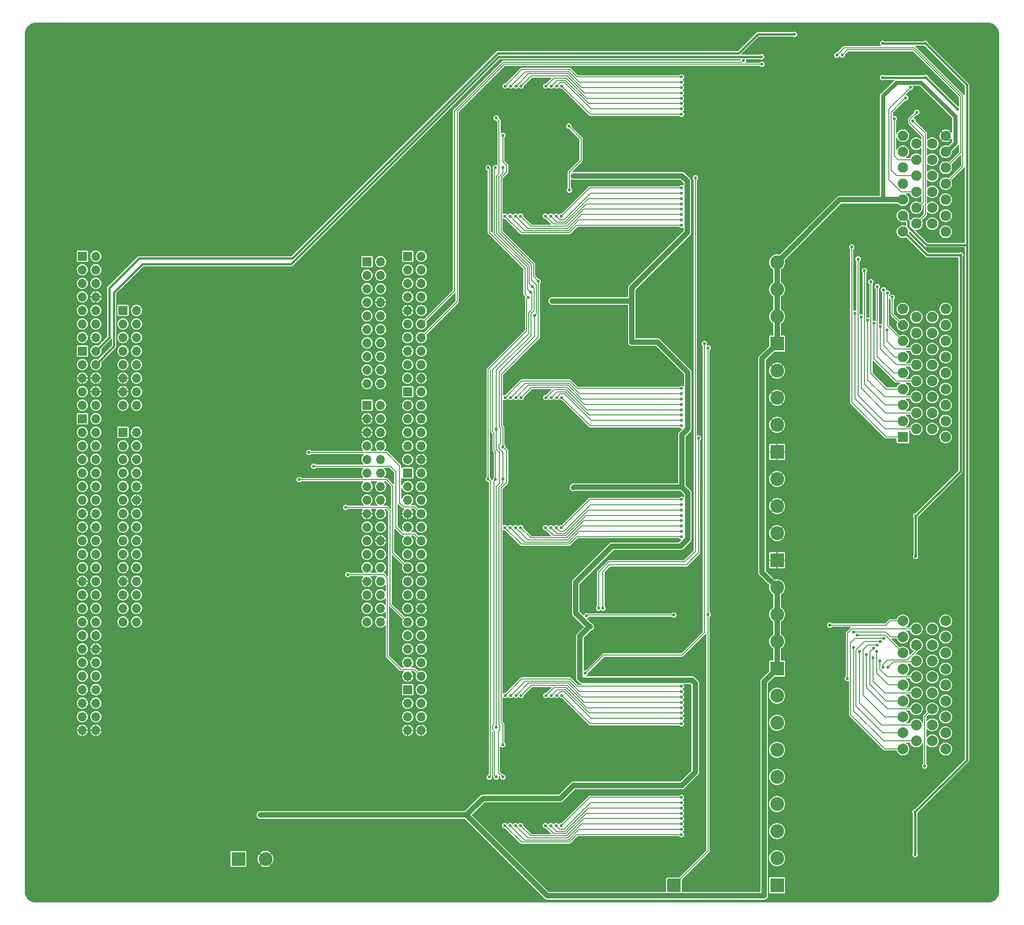
<source format=gbl>
G04 #@! TF.GenerationSoftware,KiCad,Pcbnew,7.0.6-7.0.6~ubuntu22.04.1*
G04 #@! TF.CreationDate,2023-08-09T21:32:47+00:00*
G04 #@! TF.ProjectId,digital_inputs,64696769-7461-46c5-9f69-6e707574732e,rev?*
G04 #@! TF.SameCoordinates,PX791ddc0PYca2dd00*
G04 #@! TF.FileFunction,Copper,L2,Bot*
G04 #@! TF.FilePolarity,Positive*
%FSLAX46Y46*%
G04 Gerber Fmt 4.6, Leading zero omitted, Abs format (unit mm)*
G04 Created by KiCad (PCBNEW 7.0.6-7.0.6~ubuntu22.04.1) date 2023-08-09 21:32:47*
%MOMM*%
%LPD*%
G01*
G04 APERTURE LIST*
G04 #@! TA.AperFunction,ComponentPad*
%ADD10C,0.800000*%
G04 #@! TD*
G04 #@! TA.AperFunction,ComponentPad*
%ADD11C,6.400000*%
G04 #@! TD*
G04 #@! TA.AperFunction,ComponentPad*
%ADD12R,1.950000X1.950000*%
G04 #@! TD*
G04 #@! TA.AperFunction,ComponentPad*
%ADD13C,1.950000*%
G04 #@! TD*
G04 #@! TA.AperFunction,ComponentPad*
%ADD14R,1.700000X1.700000*%
G04 #@! TD*
G04 #@! TA.AperFunction,ComponentPad*
%ADD15O,1.700000X1.700000*%
G04 #@! TD*
G04 #@! TA.AperFunction,ComponentPad*
%ADD16R,2.600000X2.600000*%
G04 #@! TD*
G04 #@! TA.AperFunction,ComponentPad*
%ADD17C,2.600000*%
G04 #@! TD*
G04 #@! TA.AperFunction,ComponentPad*
%ADD18C,2.000000*%
G04 #@! TD*
G04 #@! TA.AperFunction,ViaPad*
%ADD19C,0.600000*%
G04 #@! TD*
G04 #@! TA.AperFunction,Conductor*
%ADD20C,1.000000*%
G04 #@! TD*
G04 #@! TA.AperFunction,Conductor*
%ADD21C,0.800000*%
G04 #@! TD*
G04 #@! TA.AperFunction,Conductor*
%ADD22C,0.200000*%
G04 #@! TD*
G04 #@! TA.AperFunction,Conductor*
%ADD23C,0.400000*%
G04 #@! TD*
G04 APERTURE END LIST*
D10*
G04 #@! TO.P,J12,1,Pin_1*
G04 #@! TO.N,GND*
X78600000Y3500000D03*
X79302944Y5197056D03*
X79302944Y1802944D03*
X81000000Y5900000D03*
D11*
X81000000Y3500000D03*
D10*
X81000000Y1100000D03*
X82697056Y5197056D03*
X82697056Y1802944D03*
X83400000Y3500000D03*
G04 #@! TD*
D12*
G04 #@! TO.P,J19,1,1A*
G04 #@! TO.N,/TST1*
X164500000Y87300000D03*
D13*
G04 #@! TO.P,J19,2,2A*
G04 #@! TO.N,/TST2*
X164500000Y90300000D03*
G04 #@! TO.P,J19,3,3A*
G04 #@! TO.N,/TST3*
X164500000Y93300000D03*
G04 #@! TO.P,J19,4,4A*
G04 #@! TO.N,/TST4*
X164500000Y96300000D03*
G04 #@! TO.P,J19,5,5A*
G04 #@! TO.N,/TST5*
X164500000Y99300000D03*
G04 #@! TO.P,J19,6,6A*
G04 #@! TO.N,/TST6*
X164500000Y102300000D03*
G04 #@! TO.P,J19,7,7A*
G04 #@! TO.N,/TST7*
X164500000Y105300000D03*
G04 #@! TO.P,J19,8,8A*
G04 #@! TO.N,/TST8*
X164500000Y108300000D03*
G04 #@! TO.P,J19,9,9A*
G04 #@! TO.N,/TST9*
X164500000Y111300000D03*
G04 #@! TO.P,J19,10,10A*
G04 #@! TO.N,/TST10*
X167000000Y88800000D03*
G04 #@! TO.P,J19,11,11A*
G04 #@! TO.N,/TST11*
X167000000Y91800000D03*
G04 #@! TO.P,J19,12,12A*
G04 #@! TO.N,/TST12*
X167000000Y94800000D03*
G04 #@! TO.P,J19,13,13A*
G04 #@! TO.N,/TST13*
X167000000Y97800000D03*
G04 #@! TO.P,J19,14,14A*
G04 #@! TO.N,/TST14*
X167000000Y100800000D03*
G04 #@! TO.P,J19,15,15A*
G04 #@! TO.N,/TST15*
X167000000Y103800000D03*
G04 #@! TO.P,J19,16,16A*
G04 #@! TO.N,/TST16*
X167000000Y106800000D03*
G04 #@! TO.P,J19,17,17A*
G04 #@! TO.N,/TST17*
X167000000Y109800000D03*
G04 #@! TO.P,J19,18,18A*
G04 #@! TO.N,/TST18*
X170000000Y88800000D03*
G04 #@! TO.P,J19,19,19A*
G04 #@! TO.N,/TST19*
X170000000Y91800000D03*
G04 #@! TO.P,J19,20,20A*
G04 #@! TO.N,/TST20*
X170000000Y94800000D03*
G04 #@! TO.P,J19,21,21A*
G04 #@! TO.N,unconnected-(J19A-21A-Pad21)*
X170000000Y97800000D03*
G04 #@! TO.P,J19,22,22A*
G04 #@! TO.N,unconnected-(J19A-22A-Pad22)*
X170000000Y100800000D03*
G04 #@! TO.P,J19,23,23A*
G04 #@! TO.N,unconnected-(J19A-23A-Pad23)*
X170000000Y103800000D03*
G04 #@! TO.P,J19,24,24A*
G04 #@! TO.N,unconnected-(J19A-24A-Pad24)*
X170000000Y106800000D03*
G04 #@! TO.P,J19,25,25A*
G04 #@! TO.N,unconnected-(J19A-25A-Pad25)*
X170000000Y109800000D03*
G04 #@! TO.P,J19,26,26A*
G04 #@! TO.N,unconnected-(J19A-26A-Pad26)*
X172500000Y87300000D03*
G04 #@! TO.P,J19,27,27A*
G04 #@! TO.N,unconnected-(J19A-27A-Pad27)*
X172500000Y90300000D03*
G04 #@! TO.P,J19,28,28A*
G04 #@! TO.N,unconnected-(J19A-28A-Pad28)*
X172500000Y93300000D03*
G04 #@! TO.P,J19,29,29A*
G04 #@! TO.N,unconnected-(J19A-29A-Pad29)*
X172500000Y96300000D03*
G04 #@! TO.P,J19,30,30A*
G04 #@! TO.N,unconnected-(J19A-30A-Pad30)*
X172500000Y99300000D03*
G04 #@! TO.P,J19,31,31A*
G04 #@! TO.N,unconnected-(J19A-31A-Pad31)*
X172500000Y102300000D03*
G04 #@! TO.P,J19,32,32A*
G04 #@! TO.N,unconnected-(J19A-32A-Pad32)*
X172500000Y105300000D03*
G04 #@! TO.P,J19,33,33A*
G04 #@! TO.N,unconnected-(J19A-33A-Pad33)*
X172500000Y108300000D03*
G04 #@! TO.P,J19,34,34A*
G04 #@! TO.N,unconnected-(J19A-34A-Pad34)*
X172500000Y111300000D03*
G04 #@! TO.P,J19,35,1B*
G04 #@! TO.N,/5V_1*
X164500000Y125800000D03*
G04 #@! TO.P,J19,36,2B*
G04 #@! TO.N,/5V_2*
X164500000Y128800000D03*
G04 #@! TO.P,J19,37,3B*
G04 #@! TO.N,+12V*
X164500000Y131800000D03*
G04 #@! TO.P,J19,38,4B*
G04 #@! TO.N,unconnected-(J19B-4B-Pad38)*
X164500000Y134800000D03*
G04 #@! TO.P,J19,39,5B*
G04 #@! TO.N,Net-(J19B-5B)*
X164500000Y137800000D03*
G04 #@! TO.P,J19,40,6B*
G04 #@! TO.N,Net-(J19B-6B)*
X164500000Y140800000D03*
G04 #@! TO.P,J19,41,7B*
G04 #@! TO.N,/REF1*
X164500000Y143800000D03*
G04 #@! TO.P,J19,42,8B*
G04 #@! TO.N,/REF2*
X167000000Y127300000D03*
G04 #@! TO.P,J19,43,9B*
G04 #@! TO.N,/REF3*
X167000000Y130300000D03*
G04 #@! TO.P,J19,44,10B*
G04 #@! TO.N,/REF4*
X167000000Y133300000D03*
G04 #@! TO.P,J19,45,11B*
G04 #@! TO.N,/REF5*
X167000000Y136300000D03*
G04 #@! TO.P,J19,46,12B*
G04 #@! TO.N,/REF6*
X167000000Y139300000D03*
G04 #@! TO.P,J19,47,13B*
G04 #@! TO.N,/REF7*
X167000000Y142300000D03*
G04 #@! TO.P,J19,48,14B*
G04 #@! TO.N,/REF8*
X170000000Y127300000D03*
G04 #@! TO.P,J19,49,15B*
G04 #@! TO.N,/OUT_DIG_0*
X170000000Y130300000D03*
G04 #@! TO.P,J19,50,16B*
G04 #@! TO.N,/OUT_DIG_1*
X170000000Y133300000D03*
G04 #@! TO.P,J19,51,17B*
G04 #@! TO.N,/OUT_DIG_2*
X170000000Y136300000D03*
G04 #@! TO.P,J19,52,18B*
G04 #@! TO.N,/OUT_DIG_3*
X170000000Y139300000D03*
G04 #@! TO.P,J19,53,19B*
G04 #@! TO.N,/OUT_DIG_4*
X170000000Y142300000D03*
G04 #@! TO.P,J19,54,20B*
G04 #@! TO.N,/OUT_DIG_5*
X172500000Y125800000D03*
G04 #@! TO.P,J19,55,21B*
G04 #@! TO.N,/OUT_DIG_6*
X172500000Y128800000D03*
G04 #@! TO.P,J19,56,22B*
G04 #@! TO.N,/OUT_DIG_7*
X172500000Y131800000D03*
G04 #@! TO.P,J19,57,23B*
G04 #@! TO.N,/CAN_L*
X172500000Y134800000D03*
G04 #@! TO.P,J19,58,24B*
G04 #@! TO.N,/CAN_H*
X172500000Y137800000D03*
G04 #@! TO.P,J19,59,25B*
G04 #@! TO.N,+12V*
X172500000Y140800000D03*
G04 #@! TO.P,J19,60,26B*
G04 #@! TO.N,GND*
X172500000Y143800000D03*
G04 #@! TD*
D14*
G04 #@! TO.P,J23,1,Pin_1*
G04 #@! TO.N,unconnected-(J23-Pin_1-Pad1)*
X64090000Y120184000D03*
D15*
G04 #@! TO.P,J23,2,Pin_2*
G04 #@! TO.N,unconnected-(J23-Pin_2-Pad2)*
X66630000Y120184000D03*
G04 #@! TO.P,J23,3,Pin_3*
G04 #@! TO.N,unconnected-(J23-Pin_3-Pad3)*
X64090000Y117644000D03*
G04 #@! TO.P,J23,4,Pin_4*
G04 #@! TO.N,unconnected-(J23-Pin_4-Pad4)*
X66630000Y117644000D03*
G04 #@! TO.P,J23,5,Pin_5*
G04 #@! TO.N,unconnected-(J23-Pin_5-Pad5)*
X64090000Y115104000D03*
G04 #@! TO.P,J23,6,Pin_6*
G04 #@! TO.N,unconnected-(J23-Pin_6-Pad6)*
X66630000Y115104000D03*
G04 #@! TO.P,J23,7,Pin_7*
G04 #@! TO.N,unconnected-(J23-Pin_7-Pad7)*
X64090000Y112564000D03*
G04 #@! TO.P,J23,8,Pin_8*
G04 #@! TO.N,GND*
X66630000Y112564000D03*
G04 #@! TO.P,J23,9,Pin_9*
G04 #@! TO.N,unconnected-(J23-Pin_9-Pad9)*
X64090000Y110024000D03*
G04 #@! TO.P,J23,10,Pin_10*
G04 #@! TO.N,unconnected-(J23-Pin_10-Pad10)*
X66630000Y110024000D03*
G04 #@! TO.P,J23,11,Pin_11*
G04 #@! TO.N,unconnected-(J23-Pin_11-Pad11)*
X64090000Y107484000D03*
G04 #@! TO.P,J23,12,Pin_12*
G04 #@! TO.N,unconnected-(J23-Pin_12-Pad12)*
X66630000Y107484000D03*
G04 #@! TO.P,J23,13,Pin_13*
G04 #@! TO.N,unconnected-(J23-Pin_13-Pad13)*
X64090000Y104944000D03*
G04 #@! TO.P,J23,14,Pin_14*
G04 #@! TO.N,unconnected-(J23-Pin_14-Pad14)*
X66630000Y104944000D03*
G04 #@! TO.P,J23,15,Pin_15*
G04 #@! TO.N,unconnected-(J23-Pin_15-Pad15)*
X64090000Y102404000D03*
G04 #@! TO.P,J23,16,Pin_16*
G04 #@! TO.N,unconnected-(J23-Pin_16-Pad16)*
X66630000Y102404000D03*
G04 #@! TO.P,J23,17,Pin_17*
G04 #@! TO.N,unconnected-(J23-Pin_17-Pad17)*
X64090000Y99864000D03*
G04 #@! TO.P,J23,18,Pin_18*
G04 #@! TO.N,unconnected-(J23-Pin_18-Pad18)*
X66630000Y99864000D03*
G04 #@! TO.P,J23,19,Pin_19*
G04 #@! TO.N,unconnected-(J23-Pin_19-Pad19)*
X64090000Y97324000D03*
G04 #@! TO.P,J23,20,Pin_20*
G04 #@! TO.N,unconnected-(J23-Pin_20-Pad20)*
X66630000Y97324000D03*
G04 #@! TD*
D14*
G04 #@! TO.P,J20,1,Pin_1*
G04 #@! TO.N,unconnected-(J20-Pin_1-Pad1)*
X10750000Y90720000D03*
D15*
G04 #@! TO.P,J20,2,Pin_2*
G04 #@! TO.N,unconnected-(J20-Pin_2-Pad2)*
X13290000Y90720000D03*
G04 #@! TO.P,J20,3,Pin_3*
G04 #@! TO.N,unconnected-(J20-Pin_3-Pad3)*
X10750000Y88180000D03*
G04 #@! TO.P,J20,4,Pin_4*
G04 #@! TO.N,unconnected-(J20-Pin_4-Pad4)*
X13290000Y88180000D03*
G04 #@! TO.P,J20,5,Pin_5*
G04 #@! TO.N,unconnected-(J20-Pin_5-Pad5)*
X10750000Y85640000D03*
G04 #@! TO.P,J20,6,Pin_6*
G04 #@! TO.N,unconnected-(J20-Pin_6-Pad6)*
X13290000Y85640000D03*
G04 #@! TO.P,J20,7,Pin_7*
G04 #@! TO.N,unconnected-(J20-Pin_7-Pad7)*
X10750000Y83100000D03*
G04 #@! TO.P,J20,8,Pin_8*
G04 #@! TO.N,unconnected-(J20-Pin_8-Pad8)*
X13290000Y83100000D03*
G04 #@! TO.P,J20,9,Pin_9*
G04 #@! TO.N,unconnected-(J20-Pin_9-Pad9)*
X10750000Y80560000D03*
G04 #@! TO.P,J20,10,Pin_10*
G04 #@! TO.N,unconnected-(J20-Pin_10-Pad10)*
X13290000Y80560000D03*
G04 #@! TO.P,J20,11,Pin_11*
G04 #@! TO.N,unconnected-(J20-Pin_11-Pad11)*
X10750000Y78020000D03*
G04 #@! TO.P,J20,12,Pin_12*
G04 #@! TO.N,unconnected-(J20-Pin_12-Pad12)*
X13290000Y78020000D03*
G04 #@! TO.P,J20,13,Pin_13*
G04 #@! TO.N,unconnected-(J20-Pin_13-Pad13)*
X10750000Y75480000D03*
G04 #@! TO.P,J20,14,Pin_14*
G04 #@! TO.N,unconnected-(J20-Pin_14-Pad14)*
X13290000Y75480000D03*
G04 #@! TO.P,J20,15,Pin_15*
G04 #@! TO.N,unconnected-(J20-Pin_15-Pad15)*
X10750000Y72940000D03*
G04 #@! TO.P,J20,16,Pin_16*
G04 #@! TO.N,unconnected-(J20-Pin_16-Pad16)*
X13290000Y72940000D03*
G04 #@! TO.P,J20,17,Pin_17*
G04 #@! TO.N,unconnected-(J20-Pin_17-Pad17)*
X10750000Y70400000D03*
G04 #@! TO.P,J20,18,Pin_18*
G04 #@! TO.N,unconnected-(J20-Pin_18-Pad18)*
X13290000Y70400000D03*
G04 #@! TO.P,J20,19,Pin_19*
G04 #@! TO.N,unconnected-(J20-Pin_19-Pad19)*
X10750000Y67860000D03*
G04 #@! TO.P,J20,20,Pin_20*
G04 #@! TO.N,unconnected-(J20-Pin_20-Pad20)*
X13290000Y67860000D03*
G04 #@! TO.P,J20,21,Pin_21*
G04 #@! TO.N,unconnected-(J20-Pin_21-Pad21)*
X10750000Y65320000D03*
G04 #@! TO.P,J20,22,Pin_22*
G04 #@! TO.N,unconnected-(J20-Pin_22-Pad22)*
X13290000Y65320000D03*
G04 #@! TO.P,J20,23,Pin_23*
G04 #@! TO.N,unconnected-(J20-Pin_23-Pad23)*
X10750000Y62780000D03*
G04 #@! TO.P,J20,24,Pin_24*
G04 #@! TO.N,unconnected-(J20-Pin_24-Pad24)*
X13290000Y62780000D03*
G04 #@! TO.P,J20,25,Pin_25*
G04 #@! TO.N,GND*
X10750000Y60240000D03*
G04 #@! TO.P,J20,26,Pin_26*
G04 #@! TO.N,unconnected-(J20-Pin_26-Pad26)*
X13290000Y60240000D03*
G04 #@! TO.P,J20,27,Pin_27*
G04 #@! TO.N,unconnected-(J20-Pin_27-Pad27)*
X10750000Y57700000D03*
G04 #@! TO.P,J20,28,Pin_28*
G04 #@! TO.N,unconnected-(J20-Pin_28-Pad28)*
X13290000Y57700000D03*
G04 #@! TO.P,J20,29,Pin_29*
G04 #@! TO.N,unconnected-(J20-Pin_29-Pad29)*
X10750000Y55160000D03*
G04 #@! TO.P,J20,30,Pin_30*
G04 #@! TO.N,unconnected-(J20-Pin_30-Pad30)*
X13290000Y55160000D03*
G04 #@! TO.P,J20,31,Pin_31*
G04 #@! TO.N,unconnected-(J20-Pin_31-Pad31)*
X10750000Y52620000D03*
G04 #@! TO.P,J20,32,Pin_32*
G04 #@! TO.N,unconnected-(J20-Pin_32-Pad32)*
X13290000Y52620000D03*
G04 #@! TO.P,J20,33,Pin_33*
G04 #@! TO.N,unconnected-(J20-Pin_33-Pad33)*
X10750000Y50080000D03*
G04 #@! TO.P,J20,34,Pin_34*
G04 #@! TO.N,unconnected-(J20-Pin_34-Pad34)*
X13290000Y50080000D03*
G04 #@! TO.P,J20,35,Pin_35*
G04 #@! TO.N,unconnected-(J20-Pin_35-Pad35)*
X10750000Y47540000D03*
G04 #@! TO.P,J20,36,Pin_36*
G04 #@! TO.N,GND*
X13290000Y47540000D03*
G04 #@! TO.P,J20,37,Pin_37*
G04 #@! TO.N,unconnected-(J20-Pin_37-Pad37)*
X10750000Y45000000D03*
G04 #@! TO.P,J20,38,Pin_38*
G04 #@! TO.N,unconnected-(J20-Pin_38-Pad38)*
X13290000Y45000000D03*
G04 #@! TO.P,J20,39,Pin_39*
G04 #@! TO.N,unconnected-(J20-Pin_39-Pad39)*
X10750000Y42460000D03*
G04 #@! TO.P,J20,40,Pin_40*
G04 #@! TO.N,unconnected-(J20-Pin_40-Pad40)*
X13290000Y42460000D03*
G04 #@! TO.P,J20,41,Pin_41*
G04 #@! TO.N,unconnected-(J20-Pin_41-Pad41)*
X10750000Y39920000D03*
G04 #@! TO.P,J20,42,Pin_42*
G04 #@! TO.N,unconnected-(J20-Pin_42-Pad42)*
X13290000Y39920000D03*
G04 #@! TO.P,J20,43,Pin_43*
G04 #@! TO.N,unconnected-(J20-Pin_43-Pad43)*
X10750000Y37380000D03*
G04 #@! TO.P,J20,44,Pin_44*
G04 #@! TO.N,unconnected-(J20-Pin_44-Pad44)*
X13290000Y37380000D03*
G04 #@! TO.P,J20,45,Pin_45*
G04 #@! TO.N,unconnected-(J20-Pin_45-Pad45)*
X10750000Y34840000D03*
G04 #@! TO.P,J20,46,Pin_46*
G04 #@! TO.N,unconnected-(J20-Pin_46-Pad46)*
X13290000Y34840000D03*
G04 #@! TO.P,J20,47,Pin_47*
G04 #@! TO.N,GND*
X10750000Y32300000D03*
G04 #@! TO.P,J20,48,Pin_48*
X13290000Y32300000D03*
G04 #@! TD*
D16*
G04 #@! TO.P,J6,1,Pin_1*
G04 #@! TO.N,GND*
X140925000Y64180000D03*
D17*
G04 #@! TO.P,J6,2,Pin_2*
X140925000Y69260000D03*
G04 #@! TO.P,J6,3,Pin_3*
X140925000Y74340000D03*
G04 #@! TO.P,J6,4,Pin_4*
X140925000Y79420000D03*
G04 #@! TD*
D16*
G04 #@! TO.P,J5,1,Pin_1*
G04 #@! TO.N,Net-(J5-Pin_1)*
X40005000Y8165000D03*
D17*
G04 #@! TO.P,J5,2,Pin_2*
G04 #@! TO.N,GND*
X45085000Y8165000D03*
G04 #@! TD*
D14*
G04 #@! TO.P,J22,1,Pin_1*
G04 #@! TO.N,unconnected-(J22-Pin_1-Pad1)*
X18370000Y88180000D03*
D15*
G04 #@! TO.P,J22,2,Pin_2*
G04 #@! TO.N,unconnected-(J22-Pin_2-Pad2)*
X20910000Y88180000D03*
G04 #@! TO.P,J22,3,Pin_3*
G04 #@! TO.N,unconnected-(J22-Pin_3-Pad3)*
X18370000Y85640000D03*
G04 #@! TO.P,J22,4,Pin_4*
G04 #@! TO.N,unconnected-(J22-Pin_4-Pad4)*
X20910000Y85640000D03*
G04 #@! TO.P,J22,5,Pin_5*
G04 #@! TO.N,unconnected-(J22-Pin_5-Pad5)*
X18370000Y83100000D03*
G04 #@! TO.P,J22,6,Pin_6*
G04 #@! TO.N,unconnected-(J22-Pin_6-Pad6)*
X20910000Y83100000D03*
G04 #@! TO.P,J22,7,Pin_7*
G04 #@! TO.N,unconnected-(J22-Pin_7-Pad7)*
X18370000Y80560000D03*
G04 #@! TO.P,J22,8,Pin_8*
G04 #@! TO.N,unconnected-(J22-Pin_8-Pad8)*
X20910000Y80560000D03*
G04 #@! TO.P,J22,9,Pin_9*
G04 #@! TO.N,unconnected-(J22-Pin_9-Pad9)*
X18370000Y78020000D03*
G04 #@! TO.P,J22,10,Pin_10*
G04 #@! TO.N,unconnected-(J22-Pin_10-Pad10)*
X20910000Y78020000D03*
G04 #@! TO.P,J22,11,Pin_11*
G04 #@! TO.N,unconnected-(J22-Pin_11-Pad11)*
X18370000Y75480000D03*
G04 #@! TO.P,J22,12,Pin_12*
G04 #@! TO.N,GND*
X20910000Y75480000D03*
G04 #@! TO.P,J22,13,Pin_13*
G04 #@! TO.N,unconnected-(J22-Pin_13-Pad13)*
X18370000Y72940000D03*
G04 #@! TO.P,J22,14,Pin_14*
G04 #@! TO.N,unconnected-(J22-Pin_14-Pad14)*
X20910000Y72940000D03*
G04 #@! TO.P,J22,15,Pin_15*
G04 #@! TO.N,unconnected-(J22-Pin_15-Pad15)*
X18370000Y70400000D03*
G04 #@! TO.P,J22,16,Pin_16*
G04 #@! TO.N,unconnected-(J22-Pin_16-Pad16)*
X20910000Y70400000D03*
G04 #@! TO.P,J22,17,Pin_17*
G04 #@! TO.N,unconnected-(J22-Pin_17-Pad17)*
X18370000Y67860000D03*
G04 #@! TO.P,J22,18,Pin_18*
G04 #@! TO.N,unconnected-(J22-Pin_18-Pad18)*
X20910000Y67860000D03*
G04 #@! TO.P,J22,19,Pin_19*
G04 #@! TO.N,unconnected-(J22-Pin_19-Pad19)*
X18370000Y65320000D03*
G04 #@! TO.P,J22,20,Pin_20*
G04 #@! TO.N,unconnected-(J22-Pin_20-Pad20)*
X20910000Y65320000D03*
G04 #@! TO.P,J22,21,Pin_21*
G04 #@! TO.N,unconnected-(J22-Pin_21-Pad21)*
X18370000Y62780000D03*
G04 #@! TO.P,J22,22,Pin_22*
G04 #@! TO.N,unconnected-(J22-Pin_22-Pad22)*
X20910000Y62780000D03*
G04 #@! TO.P,J22,23,Pin_23*
G04 #@! TO.N,GND*
X18370000Y60240000D03*
G04 #@! TO.P,J22,24,Pin_24*
G04 #@! TO.N,unconnected-(J22-Pin_24-Pad24)*
X20910000Y60240000D03*
G04 #@! TO.P,J22,25,Pin_25*
G04 #@! TO.N,unconnected-(J22-Pin_25-Pad25)*
X18370000Y57700000D03*
G04 #@! TO.P,J22,26,Pin_26*
G04 #@! TO.N,unconnected-(J22-Pin_26-Pad26)*
X20910000Y57700000D03*
G04 #@! TO.P,J22,27,Pin_27*
G04 #@! TO.N,unconnected-(J22-Pin_27-Pad27)*
X18370000Y55160000D03*
G04 #@! TO.P,J22,28,Pin_28*
G04 #@! TO.N,unconnected-(J22-Pin_28-Pad28)*
X20910000Y55160000D03*
G04 #@! TO.P,J22,29,Pin_29*
G04 #@! TO.N,unconnected-(J22-Pin_29-Pad29)*
X18370000Y52620000D03*
G04 #@! TO.P,J22,30,Pin_30*
G04 #@! TO.N,unconnected-(J22-Pin_30-Pad30)*
X20910000Y52620000D03*
G04 #@! TD*
D14*
G04 #@! TO.P,J27,1,Pin_1*
G04 #@! TO.N,unconnected-(J27-Pin_1-Pad1)*
X71710000Y80540000D03*
D15*
G04 #@! TO.P,J27,2,Pin_2*
G04 #@! TO.N,/OUT3*
X74250000Y80540000D03*
G04 #@! TO.P,J27,3,Pin_3*
G04 #@! TO.N,unconnected-(J27-Pin_3-Pad3)*
X71710000Y78000000D03*
G04 #@! TO.P,J27,4,Pin_4*
G04 #@! TO.N,/IN1*
X74250000Y78000000D03*
G04 #@! TO.P,J27,5,Pin_5*
G04 #@! TO.N,unconnected-(J27-Pin_5-Pad5)*
X71710000Y75460000D03*
G04 #@! TO.P,J27,6,Pin_6*
G04 #@! TO.N,/IN0*
X74250000Y75460000D03*
G04 #@! TO.P,J27,7,Pin_7*
G04 #@! TO.N,GND*
X71710000Y72920000D03*
G04 #@! TO.P,J27,8,Pin_8*
G04 #@! TO.N,/DIG_2*
X74250000Y72920000D03*
G04 #@! TO.P,J27,9,Pin_9*
G04 #@! TO.N,unconnected-(J27-Pin_9-Pad9)*
X71710000Y70380000D03*
G04 #@! TO.P,J27,10,Pin_10*
G04 #@! TO.N,/IN3*
X74250000Y70380000D03*
G04 #@! TO.P,J27,11,Pin_11*
G04 #@! TO.N,unconnected-(J27-Pin_11-Pad11)*
X71710000Y67840000D03*
G04 #@! TO.P,J27,12,Pin_12*
G04 #@! TO.N,/DIG_1*
X74250000Y67840000D03*
G04 #@! TO.P,J27,13,Pin_13*
G04 #@! TO.N,unconnected-(J27-Pin_13-Pad13)*
X71710000Y65300000D03*
G04 #@! TO.P,J27,14,Pin_14*
G04 #@! TO.N,unconnected-(J27-Pin_14-Pad14)*
X74250000Y65300000D03*
G04 #@! TO.P,J27,15,Pin_15*
G04 #@! TO.N,/DIG_4*
X71710000Y62760000D03*
G04 #@! TO.P,J27,16,Pin_16*
G04 #@! TO.N,unconnected-(J27-Pin_16-Pad16)*
X74250000Y62760000D03*
G04 #@! TO.P,J27,17,Pin_17*
G04 #@! TO.N,/DIG_6*
X71710000Y60220000D03*
G04 #@! TO.P,J27,18,Pin_18*
G04 #@! TO.N,unconnected-(J27-Pin_18-Pad18)*
X74250000Y60220000D03*
G04 #@! TO.P,J27,19,Pin_19*
G04 #@! TO.N,unconnected-(J27-Pin_19-Pad19)*
X71710000Y57680000D03*
G04 #@! TO.P,J27,20,Pin_20*
G04 #@! TO.N,/DIG_3*
X74250000Y57680000D03*
G04 #@! TO.P,J27,21,Pin_21*
G04 #@! TO.N,unconnected-(J27-Pin_21-Pad21)*
X71710000Y55140000D03*
G04 #@! TO.P,J27,22,Pin_22*
G04 #@! TO.N,GND*
X74250000Y55140000D03*
G04 #@! TO.P,J27,23,Pin_23*
G04 #@! TO.N,/DIG_7*
X71710000Y52600000D03*
G04 #@! TO.P,J27,24,Pin_24*
G04 #@! TO.N,/DIG_5*
X74250000Y52600000D03*
G04 #@! TO.P,J27,25,Pin_25*
G04 #@! TO.N,unconnected-(J27-Pin_25-Pad25)*
X71710000Y50060000D03*
G04 #@! TO.P,J27,26,Pin_26*
G04 #@! TO.N,/IN2*
X74250000Y50060000D03*
G04 #@! TO.P,J27,27,Pin_27*
G04 #@! TO.N,unconnected-(J27-Pin_27-Pad27)*
X71710000Y47520000D03*
G04 #@! TO.P,J27,28,Pin_28*
G04 #@! TO.N,unconnected-(J27-Pin_28-Pad28)*
X74250000Y47520000D03*
G04 #@! TO.P,J27,29,Pin_29*
G04 #@! TO.N,unconnected-(J27-Pin_29-Pad29)*
X71710000Y44980000D03*
G04 #@! TO.P,J27,30,Pin_30*
G04 #@! TO.N,unconnected-(J27-Pin_30-Pad30)*
X74250000Y44980000D03*
G04 #@! TO.P,J27,31,Pin_31*
G04 #@! TO.N,GND*
X71710000Y42440000D03*
G04 #@! TO.P,J27,32,Pin_32*
G04 #@! TO.N,/DIG_0*
X74250000Y42440000D03*
G04 #@! TD*
D10*
G04 #@! TO.P,J10,1,Pin_1*
G04 #@! TO.N,GND*
X79100000Y82500000D03*
X79802944Y84197056D03*
X79802944Y80802944D03*
X81500000Y84900000D03*
D11*
X81500000Y82500000D03*
D10*
X81500000Y80100000D03*
X83197056Y84197056D03*
X83197056Y80802944D03*
X83900000Y82500000D03*
G04 #@! TD*
D14*
G04 #@! TO.P,J21,1,Pin_1*
G04 #@! TO.N,unconnected-(J21-Pin_1-Pad1)*
X18370000Y111040000D03*
D15*
G04 #@! TO.P,J21,2,Pin_2*
G04 #@! TO.N,unconnected-(J21-Pin_2-Pad2)*
X20910000Y111040000D03*
G04 #@! TO.P,J21,3,Pin_3*
G04 #@! TO.N,unconnected-(J21-Pin_3-Pad3)*
X18370000Y108500000D03*
G04 #@! TO.P,J21,4,Pin_4*
G04 #@! TO.N,unconnected-(J21-Pin_4-Pad4)*
X20910000Y108500000D03*
G04 #@! TO.P,J21,5,Pin_5*
G04 #@! TO.N,unconnected-(J21-Pin_5-Pad5)*
X18370000Y105960000D03*
G04 #@! TO.P,J21,6,Pin_6*
G04 #@! TO.N,unconnected-(J21-Pin_6-Pad6)*
X20910000Y105960000D03*
G04 #@! TO.P,J21,7,Pin_7*
G04 #@! TO.N,unconnected-(J21-Pin_7-Pad7)*
X18370000Y103420000D03*
G04 #@! TO.P,J21,8,Pin_8*
G04 #@! TO.N,unconnected-(J21-Pin_8-Pad8)*
X20910000Y103420000D03*
G04 #@! TO.P,J21,9,Pin_9*
G04 #@! TO.N,unconnected-(J21-Pin_9-Pad9)*
X18370000Y100880000D03*
G04 #@! TO.P,J21,10,Pin_10*
G04 #@! TO.N,unconnected-(J21-Pin_10-Pad10)*
X20910000Y100880000D03*
G04 #@! TO.P,J21,11,Pin_11*
G04 #@! TO.N,GND*
X18370000Y98340000D03*
G04 #@! TO.P,J21,12,Pin_12*
G04 #@! TO.N,unconnected-(J21-Pin_12-Pad12)*
X20910000Y98340000D03*
G04 #@! TO.P,J21,13,Pin_13*
G04 #@! TO.N,GND*
X18370000Y95800000D03*
G04 #@! TO.P,J21,14,Pin_14*
G04 #@! TO.N,unconnected-(J21-Pin_14-Pad14)*
X20910000Y95800000D03*
G04 #@! TO.P,J21,15,Pin_15*
G04 #@! TO.N,unconnected-(J21-Pin_15-Pad15)*
X18370000Y93260000D03*
G04 #@! TO.P,J21,16,Pin_16*
G04 #@! TO.N,unconnected-(J21-Pin_16-Pad16)*
X20910000Y93260000D03*
G04 #@! TD*
D16*
G04 #@! TO.P,J7,1,Pin_1*
G04 #@! TO.N,GND*
X140925000Y84500000D03*
D17*
G04 #@! TO.P,J7,2,Pin_2*
X140925000Y89580000D03*
G04 #@! TO.P,J7,3,Pin_3*
X140925000Y94660000D03*
G04 #@! TO.P,J7,4,Pin_4*
X140925000Y99740000D03*
G04 #@! TD*
D16*
G04 #@! TO.P,J8,1,Pin_1*
G04 #@! TO.N,+12V*
X140925000Y104820000D03*
D17*
G04 #@! TO.P,J8,2,Pin_2*
X140925000Y109900000D03*
G04 #@! TO.P,J8,3,Pin_3*
X140925000Y114980000D03*
G04 #@! TO.P,J8,4,Pin_4*
X140925000Y120060000D03*
G04 #@! TD*
D16*
G04 #@! TO.P,J3,1,Pin_1*
G04 #@! TO.N,/TST48*
X140925000Y3220000D03*
D17*
G04 #@! TO.P,J3,2,Pin_2*
G04 #@! TO.N,/TST47*
X140925000Y8300000D03*
G04 #@! TO.P,J3,3,Pin_3*
G04 #@! TO.N,/TST46*
X140925000Y13380000D03*
G04 #@! TO.P,J3,4,Pin_4*
G04 #@! TO.N,/TST45*
X140925000Y18460000D03*
G04 #@! TO.P,J3,5,Pin_5*
G04 #@! TO.N,/TST44*
X140925000Y23540000D03*
G04 #@! TO.P,J3,6,Pin_6*
G04 #@! TO.N,/TST43*
X140925000Y28620000D03*
G04 #@! TO.P,J3,7,Pin_7*
G04 #@! TO.N,/TST42*
X140925000Y33700000D03*
G04 #@! TO.P,J3,8,Pin_8*
G04 #@! TO.N,/TST41*
X140925000Y38780000D03*
G04 #@! TD*
D10*
G04 #@! TO.P,J16,1,Pin_1*
G04 #@! TO.N,GND*
X176514214Y3500000D03*
X177217158Y5197056D03*
X177217158Y1802944D03*
X178914214Y5900000D03*
D11*
X178914214Y3500000D03*
D10*
X178914214Y1100000D03*
X180611270Y5197056D03*
X180611270Y1802944D03*
X181314214Y3500000D03*
G04 #@! TD*
G04 #@! TO.P,J11,1,Pin_1*
G04 #@! TO.N,GND*
X176514214Y161500000D03*
X177217158Y163197056D03*
X177217158Y159802944D03*
X178914214Y163900000D03*
D11*
X178914214Y161500000D03*
D10*
X178914214Y159100000D03*
X180611270Y163197056D03*
X180611270Y159802944D03*
X181314214Y161500000D03*
G04 #@! TD*
G04 #@! TO.P,J13,1,Pin_1*
G04 #@! TO.N,GND*
X1100000Y161500000D03*
X1802944Y163197056D03*
X1802944Y159802944D03*
X3500000Y163900000D03*
D11*
X3500000Y161500000D03*
D10*
X3500000Y159100000D03*
X5197056Y163197056D03*
X5197056Y159802944D03*
X5900000Y161500000D03*
G04 #@! TD*
D14*
G04 #@! TO.P,J18,1,Pin_1*
G04 #@! TO.N,unconnected-(J18-Pin_1-Pad1)*
X10750000Y103420000D03*
D15*
G04 #@! TO.P,J18,2,Pin_2*
G04 #@! TO.N,+3.3V*
X13290000Y103420000D03*
G04 #@! TO.P,J18,3,Pin_3*
G04 #@! TO.N,unconnected-(J18-Pin_3-Pad3)*
X10750000Y100880000D03*
G04 #@! TO.P,J18,4,Pin_4*
G04 #@! TO.N,+5V*
X13290000Y100880000D03*
G04 #@! TO.P,J18,5,Pin_5*
G04 #@! TO.N,GND*
X10750000Y98340000D03*
G04 #@! TO.P,J18,6,Pin_6*
X13290000Y98340000D03*
G04 #@! TO.P,J18,7,Pin_7*
G04 #@! TO.N,unconnected-(J18-Pin_7-Pad7)*
X10750000Y95800000D03*
G04 #@! TO.P,J18,8,Pin_8*
G04 #@! TO.N,GND*
X13290000Y95800000D03*
G04 #@! TO.P,J18,9,Pin_9*
G04 #@! TO.N,unconnected-(J18-Pin_9-Pad9)*
X10750000Y93260000D03*
G04 #@! TO.P,J18,10,Pin_10*
G04 #@! TO.N,+12V*
X13290000Y93260000D03*
G04 #@! TD*
D10*
G04 #@! TO.P,J14,1,Pin_1*
G04 #@! TO.N,GND*
X79100000Y161500000D03*
X79802944Y163197056D03*
X79802944Y159802944D03*
X81500000Y163900000D03*
D11*
X81500000Y161500000D03*
D10*
X81500000Y159100000D03*
X83197056Y163197056D03*
X83197056Y159802944D03*
X83900000Y161500000D03*
G04 #@! TD*
D14*
G04 #@! TO.P,J25,1,Pin_1*
G04 #@! TO.N,unconnected-(J25-Pin_1-Pad1)*
X71710000Y121180000D03*
D15*
G04 #@! TO.P,J25,2,Pin_2*
G04 #@! TO.N,/ADR0*
X74250000Y121180000D03*
G04 #@! TO.P,J25,3,Pin_3*
G04 #@! TO.N,unconnected-(J25-Pin_3-Pad3)*
X71710000Y118640000D03*
G04 #@! TO.P,J25,4,Pin_4*
G04 #@! TO.N,/ADR1*
X74250000Y118640000D03*
G04 #@! TO.P,J25,5,Pin_5*
G04 #@! TO.N,unconnected-(J25-Pin_5-Pad5)*
X71710000Y116100000D03*
G04 #@! TO.P,J25,6,Pin_6*
G04 #@! TO.N,/ADR2*
X74250000Y116100000D03*
G04 #@! TO.P,J25,7,Pin_7*
G04 #@! TO.N,unconnected-(J25-Pin_7-Pad7)*
X71710000Y113560000D03*
G04 #@! TO.P,J25,8,Pin_8*
G04 #@! TO.N,unconnected-(J25-Pin_8-Pad8)*
X74250000Y113560000D03*
G04 #@! TO.P,J25,9,Pin_9*
G04 #@! TO.N,GND*
X71710000Y111020000D03*
G04 #@! TO.P,J25,10,Pin_10*
G04 #@! TO.N,unconnected-(J25-Pin_10-Pad10)*
X74250000Y111020000D03*
G04 #@! TO.P,J25,11,Pin_11*
G04 #@! TO.N,unconnected-(J25-Pin_11-Pad11)*
X71710000Y108480000D03*
G04 #@! TO.P,J25,12,Pin_12*
G04 #@! TO.N,/CAN_TX*
X74250000Y108480000D03*
G04 #@! TO.P,J25,13,Pin_13*
G04 #@! TO.N,/ADR3*
X71710000Y105940000D03*
G04 #@! TO.P,J25,14,Pin_14*
G04 #@! TO.N,/CAN_RX*
X74250000Y105940000D03*
G04 #@! TO.P,J25,15,Pin_15*
G04 #@! TO.N,/MUX_OFF*
X71710000Y103400000D03*
G04 #@! TO.P,J25,16,Pin_16*
G04 #@! TO.N,/OUT0*
X74250000Y103400000D03*
G04 #@! TO.P,J25,17,Pin_17*
G04 #@! TO.N,unconnected-(J25-Pin_17-Pad17)*
X71710000Y100860000D03*
G04 #@! TO.P,J25,18,Pin_18*
G04 #@! TO.N,/OUT1*
X74250000Y100860000D03*
G04 #@! TO.P,J25,19,Pin_19*
G04 #@! TO.N,/OUT2*
X71710000Y98320000D03*
G04 #@! TO.P,J25,20,Pin_20*
G04 #@! TO.N,GND*
X74250000Y98320000D03*
G04 #@! TD*
G04 #@! TO.P,J4,1,Pin_1*
G04 #@! TO.N,/TST49*
G04 #@! TA.AperFunction,ComponentPad*
G36*
G01*
X120305000Y2194999D02*
X120305000Y4245001D01*
G75*
G02*
X120554999Y4495000I249999J0D01*
G01*
X122605001Y4495000D01*
G75*
G02*
X122855000Y4245001I0J-249999D01*
G01*
X122855000Y2194999D01*
G75*
G02*
X122605001Y1945000I-249999J0D01*
G01*
X120554999Y1945000D01*
G75*
G02*
X120305000Y2194999I0J249999D01*
G01*
G37*
G04 #@! TD.AperFunction*
G04 #@! TD*
D14*
G04 #@! TO.P,J28,1,Pin_1*
G04 #@! TO.N,unconnected-(J28-Pin_1-Pad1)*
X71710000Y39900000D03*
D15*
G04 #@! TO.P,J28,2,Pin_2*
G04 #@! TO.N,unconnected-(J28-Pin_2-Pad2)*
X74250000Y39900000D03*
G04 #@! TO.P,J28,3,Pin_3*
G04 #@! TO.N,unconnected-(J28-Pin_3-Pad3)*
X71710000Y37360000D03*
G04 #@! TO.P,J28,4,Pin_4*
G04 #@! TO.N,unconnected-(J28-Pin_4-Pad4)*
X74250000Y37360000D03*
G04 #@! TO.P,J28,5,Pin_5*
G04 #@! TO.N,unconnected-(J28-Pin_5-Pad5)*
X71710000Y34820000D03*
G04 #@! TO.P,J28,6,Pin_6*
G04 #@! TO.N,unconnected-(J28-Pin_6-Pad6)*
X74250000Y34820000D03*
G04 #@! TO.P,J28,7,Pin_7*
G04 #@! TO.N,GND*
X71710000Y32280000D03*
G04 #@! TO.P,J28,8,Pin_8*
X74250000Y32280000D03*
G04 #@! TD*
D14*
G04 #@! TO.P,J24,1,Pin_1*
G04 #@! TO.N,unconnected-(J24-Pin_1-Pad1)*
X64090000Y93260000D03*
D15*
G04 #@! TO.P,J24,2,Pin_2*
G04 #@! TO.N,unconnected-(J24-Pin_2-Pad2)*
X66630000Y93260000D03*
G04 #@! TO.P,J24,3,Pin_3*
G04 #@! TO.N,GND*
X64090000Y90720000D03*
G04 #@! TO.P,J24,4,Pin_4*
G04 #@! TO.N,unconnected-(J24-Pin_4-Pad4)*
X66630000Y90720000D03*
G04 #@! TO.P,J24,5,Pin_5*
G04 #@! TO.N,GND*
X64090000Y88180000D03*
G04 #@! TO.P,J24,6,Pin_6*
G04 #@! TO.N,unconnected-(J24-Pin_6-Pad6)*
X66630000Y88180000D03*
G04 #@! TO.P,J24,7,Pin_7*
G04 #@! TO.N,unconnected-(J24-Pin_7-Pad7)*
X64090000Y85640000D03*
G04 #@! TO.P,J24,8,Pin_8*
G04 #@! TO.N,unconnected-(J24-Pin_8-Pad8)*
X66630000Y85640000D03*
G04 #@! TO.P,J24,9,Pin_9*
G04 #@! TO.N,unconnected-(J24-Pin_9-Pad9)*
X64090000Y83100000D03*
G04 #@! TO.P,J24,10,Pin_10*
G04 #@! TO.N,unconnected-(J24-Pin_10-Pad10)*
X66630000Y83100000D03*
G04 #@! TO.P,J24,11,Pin_11*
G04 #@! TO.N,unconnected-(J24-Pin_11-Pad11)*
X64090000Y80560000D03*
G04 #@! TO.P,J24,12,Pin_12*
G04 #@! TO.N,unconnected-(J24-Pin_12-Pad12)*
X66630000Y80560000D03*
G04 #@! TO.P,J24,13,Pin_13*
G04 #@! TO.N,unconnected-(J24-Pin_13-Pad13)*
X64090000Y78020000D03*
G04 #@! TO.P,J24,14,Pin_14*
G04 #@! TO.N,unconnected-(J24-Pin_14-Pad14)*
X66630000Y78020000D03*
G04 #@! TO.P,J24,15,Pin_15*
G04 #@! TO.N,unconnected-(J24-Pin_15-Pad15)*
X64090000Y75480000D03*
G04 #@! TO.P,J24,16,Pin_16*
G04 #@! TO.N,unconnected-(J24-Pin_16-Pad16)*
X66630000Y75480000D03*
G04 #@! TO.P,J24,17,Pin_17*
G04 #@! TO.N,GND*
X64090000Y72940000D03*
G04 #@! TO.P,J24,18,Pin_18*
G04 #@! TO.N,unconnected-(J24-Pin_18-Pad18)*
X66630000Y72940000D03*
G04 #@! TO.P,J24,19,Pin_19*
G04 #@! TO.N,unconnected-(J24-Pin_19-Pad19)*
X64090000Y70400000D03*
G04 #@! TO.P,J24,20,Pin_20*
G04 #@! TO.N,unconnected-(J24-Pin_20-Pad20)*
X66630000Y70400000D03*
G04 #@! TO.P,J24,21,Pin_21*
G04 #@! TO.N,unconnected-(J24-Pin_21-Pad21)*
X64090000Y67860000D03*
G04 #@! TO.P,J24,22,Pin_22*
G04 #@! TO.N,GND*
X66630000Y67860000D03*
G04 #@! TO.P,J24,23,Pin_23*
G04 #@! TO.N,unconnected-(J24-Pin_23-Pad23)*
X64090000Y65320000D03*
G04 #@! TO.P,J24,24,Pin_24*
G04 #@! TO.N,unconnected-(J24-Pin_24-Pad24)*
X66630000Y65320000D03*
G04 #@! TO.P,J24,25,Pin_25*
G04 #@! TO.N,unconnected-(J24-Pin_25-Pad25)*
X64090000Y62780000D03*
G04 #@! TO.P,J24,26,Pin_26*
G04 #@! TO.N,unconnected-(J24-Pin_26-Pad26)*
X66630000Y62780000D03*
G04 #@! TO.P,J24,27,Pin_27*
G04 #@! TO.N,GND*
X64090000Y60240000D03*
G04 #@! TO.P,J24,28,Pin_28*
G04 #@! TO.N,unconnected-(J24-Pin_28-Pad28)*
X66630000Y60240000D03*
G04 #@! TO.P,J24,29,Pin_29*
G04 #@! TO.N,unconnected-(J24-Pin_29-Pad29)*
X64090000Y57700000D03*
G04 #@! TO.P,J24,30,Pin_30*
G04 #@! TO.N,unconnected-(J24-Pin_30-Pad30)*
X66630000Y57700000D03*
G04 #@! TO.P,J24,31,Pin_31*
G04 #@! TO.N,unconnected-(J24-Pin_31-Pad31)*
X64090000Y55160000D03*
G04 #@! TO.P,J24,32,Pin_32*
G04 #@! TO.N,unconnected-(J24-Pin_32-Pad32)*
X66630000Y55160000D03*
G04 #@! TO.P,J24,33,Pin_33*
G04 #@! TO.N,unconnected-(J24-Pin_33-Pad33)*
X64090000Y52620000D03*
G04 #@! TO.P,J24,34,Pin_34*
G04 #@! TO.N,unconnected-(J24-Pin_34-Pad34)*
X66630000Y52620000D03*
G04 #@! TD*
D14*
G04 #@! TO.P,J2,1,Pin_1*
G04 #@! TO.N,unconnected-(J2-Pin_1-Pad1)*
X10750000Y121200000D03*
D15*
G04 #@! TO.P,J2,2,Pin_2*
G04 #@! TO.N,unconnected-(J2-Pin_2-Pad2)*
X13290000Y121200000D03*
G04 #@! TO.P,J2,3,Pin_3*
G04 #@! TO.N,unconnected-(J2-Pin_3-Pad3)*
X10750000Y118660000D03*
G04 #@! TO.P,J2,4,Pin_4*
G04 #@! TO.N,unconnected-(J2-Pin_4-Pad4)*
X13290000Y118660000D03*
G04 #@! TO.P,J2,5,Pin_5*
G04 #@! TO.N,unconnected-(J2-Pin_5-Pad5)*
X10750000Y116120000D03*
G04 #@! TO.P,J2,6,Pin_6*
G04 #@! TO.N,unconnected-(J2-Pin_6-Pad6)*
X13290000Y116120000D03*
G04 #@! TO.P,J2,7,Pin_7*
G04 #@! TO.N,unconnected-(J2-Pin_7-Pad7)*
X10750000Y113580000D03*
G04 #@! TO.P,J2,8,Pin_8*
G04 #@! TO.N,GND*
X13290000Y113580000D03*
G04 #@! TO.P,J2,9,Pin_9*
G04 #@! TO.N,unconnected-(J2-Pin_9-Pad9)*
X10750000Y111040000D03*
G04 #@! TO.P,J2,10,Pin_10*
G04 #@! TO.N,unconnected-(J2-Pin_10-Pad10)*
X13290000Y111040000D03*
G04 #@! TO.P,J2,11,Pin_11*
G04 #@! TO.N,unconnected-(J2-Pin_11-Pad11)*
X10750000Y108500000D03*
G04 #@! TO.P,J2,12,Pin_12*
G04 #@! TO.N,unconnected-(J2-Pin_12-Pad12)*
X13290000Y108500000D03*
G04 #@! TO.P,J2,13,Pin_13*
G04 #@! TO.N,unconnected-(J2-Pin_13-Pad13)*
X10750000Y105960000D03*
G04 #@! TO.P,J2,14,Pin_14*
G04 #@! TO.N,unconnected-(J2-Pin_14-Pad14)*
X13290000Y105960000D03*
G04 #@! TD*
D10*
G04 #@! TO.P,J17,1,Pin_1*
G04 #@! TO.N,GND*
X1100000Y3500000D03*
X1802944Y5197056D03*
X1802944Y1802944D03*
X3500000Y5900000D03*
D11*
X3500000Y3500000D03*
D10*
X3500000Y1100000D03*
X5197056Y5197056D03*
X5197056Y1802944D03*
X5900000Y3500000D03*
G04 #@! TD*
D14*
G04 #@! TO.P,J26,1,Pin_1*
G04 #@! TO.N,unconnected-(J26-Pin_1-Pad1)*
X71710000Y95780000D03*
D15*
G04 #@! TO.P,J26,2,Pin_2*
G04 #@! TO.N,unconnected-(J26-Pin_2-Pad2)*
X74250000Y95780000D03*
G04 #@! TO.P,J26,3,Pin_3*
G04 #@! TO.N,unconnected-(J26-Pin_3-Pad3)*
X71710000Y93240000D03*
G04 #@! TO.P,J26,4,Pin_4*
G04 #@! TO.N,unconnected-(J26-Pin_4-Pad4)*
X74250000Y93240000D03*
G04 #@! TO.P,J26,5,Pin_5*
G04 #@! TO.N,unconnected-(J26-Pin_5-Pad5)*
X71710000Y90700000D03*
G04 #@! TO.P,J26,6,Pin_6*
G04 #@! TO.N,unconnected-(J26-Pin_6-Pad6)*
X74250000Y90700000D03*
G04 #@! TO.P,J26,7,Pin_7*
G04 #@! TO.N,unconnected-(J26-Pin_7-Pad7)*
X71710000Y88160000D03*
G04 #@! TO.P,J26,8,Pin_8*
G04 #@! TO.N,unconnected-(J26-Pin_8-Pad8)*
X74250000Y88160000D03*
G04 #@! TO.P,J26,9,Pin_9*
G04 #@! TO.N,unconnected-(J26-Pin_9-Pad9)*
X71710000Y85620000D03*
G04 #@! TO.P,J26,10,Pin_10*
G04 #@! TO.N,unconnected-(J26-Pin_10-Pad10)*
X74250000Y85620000D03*
G04 #@! TO.P,J26,11,Pin_11*
G04 #@! TO.N,unconnected-(J26-Pin_11-Pad11)*
X71710000Y83080000D03*
G04 #@! TO.P,J26,12,Pin_12*
G04 #@! TO.N,GND*
X74250000Y83080000D03*
G04 #@! TD*
D10*
G04 #@! TO.P,J15,1,Pin_1*
G04 #@! TO.N,GND*
X1100000Y82500000D03*
X1802944Y84197056D03*
X1802944Y80802944D03*
X3500000Y84900000D03*
D11*
X3500000Y82500000D03*
D10*
X3500000Y80100000D03*
X5197056Y84197056D03*
X5197056Y80802944D03*
X5900000Y82500000D03*
G04 #@! TD*
D18*
G04 #@! TO.P,J1,1,1C*
G04 #@! TO.N,/TST21*
X164500000Y28800000D03*
G04 #@! TO.P,J1,2,2C*
G04 #@! TO.N,/TST22*
X164500000Y31800000D03*
G04 #@! TO.P,J1,3,3C*
G04 #@! TO.N,/TST23*
X164500000Y34800000D03*
G04 #@! TO.P,J1,4,4C*
G04 #@! TO.N,/TST24*
X164500000Y37800000D03*
G04 #@! TO.P,J1,5,5C*
G04 #@! TO.N,/TST25*
X164500000Y40800000D03*
G04 #@! TO.P,J1,6,6C*
G04 #@! TO.N,/TST26*
X164500000Y43800000D03*
G04 #@! TO.P,J1,7,7C*
G04 #@! TO.N,/TST27*
X164500000Y46800000D03*
G04 #@! TO.P,J1,8,8C*
G04 #@! TO.N,/TST28*
X164500000Y49800000D03*
G04 #@! TO.P,J1,9,9C*
G04 #@! TO.N,/TST29*
X164500000Y52800000D03*
G04 #@! TO.P,J1,10,10C*
G04 #@! TO.N,/TST30*
X167000000Y30300000D03*
G04 #@! TO.P,J1,11,11C*
G04 #@! TO.N,/TST31*
X167000000Y33300000D03*
G04 #@! TO.P,J1,12,12C*
G04 #@! TO.N,/TST32*
X167000000Y36300000D03*
G04 #@! TO.P,J1,13,13C*
G04 #@! TO.N,/TST33*
X167000000Y39300000D03*
G04 #@! TO.P,J1,14,14C*
G04 #@! TO.N,/TST34*
X167000000Y42300000D03*
G04 #@! TO.P,J1,15,15C*
G04 #@! TO.N,/TST35*
X167000000Y45300000D03*
G04 #@! TO.P,J1,16,16C*
G04 #@! TO.N,/TST36*
X167000000Y48300000D03*
G04 #@! TO.P,J1,17,17C*
G04 #@! TO.N,/TST37*
X167000000Y51300000D03*
G04 #@! TO.P,J1,18,18C*
G04 #@! TO.N,/TST38*
X170000000Y30300000D03*
G04 #@! TO.P,J1,19,19C*
G04 #@! TO.N,/TST39*
X170000000Y33300000D03*
G04 #@! TO.P,J1,20,20C*
G04 #@! TO.N,/TST40*
X170000000Y36300000D03*
G04 #@! TO.P,J1,21,21C*
G04 #@! TO.N,Net-(J1-21C)*
X170000000Y39300000D03*
G04 #@! TO.P,J1,22,22C*
G04 #@! TO.N,Net-(J1-22C)*
X170000000Y42300000D03*
G04 #@! TO.P,J1,23,23C*
G04 #@! TO.N,/REF9*
X170000000Y45300000D03*
G04 #@! TO.P,J1,24,24C*
G04 #@! TO.N,/REF10*
X170000000Y48300000D03*
G04 #@! TO.P,J1,25,25C*
G04 #@! TO.N,/REF11*
X170000000Y51300000D03*
G04 #@! TO.P,J1,26,26C*
G04 #@! TO.N,/REF12*
X172500000Y28800000D03*
G04 #@! TO.P,J1,27,27C*
G04 #@! TO.N,/REF13*
X172500000Y31800000D03*
G04 #@! TO.P,J1,28,28C*
G04 #@! TO.N,/REF14*
X172500000Y34800000D03*
G04 #@! TO.P,J1,29,29C*
G04 #@! TO.N,/REF15*
X172500000Y37800000D03*
G04 #@! TO.P,J1,30,30C*
G04 #@! TO.N,/REF16*
X172500000Y40800000D03*
G04 #@! TO.P,J1,31,31C*
G04 #@! TO.N,unconnected-(J1-31C-Pad31)*
X172500000Y43800000D03*
G04 #@! TO.P,J1,32,32C*
G04 #@! TO.N,unconnected-(J1-32C-Pad32)*
X172500000Y46800000D03*
G04 #@! TO.P,J1,33,33C*
G04 #@! TO.N,unconnected-(J1-33C-Pad33)*
X172500000Y49800000D03*
G04 #@! TO.P,J1,34,34C*
G04 #@! TO.N,unconnected-(J1-34C-Pad34)*
X172500000Y52800000D03*
G04 #@! TD*
D16*
G04 #@! TO.P,J9,1,Pin_1*
G04 #@! TO.N,+12V*
X140925000Y43860000D03*
D17*
G04 #@! TO.P,J9,2,Pin_2*
X140925000Y48940000D03*
G04 #@! TO.P,J9,3,Pin_3*
X140925000Y54020000D03*
G04 #@! TO.P,J9,4,Pin_4*
X140925000Y59100000D03*
G04 #@! TD*
D19*
G04 #@! TO.N,GND*
X104200000Y27300000D03*
X78700000Y18200000D03*
X142800000Y152500000D03*
X121800000Y97600000D03*
X168800000Y156600000D03*
X105900000Y97300000D03*
X98500000Y141600000D03*
X84500000Y22000000D03*
X139600000Y134400000D03*
X117600000Y51400000D03*
X140000000Y141600000D03*
X144200000Y30600000D03*
X89100000Y18200000D03*
X80800000Y37900000D03*
X153000000Y99300000D03*
X148400000Y156400000D03*
X151300000Y156800000D03*
X161700000Y18300000D03*
X106400000Y87200000D03*
X105900000Y119500000D03*
X124300000Y26100000D03*
X104500000Y32800000D03*
X89900000Y58300000D03*
X136000000Y43300000D03*
X105500000Y144500000D03*
X140300000Y159800000D03*
X173500000Y1700000D03*
X26900000Y101700000D03*
X95400000Y93400000D03*
X108400000Y114100000D03*
X135100000Y83000000D03*
X104600000Y19600000D03*
X102400000Y83100000D03*
X165600000Y68000000D03*
X97900000Y104300000D03*
X125500000Y59900000D03*
X124100000Y32900000D03*
X82300000Y18300000D03*
X105200000Y139400000D03*
X126400000Y97500000D03*
X137800000Y160000000D03*
X159600000Y28000000D03*
X59000000Y3200000D03*
X169900000Y124800000D03*
X76900000Y96900000D03*
X69100000Y37000000D03*
X136900000Y99100000D03*
X105300000Y44900000D03*
X115700000Y9400000D03*
X164600000Y147300000D03*
X106900000Y43100000D03*
X112100000Y116200000D03*
X169000000Y147200000D03*
X46200000Y134600000D03*
X18700000Y143200000D03*
X145100000Y55100000D03*
X91800000Y53800000D03*
X76900000Y81900000D03*
X53200000Y56200000D03*
X4200000Y27300000D03*
X89200000Y111100000D03*
X123900000Y20800000D03*
X142900000Y145200000D03*
X55800000Y40500000D03*
X114000000Y98400000D03*
X14000000Y3600000D03*
X107000000Y80900000D03*
X100200000Y111400000D03*
X136700000Y163500000D03*
X180800000Y108900000D03*
X86200000Y57400000D03*
X98800000Y8700000D03*
X120900000Y8200000D03*
X169600000Y5400000D03*
X105700000Y141500000D03*
X113000000Y118300000D03*
X80600000Y23200000D03*
X140000000Y130800000D03*
X76600000Y76700000D03*
X114800000Y27100000D03*
X159600000Y142500000D03*
X93600000Y100600000D03*
X101900000Y57900000D03*
X95600000Y45300000D03*
X137500000Y11900000D03*
X137400000Y3200000D03*
X102400000Y108700000D03*
X165600000Y14000000D03*
X95700000Y51500000D03*
X152000000Y24300000D03*
X145300000Y82200000D03*
X135800000Y65800000D03*
X160700000Y159200000D03*
X90500000Y62600000D03*
X118200000Y122400000D03*
X93200000Y57800000D03*
X181500000Y155400000D03*
X110500000Y3400000D03*
X130900000Y87100000D03*
X165600000Y12100000D03*
X29100000Y76400000D03*
X171800000Y17200000D03*
X137500000Y17900000D03*
X31400000Y122300000D03*
X56100000Y25900000D03*
X69300000Y117600000D03*
X117500000Y113300000D03*
X158200000Y73700000D03*
X90000000Y127400000D03*
X24000000Y7900000D03*
X60700000Y109900000D03*
X122500000Y126100000D03*
X87500000Y84000000D03*
X120500000Y67900000D03*
X177100000Y23900000D03*
X145000000Y64700000D03*
X61400000Y122600000D03*
X153700000Y40700000D03*
X105500000Y25000000D03*
X140300000Y145300000D03*
X108700000Y10500000D03*
X101300000Y16300000D03*
X110100000Y61800000D03*
X71800000Y9300000D03*
X3700000Y129400000D03*
X96600000Y18200000D03*
X114900000Y111600000D03*
X58500000Y87500000D03*
X69000000Y53700000D03*
X104300000Y20900000D03*
X124900000Y100700000D03*
X101800000Y19100000D03*
X84800000Y62100000D03*
X90300000Y48000000D03*
X94700000Y52600000D03*
X142800000Y134300000D03*
X126900000Y21600000D03*
X102500000Y148100000D03*
X179600000Y32200000D03*
X35800000Y142900000D03*
X2400000Y11200000D03*
X91300000Y66200000D03*
X94400000Y27400000D03*
X102900000Y50200000D03*
X102600000Y43200000D03*
X104700000Y125900000D03*
X144400000Y97600000D03*
X3200000Y70100000D03*
X133100000Y28000000D03*
X162700000Y78800000D03*
X110900000Y102700000D03*
X124500000Y82100000D03*
X14000000Y162000000D03*
X69500000Y47500000D03*
X136600000Y38800000D03*
X129200000Y97500000D03*
X160700000Y156600000D03*
X93900000Y132900000D03*
X136800000Y76300000D03*
X129300000Y58800000D03*
X167600000Y151000000D03*
X115600000Y47900000D03*
X139300000Y86900000D03*
X85800000Y145600000D03*
X151100000Y48000000D03*
X3300000Y149300000D03*
X169200000Y21000000D03*
X157900000Y144000000D03*
X106500000Y31300000D03*
X72000000Y161400000D03*
X93600000Y62800000D03*
X97800000Y63600000D03*
X32000000Y2600000D03*
X180500000Y128500000D03*
X103600000Y67200000D03*
X92900000Y118900000D03*
X105100000Y88400000D03*
X124100000Y66200000D03*
X69200000Y110400000D03*
X124500000Y106800000D03*
X176900000Y17900000D03*
X97500000Y127600000D03*
X115300000Y4300000D03*
X94800000Y153300000D03*
X97600000Y154300000D03*
X180200000Y143000000D03*
X120900000Y143400000D03*
X109200000Y144000000D03*
X118600000Y56600000D03*
X112200000Y111500000D03*
X82300000Y140400000D03*
X124700000Y118300000D03*
X85700000Y47300000D03*
X129300000Y20900000D03*
X168200000Y69500000D03*
X146500000Y12800000D03*
X108800000Y106000000D03*
X89200000Y108500000D03*
X103000000Y75000000D03*
X126700000Y11700000D03*
X43900000Y161300000D03*
X113600000Y125600000D03*
X81700000Y13500000D03*
X126500000Y103200000D03*
X126400000Y55500000D03*
X102900000Y25200000D03*
X144300000Y43600000D03*
X153300000Y63100000D03*
X168700000Y159200000D03*
X153400000Y18000000D03*
X165600000Y69500000D03*
X85300000Y9200000D03*
X144700000Y87100000D03*
X97200000Y69200000D03*
X106300000Y145500000D03*
X102700000Y4200000D03*
X159500000Y136200000D03*
X120800000Y138500000D03*
X86300000Y51200000D03*
X75600000Y66700000D03*
X127900000Y111200000D03*
X115300000Y45400000D03*
X93800000Y18200000D03*
X80100000Y59300000D03*
X117800000Y126100000D03*
X136500000Y32800000D03*
X93900000Y90600000D03*
X124300000Y140300000D03*
X103900000Y98800000D03*
X136000000Y56400000D03*
X123600000Y11600000D03*
X144800000Y24300000D03*
X161100000Y8800000D03*
X97300000Y13300000D03*
X129100000Y76500000D03*
X167900000Y14100000D03*
X112400000Y65100000D03*
X119600000Y60200000D03*
X144400000Y71400000D03*
X149900000Y162600000D03*
X85800000Y119100000D03*
X69600000Y93400000D03*
X111000000Y54600000D03*
X96500000Y132800000D03*
X127200000Y29500000D03*
X160300000Y119900000D03*
X84600000Y76200000D03*
X160300000Y123100000D03*
X3600000Y46900000D03*
X107300000Y32900000D03*
X97100000Y58100000D03*
X117200000Y106600000D03*
X101600000Y61800000D03*
X146500000Y18200000D03*
X89500000Y25200000D03*
X96600000Y118600000D03*
X107300000Y147200000D03*
X128800000Y150100000D03*
X142900000Y127200000D03*
X86100000Y31300000D03*
X101400000Y103200000D03*
X147400000Y1500000D03*
X95500000Y104300000D03*
X107200000Y139100000D03*
X139800000Y127200000D03*
X158500000Y148500000D03*
X159600000Y24000000D03*
X153200000Y88700000D03*
X109100000Y67700000D03*
X114900000Y54900000D03*
X120500000Y123900000D03*
X90400000Y10500000D03*
X85800000Y67300000D03*
X139800000Y138000000D03*
X155200000Y158000000D03*
X102900000Y105600000D03*
X160300000Y99400000D03*
X112400000Y101700000D03*
X112900000Y104400000D03*
X135300000Y106600000D03*
X123100000Y162900000D03*
X103500000Y141600000D03*
X154300000Y112300000D03*
X108200000Y111400000D03*
X102900000Y87300000D03*
X104200000Y51600000D03*
X131100000Y117800000D03*
X77900000Y120900000D03*
X99900000Y98500000D03*
X108600000Y108100000D03*
X84300000Y16400000D03*
X95200000Y147800000D03*
X78100000Y71200000D03*
X123400000Y145700000D03*
X140100000Y148800000D03*
X153300000Y70600000D03*
X101300000Y151100000D03*
X97400000Y59800000D03*
X102900000Y81000000D03*
X126300000Y139100000D03*
X136400000Y27300000D03*
X136700000Y22100000D03*
X96700000Y6700000D03*
X117500000Y108500000D03*
X111500000Y57800000D03*
X85900000Y101000000D03*
X97600000Y106200000D03*
X97100000Y112200000D03*
X123400000Y24900000D03*
X95700000Y55500000D03*
X62100000Y141400000D03*
X105500000Y55900000D03*
X142900000Y141600000D03*
X87300000Y139700000D03*
X50600000Y12300000D03*
X72600000Y26600000D03*
X102100000Y54900000D03*
X153600000Y37500000D03*
X180400000Y14200000D03*
X78400000Y68900000D03*
X47100000Y103500000D03*
X38000000Y48000000D03*
X140000000Y152500000D03*
X112600000Y106000000D03*
X173500000Y163500000D03*
X95600000Y95700000D03*
X84900000Y109600000D03*
X90200000Y96500000D03*
X108400000Y141200000D03*
X120800000Y82500000D03*
X114900000Y50900000D03*
X159500000Y138500000D03*
X146900000Y162300000D03*
X91100000Y81000000D03*
X104100000Y103400000D03*
X106800000Y62000000D03*
X90200000Y139400000D03*
X168200000Y68000000D03*
X95000000Y75600000D03*
X93600000Y1400000D03*
X120900000Y24500000D03*
X107900000Y82800000D03*
X69200000Y101100000D03*
X103000000Y139500000D03*
X112500000Y108500000D03*
X68200000Y80200000D03*
X95500000Y33800000D03*
X87000000Y143700000D03*
X142800000Y130800000D03*
X177100000Y9300000D03*
X89700000Y105300000D03*
X85800000Y87300000D03*
X87500000Y81500000D03*
X96200000Y122700000D03*
X179700000Y94900000D03*
X173000000Y155500000D03*
X124000000Y104800000D03*
X97300000Y39800000D03*
X96700000Y91000000D03*
X142900000Y148800000D03*
X90100000Y40500000D03*
X75800000Y47800000D03*
X154000000Y13800000D03*
X172500000Y147200000D03*
X38100000Y31000000D03*
X129600000Y48400000D03*
X89200000Y109800000D03*
X175200000Y153300000D03*
X174300000Y127300000D03*
X92300000Y83200000D03*
X168000000Y12100000D03*
X120600000Y51000000D03*
X28700000Y14900000D03*
X40500000Y89500000D03*
X142800000Y81800000D03*
X115200000Y82900000D03*
X29300000Y51600000D03*
X111500000Y122300000D03*
X92800000Y141500000D03*
X153000000Y78900000D03*
X95300000Y57700000D03*
X126000000Y64400000D03*
X32800000Y62500000D03*
X104700000Y57900000D03*
X124400000Y123600000D03*
X68900000Y4800000D03*
X125300000Y3200000D03*
X154300000Y32000000D03*
X125700000Y44100000D03*
X106400000Y109000000D03*
X117900000Y102200000D03*
X101100000Y75200000D03*
X123300000Y139100000D03*
X117500000Y57800000D03*
X101000000Y114400000D03*
X118100000Y116200000D03*
X72800000Y123400000D03*
X124000000Y102900000D03*
X129700000Y160100000D03*
X153400000Y7500000D03*
X102100000Y48500000D03*
X28800000Y38900000D03*
X115200000Y140700000D03*
X158900000Y1600000D03*
X179100000Y46000000D03*
X145100000Y161000000D03*
X76700000Y104800000D03*
X101600000Y34500000D03*
X142900000Y138000000D03*
X95400000Y37200000D03*
X25700000Y29000000D03*
X75800000Y51100000D03*
X95300000Y69300000D03*
X44500000Y114200000D03*
X132500000Y107500000D03*
G04 #@! TO.N,+12V*
X123127500Y136272500D03*
X105905000Y51705000D03*
X102817500Y21982500D03*
X113700000Y115260000D03*
X102810000Y136270000D03*
X113700000Y105100000D03*
X123125000Y21970000D03*
X98810000Y112810000D03*
X102765000Y77850000D03*
X44100000Y16400000D03*
X123087500Y77912500D03*
G04 #@! TO.N,/TST16*
X123000000Y127021491D03*
X89900497Y128720000D03*
G04 #@! TO.N,/TST15*
X161552678Y107399500D03*
X90900000Y128720000D03*
X123000000Y128020994D03*
G04 #@! TO.N,/TST14*
X123000000Y129020497D03*
X160300500Y107999500D03*
X91899503Y128720000D03*
G04 #@! TO.N,/TST13*
X159101000Y108599500D03*
X92899006Y128720000D03*
X123000000Y130020000D03*
G04 #@! TO.N,/TST12*
X123000000Y131019503D03*
X157901500Y109200000D03*
X97520497Y128720000D03*
G04 #@! TO.N,/TST11*
X98520000Y128720000D03*
X123000000Y132019006D03*
X156702000Y109798500D03*
G04 #@! TO.N,/TST10*
X99519503Y128720000D03*
X123000000Y133018509D03*
X155502500Y110500000D03*
G04 #@! TO.N,/TST9*
X123015029Y134017899D03*
X100519006Y128720000D03*
G04 #@! TO.N,/TST8*
X123015029Y147822101D03*
X100599503Y153120000D03*
X162500000Y113500000D03*
G04 #@! TO.N,/TST7*
X123000000Y148821491D03*
X99600000Y153120000D03*
X161600000Y114300000D03*
G04 #@! TO.N,Net-(U5-X)*
X101900000Y145600000D03*
X102000000Y133600000D03*
G04 #@! TO.N,Net-(U7-X)*
X105000000Y43000000D03*
X127300000Y104789500D03*
G04 #@! TO.N,/A2*
X88150989Y79300000D03*
X88135989Y137800000D03*
X88300000Y23520000D03*
X94701460Y114484042D03*
G04 #@! TO.N,/A3*
X86800000Y137800000D03*
X94301940Y113492805D03*
X87010000Y23510000D03*
X86800000Y79400000D03*
G04 #@! TO.N,/A1*
X95100980Y115457152D03*
X88300000Y32820000D03*
X88300000Y88700000D03*
X88300000Y147120000D03*
G04 #@! TO.N,/A0*
X89535000Y143865000D03*
X89535000Y29565000D03*
X96200000Y116500000D03*
X89535000Y85445000D03*
G04 #@! TO.N,/OFF*
X89550000Y137820000D03*
X89550000Y79400000D03*
X95500500Y110100000D03*
X89550000Y23520000D03*
G04 #@! TO.N,/CAN_H*
X153150250Y158949750D03*
G04 #@! TO.N,/CAN_L*
X152100000Y158900000D03*
G04 #@! TO.N,Net-(U1A-+)*
X107500497Y55200000D03*
X125600000Y135900000D03*
G04 #@! TO.N,Net-(U1D-+)*
X108300000Y55200000D03*
X126200000Y87100000D03*
G04 #@! TO.N,+5V*
X138000000Y158600000D03*
G04 #@! TO.N,/TST6*
X98600497Y153120000D03*
X160865141Y114899500D03*
X123000000Y149820994D03*
G04 #@! TO.N,/TST5*
X97600994Y153120000D03*
X123000000Y150820497D03*
X159700000Y115499500D03*
G04 #@! TO.N,/TST4*
X92979503Y153120000D03*
X123000000Y151820000D03*
X158500000Y116400000D03*
G04 #@! TO.N,/TST3*
X91980000Y153120000D03*
X123000000Y152819503D03*
X157300000Y118500000D03*
G04 #@! TO.N,/TST2*
X123000000Y153819006D03*
X156124911Y120694095D03*
X90980497Y153120000D03*
G04 #@! TO.N,/TST1*
X154897822Y122920687D03*
X123000000Y154818509D03*
X89980994Y153120000D03*
G04 #@! TO.N,/TST32*
X123000000Y68601491D03*
X157606255Y46500000D03*
X89900497Y70300000D03*
G04 #@! TO.N,/TST31*
X123000000Y69600994D03*
X156407255Y47099500D03*
X90900000Y70300000D03*
G04 #@! TO.N,/TST30*
X91899503Y70300000D03*
X123000000Y70600497D03*
X155300000Y47800000D03*
G04 #@! TO.N,/TST29*
X92899006Y70300000D03*
X150800000Y52000000D03*
X123000000Y71600000D03*
G04 #@! TO.N,/TST28*
X155300000Y50700500D03*
X97520497Y70300000D03*
X123000000Y72599503D03*
G04 #@! TO.N,/TST27*
X123000000Y73599006D03*
X98520000Y70300000D03*
X155969703Y50100500D03*
G04 #@! TO.N,/TST26*
X99519503Y70300000D03*
X123000000Y74598509D03*
G04 #@! TO.N,/TST25*
X100519006Y70300000D03*
X159589243Y47100000D03*
X123015029Y75597899D03*
G04 #@! TO.N,/TST24*
X100599503Y94700000D03*
X123015029Y89402101D03*
X159000000Y47702000D03*
G04 #@! TO.N,/TST23*
X159685805Y48301500D03*
X99600000Y94700000D03*
X123000000Y90401491D03*
G04 #@! TO.N,/TST22*
X123000000Y91400994D03*
X160300000Y48900000D03*
X98600497Y94700000D03*
G04 #@! TO.N,/TST21*
X97600994Y94700000D03*
X160900000Y49500500D03*
X123000000Y92400497D03*
G04 #@! TO.N,/TST20*
X92979503Y94700000D03*
X123000000Y93400000D03*
G04 #@! TO.N,/TST19*
X91980000Y94700000D03*
X123000000Y94399503D03*
G04 #@! TO.N,/TST18*
X90980497Y94700000D03*
X123000000Y95399006D03*
G04 #@! TO.N,/TST17*
X89980994Y94700000D03*
X123000000Y96398509D03*
G04 #@! TO.N,/TST48*
X89900497Y14420000D03*
X123000000Y12721491D03*
G04 #@! TO.N,/TST47*
X123000000Y13720994D03*
X90900000Y14420000D03*
G04 #@! TO.N,/TST46*
X123000000Y14720497D03*
X91899503Y14420000D03*
G04 #@! TO.N,/TST45*
X123000000Y15720000D03*
X92899006Y14420000D03*
G04 #@! TO.N,/TST44*
X123000000Y16719503D03*
X97520497Y14420000D03*
G04 #@! TO.N,/TST43*
X123000000Y17719006D03*
X98520000Y14420000D03*
G04 #@! TO.N,/TST42*
X123000000Y18718509D03*
X99519503Y14420000D03*
G04 #@! TO.N,/TST41*
X123015029Y19717899D03*
X100519006Y14420000D03*
G04 #@! TO.N,/TST40*
X123015029Y33522101D03*
X168600000Y25600000D03*
X100599503Y38820000D03*
G04 #@! TO.N,/TST39*
X123000000Y34521491D03*
X99600000Y38820000D03*
G04 #@! TO.N,/TST38*
X123000000Y35520994D03*
X98600497Y38820000D03*
G04 #@! TO.N,/TST37*
X154100000Y42000000D03*
X123000000Y36520497D03*
X97600994Y38820000D03*
G04 #@! TO.N,/TST36*
X92979503Y38820000D03*
X160788743Y44100000D03*
X123000000Y37520000D03*
G04 #@! TO.N,/TST35*
X123000000Y38519503D03*
X161700000Y44100000D03*
X91980000Y38820000D03*
G04 #@! TO.N,/TST34*
X90980497Y38820000D03*
X123000000Y39519006D03*
X160189243Y45299500D03*
G04 #@! TO.N,/TST33*
X89980994Y38820000D03*
X158899500Y45900000D03*
X123000000Y40518509D03*
G04 #@! TO.N,/TST49*
X128000000Y104000000D03*
X128000000Y54000000D03*
X121600000Y53900000D03*
X105205500Y53755378D03*
G04 #@! TO.N,/CAN_TX*
X134600000Y157900000D03*
G04 #@! TO.N,/CAN_RX*
X138100000Y157200000D03*
G04 #@! TO.N,/5V_1*
X175300000Y121400000D03*
X168800000Y154700000D03*
X166900000Y72500000D03*
X174700000Y148800000D03*
X166900000Y64900000D03*
X160700000Y154700000D03*
G04 #@! TO.N,/5V_2*
X166800000Y17000000D03*
X166800000Y9000000D03*
X160700000Y161100000D03*
X168700000Y161100000D03*
G04 #@! TO.N,/REF2*
X166400500Y146600000D03*
G04 #@! TO.N,/REF3*
X167100000Y148200000D03*
G04 #@! TO.N,/REF4*
X165900000Y152900000D03*
G04 #@! TO.N,/REF5*
X164999500Y150900000D03*
G04 #@! TO.N,/REF6*
X162900000Y147000000D03*
G04 #@! TO.N,+3.3V*
X144200000Y162800000D03*
G04 #@! TO.N,/DIG_0*
X60500000Y61500000D03*
G04 #@! TO.N,/DIG_7*
X60100000Y74100000D03*
G04 #@! TO.N,/DIG_4*
X51400000Y79300000D03*
G04 #@! TO.N,/DIG_1*
X54100000Y81800000D03*
G04 #@! TO.N,/DIG_2*
X53200000Y84400000D03*
G04 #@! TD*
D20*
G04 #@! TO.N,+12V*
X123087500Y77912500D02*
X124200000Y76800000D01*
X123087500Y77912500D02*
X102827500Y77912500D01*
X82700000Y16400000D02*
X85800000Y19500000D01*
X118500000Y105100000D02*
X113700000Y105100000D01*
X104400000Y41700000D02*
X104000489Y42099511D01*
X124100000Y125660000D02*
X124100000Y135300000D01*
X113700000Y112900000D02*
X113700000Y115260000D01*
X98810000Y112810000D02*
X113610000Y112810000D01*
X138100000Y61925000D02*
X138100000Y64100000D01*
X140925000Y120060000D02*
X152665000Y131800000D01*
D21*
X163300000Y153800000D02*
X160800000Y151300000D01*
X174300000Y147400000D02*
X167900000Y153800000D01*
X172700000Y140800000D02*
X174300000Y142400000D01*
D20*
X122800000Y66800000D02*
X109969308Y66800000D01*
X109969308Y66800000D02*
X103200000Y60030692D01*
X102810000Y136270000D02*
X123125000Y136270000D01*
X125000000Y41700000D02*
X104400000Y41700000D01*
X123087500Y87687500D02*
X124200000Y88800000D01*
X113700000Y115260000D02*
X124100000Y125660000D01*
X125600000Y24445000D02*
X125600000Y41100000D01*
X102827500Y77912500D02*
X102765000Y77850000D01*
X140925000Y104820000D02*
X140925000Y120060000D01*
X140925000Y59100000D02*
X138100000Y61925000D01*
X138500000Y1245480D02*
X138500000Y41435000D01*
X97854520Y1245480D02*
X138500000Y1245480D01*
X123087500Y77912500D02*
X123087500Y87687500D01*
X124200000Y99400000D02*
X118500000Y105100000D01*
D21*
X160800000Y151300000D02*
X160800000Y132000000D01*
D20*
X125600000Y41100000D02*
X125000000Y41700000D01*
X124200000Y76800000D02*
X124200000Y68200000D01*
X113610000Y112810000D02*
X113700000Y112900000D01*
X113700000Y105100000D02*
X113700000Y112900000D01*
X100335000Y19500000D02*
X102817500Y21982500D01*
X123125000Y136270000D02*
X123127500Y136272500D01*
X123125000Y21970000D02*
X125600000Y24445000D01*
X105776601Y51705000D02*
X105905000Y51705000D01*
D21*
X167900000Y153800000D02*
X163300000Y153800000D01*
X172500000Y140800000D02*
X172700000Y140800000D01*
D20*
X85800000Y19500000D02*
X100335000Y19500000D01*
X138100000Y64100000D02*
X138100000Y101995000D01*
X103200000Y60030692D02*
X103200000Y54281601D01*
X124200000Y88800000D02*
X124200000Y99400000D01*
X104000489Y49928888D02*
X105776601Y51705000D01*
X44100000Y16400000D02*
X82700000Y16400000D01*
X103200000Y54281601D02*
X105776601Y51705000D01*
X138100000Y101995000D02*
X140925000Y104820000D01*
D21*
X160800000Y132000000D02*
X160600000Y131800000D01*
X174300000Y142400000D02*
X174300000Y147400000D01*
D20*
X140925000Y43860000D02*
X140925000Y59100000D01*
X124200000Y68200000D02*
X122800000Y66800000D01*
X124100000Y135300000D02*
X123127500Y136272500D01*
X138500000Y41435000D02*
X140925000Y43860000D01*
X82700000Y16400000D02*
X97854520Y1245480D01*
X104000489Y42099511D02*
X104000489Y49928888D01*
X102830000Y21970000D02*
X102817500Y21982500D01*
X152665000Y131800000D02*
X160600000Y131800000D01*
X160600000Y131800000D02*
X164500000Y131800000D01*
X123125000Y21970000D02*
X102830000Y21970000D01*
D22*
G04 #@! TO.N,/TST16*
X101992910Y125623371D02*
X103391030Y127021491D01*
X92997126Y125623371D02*
X101992910Y125623371D01*
X103391030Y127021491D02*
X122919503Y127021491D01*
X89900497Y128720000D02*
X92997126Y125623371D01*
G04 #@! TO.N,/TST15*
X90899999Y128720000D02*
X93597109Y126022890D01*
X103825527Y128020994D02*
X122919503Y128020994D01*
X161552678Y105247322D02*
X163000000Y103800000D01*
X101827426Y126022893D02*
X103825527Y128020994D01*
X93597109Y126022890D02*
X101827426Y126022893D01*
X161552678Y107399500D02*
X161552678Y105247322D01*
X163000000Y103800000D02*
X167000000Y103800000D01*
G04 #@! TO.N,/TST14*
X160300000Y107999000D02*
X160300000Y103800000D01*
X163300000Y100800000D02*
X167000000Y100800000D01*
X160300500Y107999500D02*
X160300000Y107999000D01*
X104260025Y129020497D02*
X122919503Y129020497D01*
X101661939Y126422411D02*
X104260025Y129020497D01*
X160300000Y103800000D02*
X163300000Y100800000D01*
X94197092Y126422411D02*
X101661939Y126422411D01*
X91899503Y128720000D02*
X94197092Y126422411D01*
G04 #@! TO.N,/TST13*
X159100000Y108598500D02*
X159100000Y101900000D01*
X159101000Y108599500D02*
X159100000Y108598500D01*
X94797075Y126821931D02*
X101496452Y126821931D01*
X101496452Y126821931D02*
X104694521Y130020000D01*
X163200000Y97800000D02*
X167000000Y97800000D01*
X159100000Y101900000D02*
X163200000Y97800000D01*
X92899006Y128720000D02*
X94797075Y126821931D01*
X104694521Y130020000D02*
X122919503Y130020000D01*
G04 #@! TO.N,/TST12*
X157901500Y109200000D02*
X157900000Y109198500D01*
X101330966Y127221451D02*
X105129018Y131019503D01*
X99019048Y127221449D02*
X101330966Y127221451D01*
X161100000Y94800000D02*
X167000000Y94800000D01*
X105129018Y131019503D02*
X122919503Y131019503D01*
X157900000Y98000000D02*
X161100000Y94800000D01*
X97520497Y128720000D02*
X99019048Y127221449D01*
X157900000Y109198500D02*
X157900000Y98000000D01*
G04 #@! TO.N,/TST11*
X161300000Y91800000D02*
X167000000Y91800000D01*
X98520000Y128720000D02*
X99619031Y127620969D01*
X99619031Y127620969D02*
X101165479Y127620970D01*
X101165479Y127620970D02*
X105563515Y132019006D01*
X156702000Y109798500D02*
X156700000Y109796500D01*
X156700000Y109796500D02*
X156700000Y96400000D01*
X105563515Y132019006D02*
X122919503Y132019006D01*
X156700000Y96400000D02*
X161300000Y91800000D01*
G04 #@! TO.N,/TST10*
X161200000Y88800000D02*
X167000000Y88800000D01*
X155502500Y110500000D02*
X155500000Y110497500D01*
X105998012Y133018509D02*
X100999992Y128020489D01*
X122919503Y133018509D02*
X105998012Y133018509D01*
X155500000Y110497500D02*
X155500000Y94500000D01*
X155500000Y94500000D02*
X161200000Y88800000D01*
X100999992Y128020489D02*
X100219014Y128020490D01*
X100219014Y128020490D02*
X99519504Y128720000D01*
G04 #@! TO.N,/TST9*
X100519006Y128720000D02*
X105816905Y134017899D01*
X105816905Y134017899D02*
X122934532Y134017899D01*
G04 #@! TO.N,/TST8*
X100599503Y153120000D02*
X105897402Y147822101D01*
X162500000Y113500000D02*
X162500000Y110300000D01*
X105897402Y147822101D02*
X123015029Y147822101D01*
X162500000Y110300000D02*
X164500000Y108300000D01*
G04 #@! TO.N,/TST7*
X100299511Y153819511D02*
X99600000Y153120000D01*
X161600000Y114300000D02*
X161600000Y108200000D01*
X106078509Y148821491D02*
X101080489Y153819511D01*
X123000000Y148821491D02*
X106078509Y148821491D01*
X161600000Y108200000D02*
X164500000Y105300000D01*
X101080489Y153819511D02*
X100299511Y153819511D01*
G04 #@! TO.N,Net-(U5-X)*
X102000000Y137000000D02*
X102000000Y133600000D01*
X104200000Y143300000D02*
X104200000Y139200000D01*
X101900000Y145600000D02*
X104200000Y143300000D01*
X104200000Y139200000D02*
X102000000Y137000000D01*
G04 #@! TO.N,Net-(U7-X)*
X123100000Y46400000D02*
X108400000Y46400000D01*
X108400000Y46400000D02*
X105000000Y43000000D01*
X127300000Y50600000D02*
X123100000Y46400000D01*
X127300000Y104789500D02*
X127300000Y50600000D01*
G04 #@! TO.N,/A2*
X88000000Y125300000D02*
X88000000Y137664011D01*
X87964234Y32120489D02*
X88000000Y32120489D01*
X88150989Y84584005D02*
X88150989Y79300000D01*
X94101500Y115084002D02*
X94101500Y119198500D01*
X95001440Y111201223D02*
X94401470Y110601253D01*
X87600489Y99900489D02*
X87600489Y88299511D01*
X94101500Y119198500D02*
X88000000Y125300000D01*
X87600489Y88299511D02*
X87900480Y87999520D01*
X87900480Y87999520D02*
X87900480Y84834514D01*
X88000000Y23820000D02*
X88300000Y23520000D01*
X88000000Y137664011D02*
X88135989Y137800000D01*
X87600489Y33155766D02*
X87600489Y32484234D01*
X88150989Y79300000D02*
X87900481Y79049492D01*
X87900480Y84834514D02*
X88150989Y84584005D01*
X94401470Y110601253D02*
X94401469Y106701469D01*
X87600489Y32484234D02*
X87964234Y32120489D01*
X87900480Y33455757D02*
X87600489Y33155766D01*
X94701460Y114484042D02*
X95001440Y114184062D01*
X94701460Y114484042D02*
X94101500Y115084002D01*
X95001440Y114184062D02*
X95001440Y111201223D01*
X87900481Y79049492D02*
X87900480Y33455757D01*
X88000000Y32120489D02*
X88000000Y23820000D01*
X94401469Y106701469D02*
X87600489Y99900489D01*
G04 #@! TO.N,/A3*
X86800000Y137800000D02*
X87010000Y137590000D01*
X93701980Y114092765D02*
X94301940Y113492805D01*
X87010000Y23510000D02*
X87200000Y23700000D01*
X87010000Y137590000D02*
X87010000Y125690000D01*
X87200000Y79000000D02*
X86800000Y79400000D01*
X94001949Y107201949D02*
X86800000Y100000000D01*
X86800000Y100000000D02*
X86800000Y79400000D01*
X87010000Y125690000D02*
X93701980Y118998020D01*
X93701980Y118998020D02*
X93701980Y114092765D01*
X94301940Y113492805D02*
X94001949Y113192814D01*
X87200000Y23700000D02*
X87200000Y79000000D01*
X94001949Y113192814D02*
X94001949Y107201949D01*
G04 #@! TO.N,/A1*
X88300000Y32820000D02*
X88300000Y78000000D01*
X88300000Y78000000D02*
X88850489Y78550489D01*
X88835489Y136700495D02*
X88835489Y146584511D01*
X88835489Y146584511D02*
X88300000Y147120000D01*
X94501020Y119368968D02*
X88401947Y125468041D01*
X88850489Y78550489D02*
X88850489Y84449511D01*
X94501020Y116057112D02*
X94501020Y119368968D01*
X95400960Y111035737D02*
X94800989Y110435766D01*
X95100980Y115457152D02*
X95400960Y115157172D01*
X94800989Y106300989D02*
X88300000Y99800000D01*
X94800989Y110435766D02*
X94800989Y106300989D01*
X88300000Y85000000D02*
X88300000Y88700000D01*
X88300000Y99800000D02*
X88300000Y88700000D01*
X88850489Y84449511D02*
X88300000Y85000000D01*
X88401947Y136266953D02*
X88835489Y136700495D01*
X95100980Y115457152D02*
X94501020Y116057112D01*
X95400960Y115157172D02*
X95400960Y111035737D01*
X88401947Y125468041D02*
X88401947Y136266953D01*
G04 #@! TO.N,/A0*
X89200986Y125799014D02*
X89200986Y135935980D01*
X95300060Y119699940D02*
X89200986Y125799014D01*
X90249511Y136984505D02*
X90249511Y138250489D01*
X89535000Y29565000D02*
X89534999Y33330007D01*
X89200986Y77700986D02*
X90249511Y78749511D01*
X89535000Y138965000D02*
X89535000Y143865000D01*
X89534999Y33330007D02*
X89200986Y33664020D01*
X90249511Y138250489D02*
X89535000Y138965000D01*
X89281483Y99081483D02*
X89281483Y89318800D01*
X90249511Y78749511D02*
X90249511Y84730489D01*
X89535000Y89065283D02*
X89535000Y85445000D01*
X89281483Y89318800D02*
X89535000Y89065283D01*
X90249511Y84730489D02*
X89535000Y85445000D01*
X96200000Y116500000D02*
X95300060Y117399940D01*
X89200986Y135935980D02*
X90249511Y136984505D01*
X96200000Y116500000D02*
X96200000Y106000000D01*
X95300060Y117399940D02*
X95300060Y119699940D01*
X96200000Y106000000D02*
X89281483Y99081483D01*
X89200986Y33664020D02*
X89200986Y77700986D01*
G04 #@! TO.N,/OFF*
X88801467Y33353810D02*
X88801467Y77866473D01*
X95800480Y110399980D02*
X95800480Y115864243D01*
X88801467Y136101467D02*
X89550000Y136850000D01*
X88999511Y33155766D02*
X88801467Y33353810D01*
X89550000Y78615006D02*
X89550000Y79400000D01*
X95500500Y106200500D02*
X88881963Y99581963D01*
X88700000Y32100000D02*
X88999511Y32399511D01*
X88835489Y85780766D02*
X88835489Y85109234D01*
X88835489Y85109234D02*
X89550000Y84394723D01*
X89135480Y86080757D02*
X88835489Y85780766D01*
X89550000Y84394723D02*
X89550000Y79400000D01*
X95500500Y110100000D02*
X95800480Y110399980D01*
X94900540Y119534454D02*
X88801467Y125633527D01*
X95800480Y115864243D02*
X94900540Y116764183D01*
X88801467Y125633527D02*
X88801467Y136101467D01*
X88999511Y32399511D02*
X88999511Y33155766D01*
X89550000Y23520000D02*
X88700000Y24370000D01*
X95500500Y110100000D02*
X95500500Y106200500D01*
X94900540Y116764183D02*
X94900540Y119534454D01*
X88881963Y99581963D02*
X88881963Y89153314D01*
X88881963Y89153314D02*
X89135480Y88899797D01*
X88801467Y77866473D02*
X89550000Y78615006D01*
X89135480Y88899797D02*
X89135480Y86080757D01*
X89550000Y136850000D02*
X89550000Y137820000D01*
X88700000Y24370000D02*
X88700000Y32100000D01*
G04 #@! TO.N,/CAN_H*
X166500000Y159900000D02*
X154100500Y159900000D01*
X154100500Y159900000D02*
X153150250Y158949750D01*
X175300000Y151100000D02*
X166500000Y159900000D01*
X175300000Y140600000D02*
X175300000Y151100000D01*
X172500000Y137800000D02*
X175300000Y140600000D01*
G04 #@! TO.N,/CAN_L*
X153500000Y160300000D02*
X166665686Y160300000D01*
X175700000Y138000000D02*
X172500000Y134800000D01*
X166665686Y160300000D02*
X175700000Y151265686D01*
X152100000Y158900000D02*
X153500000Y160300000D01*
X175700000Y151265686D02*
X175700000Y138000000D01*
G04 #@! TO.N,Net-(U1A-+)*
X107500497Y62000497D02*
X107500497Y55200000D01*
X109400000Y63900000D02*
X107500497Y62000497D01*
X123600000Y63900000D02*
X109400000Y63900000D01*
X125600000Y135900000D02*
X125600000Y65900000D01*
X125600000Y65900000D02*
X123600000Y63900000D01*
G04 #@! TO.N,Net-(U1D-+)*
X123900000Y63300000D02*
X109500000Y63300000D01*
X126200000Y65600000D02*
X123900000Y63300000D01*
X126200000Y87100000D02*
X126200000Y65600000D01*
X109500000Y63300000D02*
X108300000Y62100000D01*
X108300000Y62100000D02*
X108300000Y55200000D01*
D23*
G04 #@! TO.N,+5V*
X16700000Y114400000D02*
X16700000Y104290000D01*
X138000000Y158600000D02*
X88748528Y158600000D01*
X49848528Y119700000D02*
X22000000Y119700000D01*
X88748528Y158600000D02*
X49848528Y119700000D01*
X22000000Y119700000D02*
X16700000Y114400000D01*
X16700000Y104290000D02*
X13290000Y100880000D01*
D22*
G04 #@! TO.N,/TST6*
X101245976Y154219030D02*
X105644012Y149820994D01*
X160865141Y114899500D02*
X160900000Y114864641D01*
X160900000Y114864641D02*
X160900000Y104400000D01*
X163000000Y102300000D02*
X164500000Y102300000D01*
X99699528Y154219031D02*
X101245976Y154219030D01*
X160900000Y104400000D02*
X163000000Y102300000D01*
X98600497Y153120000D02*
X99699528Y154219031D01*
X105644012Y149820994D02*
X123000000Y149820994D01*
G04 #@! TO.N,/TST5*
X105209515Y150820497D02*
X123000000Y150820497D01*
X159700500Y115499000D02*
X159700500Y104000500D01*
X159700500Y104000500D02*
X159700000Y104000000D01*
X162800000Y99300000D02*
X164500000Y99300000D01*
X101411463Y154618549D02*
X105209515Y150820497D01*
X97600994Y153120000D02*
X99099545Y154618551D01*
X159700000Y115499500D02*
X159700500Y115499000D01*
X159700000Y102400000D02*
X162800000Y99300000D01*
X159700000Y104000000D02*
X159700000Y102400000D01*
X99099545Y154618551D02*
X101411463Y154618549D01*
G04 #@! TO.N,/TST4*
X104775018Y151820000D02*
X123000000Y151820000D01*
X158500000Y103200000D02*
X158500000Y99200000D01*
X94877572Y155018069D02*
X101576949Y155018069D01*
X161400000Y96300000D02*
X164500000Y96300000D01*
X92979503Y153120000D02*
X94877572Y155018069D01*
X158500000Y116400000D02*
X158501000Y116399000D01*
X158501000Y116399000D02*
X158501000Y103201000D01*
X158500000Y99200000D02*
X161400000Y96300000D01*
X158501000Y103201000D02*
X158500000Y103200000D01*
X101576949Y155018069D02*
X104775018Y151820000D01*
G04 #@! TO.N,/TST3*
X104340521Y152819503D02*
X123000000Y152819503D01*
X157300000Y118500000D02*
X157301500Y118498500D01*
X157301500Y118498500D02*
X157301500Y105001500D01*
X94277589Y155417589D02*
X101742436Y155417588D01*
X157301500Y105001500D02*
X157300000Y105000000D01*
X91980000Y153120000D02*
X94277589Y155417589D01*
X157300000Y97200000D02*
X161200000Y93300000D01*
X161200000Y93300000D02*
X164500000Y93300000D01*
X157300000Y105000000D02*
X157300000Y97200000D01*
X101742436Y155417588D02*
X104340521Y152819503D01*
G04 #@! TO.N,/TST2*
X160900000Y90300000D02*
X164500000Y90300000D01*
X103906024Y153819006D02*
X123000000Y153819006D01*
X93677606Y155817109D02*
X101907923Y155817107D01*
X156102000Y120671184D02*
X156102000Y95098000D01*
X101907923Y155817107D02*
X103906024Y153819006D01*
X90980497Y153120000D02*
X93677606Y155817109D01*
X156102000Y95098000D02*
X160900000Y90300000D01*
X156124911Y120694095D02*
X156102000Y120671184D01*
G04 #@! TO.N,/TST1*
X154902500Y122916009D02*
X154902500Y93797500D01*
X93077623Y156216629D02*
X102073407Y156216629D01*
X102073407Y156216629D02*
X103471527Y154818509D01*
X154897822Y122920687D02*
X154902500Y122916009D01*
X154902500Y93797500D02*
X161400000Y87300000D01*
X161400000Y87300000D02*
X164500000Y87300000D01*
X89980994Y153120000D02*
X93077623Y156216629D01*
X103471527Y154818509D02*
X123000000Y154818509D01*
G04 #@! TO.N,/TST32*
X92997126Y67203371D02*
X101992910Y67203371D01*
X161600000Y36300000D02*
X167000000Y36300000D01*
X157600000Y40300000D02*
X161600000Y36300000D01*
X101992910Y67203371D02*
X103391030Y68601491D01*
X103391030Y68601491D02*
X122919503Y68601491D01*
X157606255Y46500000D02*
X157600000Y46493745D01*
X157600000Y46493745D02*
X157600000Y40300000D01*
X89900497Y70300000D02*
X92997126Y67203371D01*
G04 #@! TO.N,/TST31*
X103825527Y69600994D02*
X122919503Y69600994D01*
X160500000Y33300000D02*
X167000000Y33300000D01*
X90899999Y70300000D02*
X93597109Y67602890D01*
X156407255Y47099500D02*
X156400000Y47092245D01*
X156400000Y37400000D02*
X160500000Y33300000D01*
X101827426Y67602893D02*
X103825527Y69600994D01*
X93597109Y67602890D02*
X101827426Y67602893D01*
X156400000Y47092245D02*
X156400000Y37400000D01*
G04 #@! TO.N,/TST30*
X155300000Y35900000D02*
X160900000Y30300000D01*
X101661939Y68002411D02*
X104260025Y70600497D01*
X94197092Y68002411D02*
X101661939Y68002411D01*
X160900000Y30300000D02*
X167000000Y30300000D01*
X155300000Y47800000D02*
X155300000Y35900000D01*
X104260025Y70600497D02*
X122919503Y70600497D01*
X91899503Y70300000D02*
X94197092Y68002411D01*
G04 #@! TO.N,/TST29*
X162100000Y52800000D02*
X164500000Y52800000D01*
X104694521Y71600000D02*
X122919503Y71600000D01*
X92899006Y70300000D02*
X94797075Y68401931D01*
X161300000Y52000000D02*
X162100000Y52800000D01*
X101496452Y68401931D02*
X104694521Y71600000D01*
X94797075Y68401931D02*
X101496452Y68401931D01*
X150800000Y52000000D02*
X161300000Y52000000D01*
G04 #@! TO.N,/TST28*
X101330966Y68801451D02*
X105129018Y72599503D01*
X161300000Y50700000D02*
X162200000Y49800000D01*
X99019048Y68801449D02*
X101330966Y68801451D01*
X162200000Y49800000D02*
X164500000Y49800000D01*
X155300000Y50700500D02*
X155300500Y50700000D01*
X155300500Y50700000D02*
X161300000Y50700000D01*
X97520497Y70300000D02*
X99019048Y68801449D01*
X105129018Y72599503D02*
X122919503Y72599503D01*
G04 #@! TO.N,/TST27*
X98520000Y70300000D02*
X99619031Y69200969D01*
X99619031Y69200969D02*
X101165479Y69200970D01*
X105563515Y73599006D02*
X122919503Y73599006D01*
X155969703Y50100500D02*
X155970203Y50100000D01*
X101165479Y69200970D02*
X105563515Y73599006D01*
X155970203Y50100000D02*
X161200000Y50100000D01*
X161200000Y50100000D02*
X164500000Y46800000D01*
G04 #@! TO.N,/TST26*
X100999992Y69600489D02*
X100219014Y69600490D01*
X105998012Y74598509D02*
X100999992Y69600489D01*
X122919503Y74598509D02*
X105998012Y74598509D01*
X100219014Y69600490D02*
X99519504Y70300000D01*
G04 #@! TO.N,/TST25*
X159589243Y43010757D02*
X161800000Y40800000D01*
X161800000Y40800000D02*
X164500000Y40800000D01*
X100519006Y70300000D02*
X105816905Y75597899D01*
X159589243Y47100000D02*
X159589243Y43010757D01*
X105816905Y75597899D02*
X122934532Y75597899D01*
G04 #@! TO.N,/TST24*
X100599503Y94700000D02*
X105897402Y89402101D01*
X158300000Y40900000D02*
X161400000Y37800000D01*
X159000000Y47702000D02*
X158300000Y47002000D01*
X105897402Y89402101D02*
X123015029Y89402101D01*
X161400000Y37800000D02*
X164500000Y37800000D01*
X158300000Y47002000D02*
X158300000Y40900000D01*
G04 #@! TO.N,/TST23*
X157006755Y47406755D02*
X157006755Y38893245D01*
X157901500Y48301500D02*
X157006755Y47406755D01*
X161100000Y34800000D02*
X164500000Y34800000D01*
X101080489Y95399511D02*
X100299511Y95399511D01*
X157006755Y38893245D02*
X161100000Y34800000D01*
X106078509Y90401491D02*
X101080489Y95399511D01*
X123000000Y90401491D02*
X106078509Y90401491D01*
X100299511Y95399511D02*
X99600000Y94700000D01*
X159685805Y48301500D02*
X157901500Y48301500D01*
G04 #@! TO.N,/TST22*
X99699528Y95799031D02*
X101245976Y95799030D01*
X160299000Y48901000D02*
X157301000Y48901000D01*
X157301000Y48901000D02*
X155700000Y47300000D01*
X105644012Y91400994D02*
X123000000Y91400994D01*
X155700000Y47300000D02*
X155700000Y36800000D01*
X160300000Y48900000D02*
X160299000Y48901000D01*
X98600497Y94700000D02*
X99699528Y95799031D01*
X155700000Y36800000D02*
X160700000Y31800000D01*
X160700000Y31800000D02*
X164500000Y31800000D01*
X101245976Y95799030D02*
X105644012Y91400994D01*
G04 #@! TO.N,/TST21*
X155500000Y49500000D02*
X154700000Y48700000D01*
X160899500Y49500000D02*
X155500000Y49500000D01*
X161100000Y28800000D02*
X164500000Y28800000D01*
X101411463Y96198549D02*
X105209515Y92400497D01*
X160900000Y49500500D02*
X160899500Y49500000D01*
X99099545Y96198551D02*
X101411463Y96198549D01*
X154700000Y35200000D02*
X161100000Y28800000D01*
X105209515Y92400497D02*
X123000000Y92400497D01*
X97600994Y94700000D02*
X99099545Y96198551D01*
X154700000Y48700000D02*
X154700000Y35200000D01*
G04 #@! TO.N,/TST20*
X94877572Y96598069D02*
X101576949Y96598069D01*
X104775018Y93400000D02*
X123000000Y93400000D01*
X92979503Y94700000D02*
X94877572Y96598069D01*
X101576949Y96598069D02*
X104775018Y93400000D01*
G04 #@! TO.N,/TST19*
X101742436Y96997588D02*
X104340521Y94399503D01*
X94277589Y96997589D02*
X101742436Y96997588D01*
X91980000Y94700000D02*
X94277589Y96997589D01*
X104340521Y94399503D02*
X123000000Y94399503D01*
G04 #@! TO.N,/TST18*
X93677606Y97397109D02*
X101907923Y97397107D01*
X90980497Y94700000D02*
X93677606Y97397109D01*
X101907923Y97397107D02*
X103906024Y95399006D01*
X103906024Y95399006D02*
X123000000Y95399006D01*
G04 #@! TO.N,/TST17*
X89980994Y94700000D02*
X93077623Y97796629D01*
X93077623Y97796629D02*
X102073407Y97796629D01*
X103471527Y96398509D02*
X123000000Y96398509D01*
X102073407Y97796629D02*
X103471527Y96398509D01*
G04 #@! TO.N,/TST48*
X92997126Y11323371D02*
X101992910Y11323371D01*
X101992910Y11323371D02*
X103391030Y12721491D01*
X89900497Y14420000D02*
X92997126Y11323371D01*
X103391030Y12721491D02*
X122919503Y12721491D01*
G04 #@! TO.N,/TST47*
X103825527Y13720994D02*
X122919503Y13720994D01*
X101827426Y11722893D02*
X103825527Y13720994D01*
X90899999Y14420000D02*
X93597109Y11722890D01*
X93597109Y11722890D02*
X101827426Y11722893D01*
G04 #@! TO.N,/TST46*
X94197092Y12122411D02*
X101661939Y12122411D01*
X91899503Y14420000D02*
X94197092Y12122411D01*
X104260025Y14720497D02*
X122919503Y14720497D01*
X101661939Y12122411D02*
X104260025Y14720497D01*
G04 #@! TO.N,/TST45*
X92899006Y14420000D02*
X94797075Y12521931D01*
X101496452Y12521931D02*
X104694521Y15720000D01*
X94797075Y12521931D02*
X101496452Y12521931D01*
X104694521Y15720000D02*
X122919503Y15720000D01*
G04 #@! TO.N,/TST44*
X105129018Y16719503D02*
X122919503Y16719503D01*
X99019048Y12921449D02*
X101330966Y12921451D01*
X101330966Y12921451D02*
X105129018Y16719503D01*
X97520497Y14420000D02*
X99019048Y12921449D01*
G04 #@! TO.N,/TST43*
X105563515Y17719006D02*
X122919503Y17719006D01*
X99619031Y13320969D02*
X101165479Y13320970D01*
X98520000Y14420000D02*
X99619031Y13320969D01*
X101165479Y13320970D02*
X105563515Y17719006D01*
G04 #@! TO.N,/TST42*
X100219014Y13720490D02*
X99519504Y14420000D01*
X122919503Y18718509D02*
X105998012Y18718509D01*
X105998012Y18718509D02*
X100999992Y13720489D01*
X100999992Y13720489D02*
X100219014Y13720490D01*
G04 #@! TO.N,/TST41*
X105816905Y19717899D02*
X122934532Y19717899D01*
X100519006Y14420000D02*
X105816905Y19717899D01*
G04 #@! TO.N,/TST40*
X105897402Y33522101D02*
X123015029Y33522101D01*
X168600000Y25600000D02*
X168600000Y34900000D01*
X168600000Y34900000D02*
X170000000Y36300000D01*
X100599503Y38820000D02*
X105897402Y33522101D01*
G04 #@! TO.N,/TST39*
X106078509Y34521491D02*
X101080489Y39519511D01*
X100299511Y39519511D02*
X99600000Y38820000D01*
X123000000Y34521491D02*
X106078509Y34521491D01*
X101080489Y39519511D02*
X100299511Y39519511D01*
G04 #@! TO.N,/TST38*
X99699528Y39919031D02*
X101245976Y39919030D01*
X101245976Y39919030D02*
X105644012Y35520994D01*
X105644012Y35520994D02*
X123000000Y35520994D01*
X98600497Y38820000D02*
X99699528Y39919031D01*
G04 #@! TO.N,/TST37*
X154900000Y51300000D02*
X167000000Y51300000D01*
X154100000Y42000000D02*
X154100000Y50500000D01*
X101411463Y40318549D02*
X105209515Y36520497D01*
X105209515Y36520497D02*
X123000000Y36520497D01*
X154100000Y50500000D02*
X154900000Y51300000D01*
X97600994Y38820000D02*
X99099545Y40318551D01*
X99099545Y40318551D02*
X101411463Y40318549D01*
G04 #@! TO.N,/TST36*
X104775018Y37520000D02*
X123000000Y37520000D01*
X165300000Y45500000D02*
X167000000Y47200000D01*
X161639777Y45500000D02*
X165300000Y45500000D01*
X92979503Y38820000D02*
X94877572Y40718069D01*
X160788743Y44648966D02*
X161639777Y45500000D01*
X101576949Y40718069D02*
X104775018Y37520000D01*
X160788743Y44100000D02*
X160788743Y44648966D01*
X167000000Y47200000D02*
X167000000Y48300000D01*
X94877572Y40718069D02*
X101576949Y40718069D01*
G04 #@! TO.N,/TST35*
X161700000Y44100000D02*
X162700000Y45100000D01*
X166800000Y45100000D02*
X167000000Y45300000D01*
X104340521Y38519503D02*
X123000000Y38519503D01*
X101742436Y41117588D02*
X104340521Y38519503D01*
X91980000Y38820000D02*
X94277589Y41117589D01*
X162700000Y45100000D02*
X166800000Y45100000D01*
X94277589Y41117589D02*
X101742436Y41117588D01*
G04 #@! TO.N,/TST34*
X93677606Y41517109D02*
X101907923Y41517107D01*
X160189243Y45299500D02*
X160189243Y43710757D01*
X90980497Y38820000D02*
X93677606Y41517109D01*
X103906024Y39519006D02*
X123000000Y39519006D01*
X160189243Y43710757D02*
X161600000Y42300000D01*
X161600000Y42300000D02*
X167000000Y42300000D01*
X101907923Y41517107D02*
X103906024Y39519006D01*
G04 #@! TO.N,/TST33*
X103471527Y40518509D02*
X123000000Y40518509D01*
X102073407Y41916629D02*
X103471527Y40518509D01*
X158900000Y45899500D02*
X158900000Y41500000D01*
X158899500Y45900000D02*
X158900000Y45899500D01*
X93077623Y41916629D02*
X102073407Y41916629D01*
X161100000Y39300000D02*
X167000000Y39300000D01*
X89980994Y38820000D02*
X93077623Y41916629D01*
X158900000Y41500000D02*
X161100000Y39300000D01*
G04 #@! TO.N,/TST49*
X128000000Y9640000D02*
X121580000Y3220000D01*
X105350122Y53900000D02*
X121600000Y53900000D01*
X105205500Y53755378D02*
X105350122Y53900000D01*
X128000000Y54000000D02*
X128000000Y9640000D01*
X128000000Y104000000D02*
X128000000Y54000000D01*
G04 #@! TO.N,/CAN_TX*
X134300000Y157600000D02*
X89634314Y157600000D01*
X134600000Y157900000D02*
X134300000Y157600000D01*
X80500000Y114730000D02*
X74250000Y108480000D01*
X89634314Y157600000D02*
X80500000Y148465686D01*
X80500000Y148465686D02*
X80500000Y114730000D01*
G04 #@! TO.N,/CAN_RX*
X81000000Y112690000D02*
X81000000Y148400000D01*
X81000000Y148400000D02*
X89800000Y157200000D01*
X89800000Y157200000D02*
X138100000Y157200000D01*
X74250000Y105940000D02*
X81000000Y112690000D01*
D23*
G04 #@! TO.N,/5V_1*
X175300000Y121400000D02*
X175300000Y80900000D01*
X174700000Y148800000D02*
X168800000Y154700000D01*
X175300000Y80900000D02*
X166900000Y72500000D01*
X169048008Y121400000D02*
X175300000Y121400000D01*
X164500000Y125800000D02*
X164648008Y125800000D01*
X166900000Y72500000D02*
X166900000Y64900000D01*
X168800000Y154700000D02*
X160700000Y154700000D01*
X164648008Y125800000D02*
X169048008Y121400000D01*
G04 #@! TO.N,/5V_2*
X176500000Y115744544D02*
X176500000Y122000000D01*
X168944544Y123300000D02*
X176500000Y123300000D01*
X176500000Y153300000D02*
X168700000Y161100000D01*
X164500000Y128800000D02*
X165500000Y127800000D01*
X166800000Y17000000D02*
X166800000Y9000000D01*
X176500000Y122000000D02*
X176500000Y153300000D01*
X165500000Y127800000D02*
X165500000Y126744544D01*
X165500000Y126744544D02*
X168944544Y123300000D01*
X176500000Y115744544D02*
X176500000Y26700000D01*
X176500000Y26700000D02*
X166800000Y17000000D01*
X168700000Y161100000D02*
X160700000Y161100000D01*
D22*
G04 #@! TO.N,/REF2*
X166400500Y146599500D02*
X168700000Y144300000D01*
X168700000Y144300000D02*
X168700000Y129000000D01*
X168700000Y129000000D02*
X167000000Y127300000D01*
X166400500Y146600000D02*
X166400500Y146599500D01*
G04 #@! TO.N,/REF3*
X168300000Y143700000D02*
X168300000Y131300000D01*
X165800500Y146900500D02*
X165800500Y146199500D01*
X165800500Y146199500D02*
X168300000Y143700000D01*
X167100000Y148200000D02*
X165800500Y146900500D01*
X168300000Y131300000D02*
X167300000Y130300000D01*
X167300000Y130300000D02*
X167000000Y130300000D01*
G04 #@! TO.N,/REF4*
X164196877Y133300000D02*
X167000000Y133300000D01*
X161900000Y148851971D02*
X161900000Y135596877D01*
X165900000Y152851971D02*
X161900000Y148851971D01*
X161900000Y135596877D02*
X164196877Y133300000D01*
G04 #@! TO.N,/REF5*
X164600000Y150500000D02*
X165000000Y150900000D01*
X162300000Y148200000D02*
X164600000Y150500000D01*
X163300000Y136300000D02*
X162300000Y137300000D01*
X162300000Y137300000D02*
X162300000Y148200000D01*
X167000000Y136300000D02*
X163300000Y136300000D01*
G04 #@! TO.N,/REF6*
X167000000Y139300000D02*
X163600000Y139300000D01*
X162900000Y140000000D02*
X162900000Y147000000D01*
X163600000Y139300000D02*
X162900000Y140000000D01*
D23*
G04 #@! TO.N,+3.3V*
X15800000Y115200000D02*
X15800000Y105930000D01*
X21400000Y120800000D02*
X15800000Y115200000D01*
X144200000Y162800000D02*
X137300000Y162800000D01*
X88600000Y159300000D02*
X50100000Y120800000D01*
X133800000Y159300000D02*
X88600000Y159300000D01*
X137300000Y162800000D02*
X133800000Y159300000D01*
X50100000Y120800000D02*
X21400000Y120800000D01*
X15800000Y105930000D02*
X13290000Y103420000D01*
D22*
G04 #@! TO.N,/DIG_0*
X67900000Y60800000D02*
X67900000Y46200000D01*
X70400000Y43700000D02*
X72990000Y43700000D01*
X67900000Y46200000D02*
X70400000Y43700000D01*
X67200000Y61500000D02*
X67900000Y60800000D01*
X72990000Y43700000D02*
X74250000Y42440000D01*
X60500000Y61500000D02*
X67200000Y61500000D01*
G04 #@! TO.N,/DIG_7*
X60100000Y74100000D02*
X67800000Y74100000D01*
X68400000Y73500000D02*
X68400000Y55910000D01*
X67800000Y74100000D02*
X68400000Y73500000D01*
X68400000Y55910000D02*
X71710000Y52600000D01*
G04 #@! TO.N,/DIG_4*
X68900000Y65570000D02*
X71710000Y62760000D01*
X67700000Y79300000D02*
X68900000Y78100000D01*
X51400000Y79300000D02*
X67700000Y79300000D01*
X68900000Y78100000D02*
X68900000Y65570000D01*
G04 #@! TO.N,/DIG_1*
X54100000Y81800000D02*
X68500000Y81800000D01*
X68500000Y81800000D02*
X69500000Y80800000D01*
X69500000Y70400000D02*
X70800000Y69100000D01*
X72990000Y69100000D02*
X74250000Y67840000D01*
X70800000Y69100000D02*
X72990000Y69100000D01*
X69500000Y80800000D02*
X69500000Y70400000D01*
G04 #@! TO.N,/DIG_2*
X53200000Y84400000D02*
X67700000Y84400000D01*
X70200000Y74900000D02*
X70900000Y74200000D01*
X70900000Y74200000D02*
X72970000Y74200000D01*
X72970000Y74200000D02*
X74250000Y72920000D01*
X70200000Y81900000D02*
X70200000Y74900000D01*
X67700000Y84400000D02*
X70200000Y81900000D01*
G04 #@! TD*
G04 #@! TA.AperFunction,Conductor*
G04 #@! TO.N,GND*
G36*
X127645449Y50423731D02*
G01*
X127688712Y50380464D01*
X127699500Y50335523D01*
X127699499Y9805480D01*
X127680592Y9747289D01*
X127670503Y9735476D01*
X122659523Y4724496D01*
X122605006Y4696719D01*
X122589519Y4695500D01*
X120500732Y4695500D01*
X120470303Y4692647D01*
X120342113Y4647792D01*
X120232854Y4567155D01*
X120232845Y4567146D01*
X120152207Y4457885D01*
X120107355Y4329705D01*
X120107353Y4329696D01*
X120104500Y4299276D01*
X120104500Y2140733D01*
X120107353Y2110302D01*
X120118769Y2077678D01*
X120120142Y2016508D01*
X120085298Y1966213D01*
X120027547Y1946005D01*
X120025325Y1945980D01*
X98185685Y1945980D01*
X98127494Y1964887D01*
X98115681Y1974976D01*
X85670659Y14419998D01*
X89394850Y14419998D01*
X89415331Y14277544D01*
X89457674Y14184828D01*
X89475120Y14146627D01*
X89518464Y14096605D01*
X89569370Y14037856D01*
X89637042Y13994366D01*
X89690444Y13960047D01*
X89796900Y13928789D01*
X89828532Y13919501D01*
X89828533Y13919501D01*
X89828536Y13919500D01*
X89828538Y13919500D01*
X89935018Y13919500D01*
X89993209Y13900593D01*
X90005022Y13890504D01*
X92738562Y11156964D01*
X92746663Y11145724D01*
X92747642Y11146462D01*
X92753170Y11139141D01*
X92788695Y11106755D01*
X92790349Y11105176D01*
X92798073Y11097453D01*
X92804329Y11091197D01*
X92807254Y11089193D01*
X92812631Y11084934D01*
X92836189Y11063458D01*
X92836190Y11063458D01*
X92836193Y11063455D01*
X92845359Y11059904D01*
X92865538Y11049268D01*
X92873646Y11043714D01*
X92904684Y11036414D01*
X92911222Y11034389D01*
X92940953Y11022871D01*
X92950778Y11022871D01*
X92973442Y11020242D01*
X92983007Y11017992D01*
X93010771Y11021865D01*
X93014579Y11022396D01*
X93021425Y11022871D01*
X101927746Y11022871D01*
X101941421Y11020639D01*
X101941593Y11021865D01*
X101950674Y11020599D01*
X101950675Y11020598D01*
X101950675Y11020599D01*
X101950676Y11020598D01*
X101959417Y11021003D01*
X101998703Y11022819D01*
X102000980Y11022871D01*
X102020751Y11022871D01*
X102020754Y11022871D01*
X102024247Y11023525D01*
X102031051Y11024315D01*
X102062902Y11025786D01*
X102071886Y11029754D01*
X102093687Y11036506D01*
X102103343Y11038310D01*
X102130453Y11055097D01*
X102136499Y11058283D01*
X102165675Y11071165D01*
X102172619Y11078111D01*
X102190511Y11092282D01*
X102198862Y11097452D01*
X102218075Y11122897D01*
X102222572Y11128063D01*
X103486505Y12391995D01*
X103541022Y12419772D01*
X103556509Y12420991D01*
X122552917Y12420991D01*
X122611108Y12402084D01*
X122627733Y12386824D01*
X122668872Y12339348D01*
X122789947Y12261538D01*
X122896403Y12230280D01*
X122928035Y12220992D01*
X122928036Y12220992D01*
X122928039Y12220991D01*
X122928041Y12220991D01*
X123071959Y12220991D01*
X123071961Y12220991D01*
X123210053Y12261538D01*
X123331128Y12339348D01*
X123425377Y12448118D01*
X123485165Y12579034D01*
X123505647Y12721491D01*
X123485165Y12863948D01*
X123425377Y12994864D01*
X123331128Y13103634D01*
X123277716Y13137960D01*
X123238986Y13185325D01*
X123235494Y13246411D01*
X123268573Y13297883D01*
X123277700Y13304516D01*
X123331128Y13338851D01*
X123425377Y13447621D01*
X123485165Y13578537D01*
X123505647Y13720994D01*
X123485165Y13863451D01*
X123425377Y13994367D01*
X123331128Y14103137D01*
X123277716Y14137463D01*
X123238986Y14184828D01*
X123235494Y14245914D01*
X123268573Y14297386D01*
X123277700Y14304019D01*
X123331128Y14338354D01*
X123425377Y14447124D01*
X123485165Y14578040D01*
X123505647Y14720497D01*
X123493908Y14802142D01*
X123485165Y14862954D01*
X123458884Y14920500D01*
X123425377Y14993870D01*
X123331128Y15102640D01*
X123277716Y15136966D01*
X123238986Y15184331D01*
X123235494Y15245417D01*
X123268573Y15296889D01*
X123277700Y15303522D01*
X123331128Y15337857D01*
X123425377Y15446627D01*
X123485165Y15577543D01*
X123505647Y15720000D01*
X123485165Y15862457D01*
X123425377Y15993373D01*
X123331128Y16102143D01*
X123277716Y16136469D01*
X123238986Y16183834D01*
X123235494Y16244920D01*
X123268573Y16296392D01*
X123277700Y16303025D01*
X123331128Y16337360D01*
X123425377Y16446130D01*
X123485165Y16577046D01*
X123495686Y16650224D01*
X123505647Y16719501D01*
X123505647Y16719506D01*
X123485165Y16861960D01*
X123454922Y16928182D01*
X123425377Y16992876D01*
X123331128Y17101646D01*
X123277716Y17135972D01*
X123238986Y17183337D01*
X123235494Y17244423D01*
X123268573Y17295895D01*
X123277700Y17302528D01*
X123331128Y17336863D01*
X123425377Y17445633D01*
X123485165Y17576549D01*
X123505647Y17719006D01*
X123502140Y17743396D01*
X123485165Y17861463D01*
X123425377Y17992378D01*
X123425377Y17992379D01*
X123331128Y18101149D01*
X123277716Y18135475D01*
X123238986Y18182840D01*
X123235494Y18243926D01*
X123268573Y18295398D01*
X123277700Y18302031D01*
X123331128Y18336366D01*
X123425377Y18445136D01*
X123485165Y18576052D01*
X123504110Y18707820D01*
X123505647Y18718507D01*
X123505647Y18718512D01*
X123485165Y18860966D01*
X123471432Y18891037D01*
X123425377Y18991882D01*
X123331128Y19100652D01*
X123331127Y19100653D01*
X123331126Y19100654D01*
X123285320Y19130091D01*
X123246589Y19177457D01*
X123243095Y19238542D01*
X123276174Y19290015D01*
X123285302Y19296648D01*
X123346157Y19335756D01*
X123440406Y19444526D01*
X123500194Y19575442D01*
X123520676Y19717899D01*
X123500194Y19860356D01*
X123440406Y19991272D01*
X123346157Y20100042D01*
X123346156Y20100043D01*
X123346155Y20100044D01*
X123225086Y20177850D01*
X123225083Y20177852D01*
X123225082Y20177852D01*
X123225079Y20177853D01*
X123086993Y20218399D01*
X123086990Y20218399D01*
X122943068Y20218399D01*
X122943064Y20218399D01*
X122804978Y20177853D01*
X122804971Y20177850D01*
X122683905Y20100045D01*
X122683900Y20100041D01*
X122642765Y20052568D01*
X122590369Y20020972D01*
X122567946Y20018399D01*
X105882070Y20018399D01*
X105868394Y20020632D01*
X105868223Y20019405D01*
X105859139Y20020673D01*
X105818792Y20018807D01*
X105811112Y20018452D01*
X105808836Y20018399D01*
X105789058Y20018399D01*
X105785563Y20017746D01*
X105778750Y20016956D01*
X105746916Y20015485D01*
X105746912Y20015484D01*
X105737918Y20011513D01*
X105716133Y20004767D01*
X105706476Y20002962D01*
X105706470Y20002959D01*
X105679370Y19986181D01*
X105673301Y19982982D01*
X105644143Y19970107D01*
X105644136Y19970103D01*
X105637191Y19963157D01*
X105619311Y19948994D01*
X105610953Y19943819D01*
X105591744Y19918384D01*
X105587240Y19913207D01*
X100623530Y14949496D01*
X100569013Y14921719D01*
X100553526Y14920500D01*
X100447041Y14920500D01*
X100308955Y14879954D01*
X100308948Y14879951D01*
X100187878Y14802144D01*
X100187876Y14802142D01*
X100094073Y14693887D01*
X100041677Y14662291D01*
X99980716Y14667527D01*
X99944435Y14693886D01*
X99850631Y14802143D01*
X99850630Y14802144D01*
X99850629Y14802145D01*
X99729560Y14879951D01*
X99729557Y14879953D01*
X99729556Y14879953D01*
X99729553Y14879954D01*
X99591467Y14920500D01*
X99591464Y14920500D01*
X99447542Y14920500D01*
X99447538Y14920500D01*
X99309452Y14879954D01*
X99309445Y14879951D01*
X99188375Y14802144D01*
X99188373Y14802142D01*
X99094570Y14693887D01*
X99042174Y14662291D01*
X98981213Y14667527D01*
X98944932Y14693886D01*
X98851128Y14802143D01*
X98851127Y14802144D01*
X98851126Y14802145D01*
X98730057Y14879951D01*
X98730054Y14879953D01*
X98730053Y14879953D01*
X98730050Y14879954D01*
X98591964Y14920500D01*
X98591961Y14920500D01*
X98448039Y14920500D01*
X98448035Y14920500D01*
X98309949Y14879954D01*
X98309942Y14879951D01*
X98188872Y14802144D01*
X98188870Y14802142D01*
X98095067Y14693887D01*
X98042671Y14662291D01*
X97981710Y14667527D01*
X97945429Y14693886D01*
X97851625Y14802143D01*
X97851624Y14802144D01*
X97851623Y14802145D01*
X97730554Y14879951D01*
X97730551Y14879953D01*
X97730550Y14879953D01*
X97730547Y14879954D01*
X97592461Y14920500D01*
X97592458Y14920500D01*
X97448536Y14920500D01*
X97448532Y14920500D01*
X97310446Y14879954D01*
X97310439Y14879951D01*
X97189370Y14802145D01*
X97095119Y14693372D01*
X97035331Y14562457D01*
X97014850Y14420003D01*
X97014850Y14419998D01*
X97035331Y14277544D01*
X97077674Y14184828D01*
X97095120Y14146627D01*
X97138464Y14096605D01*
X97189370Y14037856D01*
X97257042Y13994366D01*
X97310444Y13960047D01*
X97416900Y13928789D01*
X97448532Y13919501D01*
X97448533Y13919501D01*
X97448536Y13919500D01*
X97448538Y13919500D01*
X97555018Y13919500D01*
X97613209Y13900593D01*
X97625022Y13890504D01*
X98524091Y12991435D01*
X98551868Y12936918D01*
X98542297Y12876486D01*
X98499032Y12833221D01*
X98454087Y12822431D01*
X94962554Y12822431D01*
X94904363Y12841338D01*
X94892550Y12851427D01*
X93429552Y14314425D01*
X93401775Y14368942D01*
X93401564Y14398518D01*
X93404653Y14420000D01*
X93401564Y14441482D01*
X93384171Y14562457D01*
X93348541Y14640474D01*
X93324383Y14693373D01*
X93230134Y14802143D01*
X93230133Y14802144D01*
X93230132Y14802145D01*
X93109063Y14879951D01*
X93109060Y14879953D01*
X93109059Y14879953D01*
X93109056Y14879954D01*
X92970970Y14920500D01*
X92970967Y14920500D01*
X92827045Y14920500D01*
X92827041Y14920500D01*
X92688955Y14879954D01*
X92688948Y14879951D01*
X92567878Y14802144D01*
X92567876Y14802142D01*
X92474073Y14693887D01*
X92421677Y14662291D01*
X92360716Y14667527D01*
X92324435Y14693886D01*
X92230631Y14802143D01*
X92230630Y14802144D01*
X92230629Y14802145D01*
X92109560Y14879951D01*
X92109557Y14879953D01*
X92109556Y14879953D01*
X92109553Y14879954D01*
X91971467Y14920500D01*
X91971464Y14920500D01*
X91827542Y14920500D01*
X91827538Y14920500D01*
X91689452Y14879954D01*
X91689445Y14879951D01*
X91568375Y14802144D01*
X91568373Y14802142D01*
X91474570Y14693887D01*
X91422174Y14662291D01*
X91361213Y14667527D01*
X91324932Y14693886D01*
X91231128Y14802143D01*
X91231127Y14802144D01*
X91231126Y14802145D01*
X91110057Y14879951D01*
X91110054Y14879953D01*
X91110053Y14879953D01*
X91110050Y14879954D01*
X90971964Y14920500D01*
X90971961Y14920500D01*
X90828039Y14920500D01*
X90828035Y14920500D01*
X90689949Y14879954D01*
X90689942Y14879951D01*
X90568872Y14802144D01*
X90568870Y14802142D01*
X90475067Y14693887D01*
X90422671Y14662291D01*
X90361710Y14667527D01*
X90325429Y14693886D01*
X90231625Y14802143D01*
X90231624Y14802144D01*
X90231623Y14802145D01*
X90110554Y14879951D01*
X90110551Y14879953D01*
X90110550Y14879953D01*
X90110547Y14879954D01*
X89972461Y14920500D01*
X89972458Y14920500D01*
X89828536Y14920500D01*
X89828532Y14920500D01*
X89690446Y14879954D01*
X89690439Y14879951D01*
X89569370Y14802145D01*
X89475119Y14693372D01*
X89415331Y14562457D01*
X89394850Y14420003D01*
X89394850Y14419998D01*
X85670659Y14419998D01*
X83760661Y16329996D01*
X83732884Y16384513D01*
X83742455Y16444945D01*
X83760661Y16470004D01*
X86061161Y18770504D01*
X86115678Y18798281D01*
X86131165Y18799500D01*
X100312341Y18799500D01*
X100315306Y18799411D01*
X100372904Y18795927D01*
X100377605Y18795642D01*
X100377605Y18795643D01*
X100377606Y18795642D01*
X100439019Y18806897D01*
X100441924Y18807339D01*
X100503872Y18814860D01*
X100515462Y18819256D01*
X100532725Y18824069D01*
X100544932Y18826305D01*
X100601854Y18851925D01*
X100604588Y18853057D01*
X100662930Y18875182D01*
X100673142Y18882232D01*
X100688750Y18891035D01*
X100700057Y18896122D01*
X100749174Y18934605D01*
X100751582Y18936375D01*
X100802929Y18971817D01*
X100816194Y18986791D01*
X100844307Y19018526D01*
X100846337Y19020681D01*
X103066161Y21240504D01*
X103120678Y21268281D01*
X103136165Y21269500D01*
X123102341Y21269500D01*
X123105306Y21269411D01*
X123162904Y21265927D01*
X123167605Y21265642D01*
X123167605Y21265643D01*
X123167606Y21265642D01*
X123229019Y21276897D01*
X123231924Y21277339D01*
X123293872Y21284860D01*
X123305462Y21289256D01*
X123322725Y21294069D01*
X123334932Y21296305D01*
X123391854Y21321925D01*
X123394588Y21323057D01*
X123452930Y21345182D01*
X123463142Y21352232D01*
X123478750Y21361035D01*
X123490057Y21366122D01*
X123539174Y21404605D01*
X123541582Y21406375D01*
X123592929Y21441817D01*
X123592928Y21441817D01*
X123634307Y21488526D01*
X123636337Y21490681D01*
X126079311Y23933656D01*
X126081466Y23935686D01*
X126128183Y23977071D01*
X126163636Y24028436D01*
X126165405Y24030839D01*
X126172118Y24039407D01*
X126203878Y24079944D01*
X126208966Y24091252D01*
X126217769Y24106860D01*
X126224818Y24117070D01*
X126246951Y24175435D01*
X126248077Y24178152D01*
X126273695Y24235069D01*
X126275931Y24247277D01*
X126280745Y24264541D01*
X126285140Y24276128D01*
X126292660Y24338067D01*
X126293105Y24340992D01*
X126304358Y24402394D01*
X126300588Y24464693D01*
X126300499Y24467662D01*
X126300499Y32764680D01*
X126300499Y41077387D01*
X126300587Y41080284D01*
X126304357Y41142606D01*
X126293103Y41204014D01*
X126292664Y41206900D01*
X126285140Y41268872D01*
X126280740Y41280472D01*
X126275930Y41297725D01*
X126273694Y41309932D01*
X126248083Y41366837D01*
X126246943Y41369591D01*
X126237394Y41394769D01*
X126224818Y41427930D01*
X126220585Y41434063D01*
X126217769Y41438143D01*
X126208968Y41453749D01*
X126203881Y41465052D01*
X126203879Y41465055D01*
X126203878Y41465057D01*
X126165392Y41514180D01*
X126163629Y41516578D01*
X126132058Y41562315D01*
X126128183Y41567929D01*
X126128181Y41567931D01*
X126128177Y41567935D01*
X126081489Y41609296D01*
X126079312Y41611346D01*
X125511344Y42179314D01*
X125509294Y42181492D01*
X125480304Y42214214D01*
X125467929Y42228183D01*
X125465071Y42230156D01*
X125416576Y42263631D01*
X125414168Y42265402D01*
X125370007Y42300000D01*
X125365057Y42303878D01*
X125365055Y42303879D01*
X125365054Y42303880D01*
X125353743Y42308971D01*
X125338141Y42317771D01*
X125327933Y42324817D01*
X125269600Y42346940D01*
X125266848Y42348080D01*
X125239048Y42360591D01*
X125209933Y42373695D01*
X125209926Y42373697D01*
X125197723Y42375933D01*
X125180461Y42380745D01*
X125168875Y42385139D01*
X125168873Y42385140D01*
X125106954Y42392659D01*
X125103999Y42393109D01*
X125042602Y42404359D01*
X125003598Y42401999D01*
X124980306Y42400590D01*
X124977341Y42400500D01*
X105330077Y42400500D01*
X105271886Y42419407D01*
X105235922Y42468907D01*
X105235922Y42530093D01*
X105271886Y42579593D01*
X105276553Y42582784D01*
X105331128Y42617857D01*
X105425377Y42726627D01*
X105485165Y42857543D01*
X105496920Y42939299D01*
X105505647Y42999998D01*
X105505647Y43000000D01*
X105502558Y43021482D01*
X105512990Y43081772D01*
X105530543Y43105574D01*
X108495474Y46070504D01*
X108549992Y46098281D01*
X108565479Y46099500D01*
X123034836Y46099500D01*
X123048511Y46097268D01*
X123048683Y46098494D01*
X123057764Y46097228D01*
X123057765Y46097227D01*
X123057765Y46097228D01*
X123057766Y46097227D01*
X123066507Y46097632D01*
X123105793Y46099448D01*
X123108070Y46099500D01*
X123127841Y46099500D01*
X123127844Y46099500D01*
X123131337Y46100154D01*
X123138141Y46100944D01*
X123169992Y46102415D01*
X123178976Y46106383D01*
X123200777Y46113135D01*
X123210433Y46114939D01*
X123237543Y46131726D01*
X123243589Y46134912D01*
X123272765Y46147794D01*
X123279709Y46154740D01*
X123297601Y46168911D01*
X123305952Y46174081D01*
X123325165Y46199526D01*
X123329662Y46204692D01*
X125397666Y48272696D01*
X127466405Y50341436D01*
X127477664Y50349507D01*
X127476905Y50350513D01*
X127484221Y50356039D01*
X127484228Y50356042D01*
X127516653Y50391612D01*
X127518185Y50393216D01*
X127530502Y50405532D01*
X127585017Y50433305D01*
X127645449Y50423731D01*
G37*
G04 #@! TD.AperFunction*
G04 #@! TA.AperFunction,Conductor*
G36*
X89654004Y69863465D02*
G01*
X89690444Y69840047D01*
X89796900Y69808789D01*
X89828532Y69799501D01*
X89828533Y69799501D01*
X89828536Y69799500D01*
X89828538Y69799500D01*
X89935018Y69799500D01*
X89993209Y69780593D01*
X90005022Y69770504D01*
X92738562Y67036964D01*
X92746663Y67025724D01*
X92747642Y67026462D01*
X92753170Y67019141D01*
X92788695Y66986755D01*
X92790349Y66985176D01*
X92798073Y66977453D01*
X92804329Y66971197D01*
X92807254Y66969193D01*
X92812631Y66964934D01*
X92836189Y66943458D01*
X92836190Y66943458D01*
X92836193Y66943455D01*
X92845359Y66939904D01*
X92865538Y66929268D01*
X92873646Y66923714D01*
X92904684Y66916414D01*
X92911222Y66914389D01*
X92940953Y66902871D01*
X92950778Y66902871D01*
X92973442Y66900242D01*
X92983007Y66897992D01*
X93010771Y66901865D01*
X93014579Y66902396D01*
X93021425Y66902871D01*
X101927746Y66902871D01*
X101941421Y66900639D01*
X101941593Y66901865D01*
X101950674Y66900599D01*
X101950675Y66900598D01*
X101950675Y66900599D01*
X101950676Y66900598D01*
X101959417Y66901003D01*
X101998703Y66902819D01*
X102000980Y66902871D01*
X102020751Y66902871D01*
X102020754Y66902871D01*
X102024247Y66903525D01*
X102031051Y66904315D01*
X102062902Y66905786D01*
X102071886Y66909754D01*
X102093687Y66916506D01*
X102103343Y66918310D01*
X102130453Y66935097D01*
X102136499Y66938283D01*
X102165675Y66951165D01*
X102172619Y66958111D01*
X102190511Y66972282D01*
X102198862Y66977452D01*
X102218075Y67002897D01*
X102222572Y67008063D01*
X103486505Y68271995D01*
X103541022Y68299772D01*
X103556509Y68300991D01*
X122552917Y68300991D01*
X122611108Y68282084D01*
X122627733Y68266824D01*
X122668872Y68219348D01*
X122713297Y68190798D01*
X122765274Y68157394D01*
X122789947Y68141538D01*
X122908858Y68106623D01*
X122959365Y68072087D01*
X122979927Y68014460D01*
X122962689Y67955753D01*
X122950971Y67941630D01*
X122538839Y67529497D01*
X122484322Y67501719D01*
X122468835Y67500500D01*
X109991956Y67500500D01*
X109988991Y67500590D01*
X109962660Y67502182D01*
X109926702Y67504358D01*
X109865323Y67493111D01*
X109862369Y67492661D01*
X109800432Y67485140D01*
X109788830Y67480740D01*
X109771579Y67475931D01*
X109759378Y67473695D01*
X109759371Y67473693D01*
X109702478Y67448087D01*
X109699715Y67446943D01*
X109641378Y67424819D01*
X109641375Y67424818D01*
X109631160Y67417767D01*
X109615568Y67408973D01*
X109604255Y67403881D01*
X109604250Y67403878D01*
X109555132Y67365398D01*
X109552725Y67363627D01*
X109501381Y67328186D01*
X109501379Y67328184D01*
X109460012Y67281491D01*
X109457963Y67279314D01*
X102720686Y60542037D01*
X102718509Y60539988D01*
X102671816Y60498621D01*
X102653066Y60471457D01*
X102636360Y60447256D01*
X102634611Y60444879D01*
X102619771Y60425935D01*
X102596121Y60395748D01*
X102596120Y60395748D01*
X102591028Y60384433D01*
X102582230Y60368834D01*
X102575181Y60358622D01*
X102575180Y60358621D01*
X102553063Y60300302D01*
X102551919Y60297540D01*
X102526305Y60240626D01*
X102526302Y60240618D01*
X102524065Y60228410D01*
X102519258Y60211165D01*
X102514860Y60199567D01*
X102507341Y60137647D01*
X102506891Y60134693D01*
X102495641Y60073297D01*
X102497858Y60036666D01*
X102499410Y60011000D01*
X102499500Y60008034D01*
X102499500Y54304261D01*
X102499410Y54301294D01*
X102498252Y54282145D01*
X102495641Y54238997D01*
X102506891Y54177602D01*
X102507341Y54174647D01*
X102514860Y54112728D01*
X102514861Y54112726D01*
X102519255Y54101140D01*
X102524067Y54083878D01*
X102526303Y54071675D01*
X102526305Y54071668D01*
X102551916Y54014764D01*
X102553059Y54012003D01*
X102557611Y54000000D01*
X102575183Y53953669D01*
X102575183Y53953667D01*
X102582229Y53943460D01*
X102591029Y53927858D01*
X102596120Y53916547D01*
X102596121Y53916546D01*
X102596122Y53916544D01*
X102634598Y53867433D01*
X102636369Y53865025D01*
X102641534Y53857543D01*
X102671817Y53813672D01*
X102699183Y53789428D01*
X102718508Y53772307D01*
X102720686Y53770257D01*
X104715939Y51775005D01*
X104743716Y51720488D01*
X104734145Y51660056D01*
X104715939Y51634997D01*
X103521175Y50440233D01*
X103518998Y50438184D01*
X103472305Y50396817D01*
X103461018Y50380464D01*
X103436849Y50345452D01*
X103435100Y50343075D01*
X103415736Y50318357D01*
X103396610Y50293944D01*
X103396609Y50293944D01*
X103391517Y50282629D01*
X103382719Y50267030D01*
X103375670Y50256818D01*
X103375669Y50256817D01*
X103353552Y50198498D01*
X103352408Y50195736D01*
X103326794Y50138822D01*
X103326791Y50138814D01*
X103324554Y50126606D01*
X103319747Y50109361D01*
X103315349Y50097763D01*
X103307830Y50035843D01*
X103307380Y50032889D01*
X103296130Y49971495D01*
X103296131Y49971494D01*
X103299898Y49909196D01*
X103299988Y49906231D01*
X103299988Y42122169D01*
X103299898Y42119205D01*
X103299294Y42109202D01*
X103296130Y42056907D01*
X103307380Y41995512D01*
X103307830Y41992557D01*
X103315349Y41930638D01*
X103315350Y41930636D01*
X103319744Y41919050D01*
X103324556Y41901788D01*
X103326792Y41889585D01*
X103326794Y41889578D01*
X103338739Y41863037D01*
X103343894Y41851583D01*
X103352405Y41832674D01*
X103353549Y41829911D01*
X103375672Y41771579D01*
X103375672Y41771577D01*
X103382718Y41761370D01*
X103391518Y41745768D01*
X103396609Y41734457D01*
X103396610Y41734456D01*
X103396611Y41734454D01*
X103402743Y41726627D01*
X103435087Y41685343D01*
X103436858Y41682935D01*
X103463091Y41644932D01*
X103472306Y41631582D01*
X103494142Y41612237D01*
X103518997Y41590217D01*
X103521175Y41588167D01*
X103888654Y41220688D01*
X103890704Y41218511D01*
X103932065Y41171823D01*
X103932067Y41171821D01*
X103932071Y41171817D01*
X103983435Y41136363D01*
X103985804Y41134620D01*
X104021252Y41106848D01*
X104034936Y41096127D01*
X104034945Y41096121D01*
X104046251Y41091033D01*
X104061860Y41082230D01*
X104072070Y41075182D01*
X104130419Y41053054D01*
X104133143Y41051926D01*
X104190069Y41026305D01*
X104202279Y41024068D01*
X104219529Y41019259D01*
X104231128Y41014860D01*
X104231135Y41014860D01*
X104234080Y41014133D01*
X104235701Y41013126D01*
X104236732Y41012735D01*
X104236655Y41012534D01*
X104286055Y40981849D01*
X104309129Y40925181D01*
X104294487Y40865774D01*
X104247723Y40826318D01*
X104210389Y40819009D01*
X103637006Y40819009D01*
X103578815Y40837916D01*
X103567002Y40848005D01*
X102331972Y42083035D01*
X102323886Y42094285D01*
X102322894Y42093535D01*
X102317365Y42100857D01*
X102281835Y42133247D01*
X102280182Y42134825D01*
X102266204Y42148803D01*
X102263266Y42150816D01*
X102257903Y42155065D01*
X102234340Y42176545D01*
X102225169Y42180098D01*
X102204993Y42190734D01*
X102196891Y42196284D01*
X102196886Y42196286D01*
X102165864Y42203583D01*
X102159309Y42205613D01*
X102129584Y42217128D01*
X102129581Y42217129D01*
X102129580Y42217129D01*
X102129579Y42217129D01*
X102119755Y42217129D01*
X102097090Y42219759D01*
X102087526Y42222008D01*
X102087525Y42222008D01*
X102055954Y42217604D01*
X102049108Y42217129D01*
X93142788Y42217129D01*
X93129112Y42219362D01*
X93128941Y42218135D01*
X93119857Y42219403D01*
X93079510Y42217537D01*
X93071830Y42217182D01*
X93069554Y42217129D01*
X93049776Y42217129D01*
X93046281Y42216476D01*
X93039468Y42215686D01*
X93007634Y42214215D01*
X93007630Y42214214D01*
X92998636Y42210243D01*
X92976851Y42203497D01*
X92967194Y42201692D01*
X92967188Y42201689D01*
X92940088Y42184911D01*
X92934019Y42181712D01*
X92904861Y42168837D01*
X92904854Y42168833D01*
X92897909Y42161887D01*
X92880029Y42147724D01*
X92871671Y42142549D01*
X92852462Y42117114D01*
X92847958Y42111937D01*
X90085518Y39349496D01*
X90031001Y39321719D01*
X90015514Y39320500D01*
X89909029Y39320500D01*
X89770943Y39279954D01*
X89770936Y39279951D01*
X89654008Y39204806D01*
X89594833Y39189251D01*
X89537816Y39211450D01*
X89504737Y39262923D01*
X89501485Y39288083D01*
X89501485Y69780180D01*
X89520392Y69838370D01*
X89569892Y69874334D01*
X89631078Y69874334D01*
X89654004Y69863465D01*
G37*
G04 #@! TD.AperFunction*
G04 #@! TA.AperFunction,Conductor*
G36*
X98592775Y96278662D02*
G01*
X98628739Y96229162D01*
X98628739Y96167976D01*
X98604588Y96128566D01*
X98154558Y95678536D01*
X97705518Y95229496D01*
X97651001Y95201719D01*
X97635514Y95200500D01*
X97529029Y95200500D01*
X97390943Y95159954D01*
X97390936Y95159951D01*
X97269867Y95082145D01*
X97175616Y94973372D01*
X97115828Y94842457D01*
X97095347Y94700003D01*
X97095347Y94699998D01*
X97115828Y94557544D01*
X97175176Y94427593D01*
X97175617Y94426627D01*
X97269865Y94317858D01*
X97269867Y94317856D01*
X97368375Y94254549D01*
X97390941Y94240047D01*
X97497397Y94208789D01*
X97529029Y94199501D01*
X97529030Y94199501D01*
X97529033Y94199500D01*
X97529035Y94199500D01*
X97672953Y94199500D01*
X97672955Y94199500D01*
X97811047Y94240047D01*
X97932122Y94317857D01*
X98025928Y94426116D01*
X98078321Y94457710D01*
X98139282Y94452475D01*
X98175564Y94426114D01*
X98269367Y94317858D01*
X98269369Y94317857D01*
X98367873Y94254552D01*
X98390444Y94240047D01*
X98496900Y94208789D01*
X98528532Y94199501D01*
X98528533Y94199501D01*
X98528536Y94199500D01*
X98528538Y94199500D01*
X98672456Y94199500D01*
X98672458Y94199500D01*
X98810550Y94240047D01*
X98931625Y94317857D01*
X99025431Y94426116D01*
X99077824Y94457710D01*
X99138785Y94452475D01*
X99175067Y94426114D01*
X99268870Y94317858D01*
X99268872Y94317857D01*
X99367376Y94254552D01*
X99389947Y94240047D01*
X99496403Y94208789D01*
X99528035Y94199501D01*
X99528036Y94199501D01*
X99528039Y94199500D01*
X99528041Y94199500D01*
X99671959Y94199500D01*
X99671961Y94199500D01*
X99810053Y94240047D01*
X99931128Y94317857D01*
X100024934Y94426116D01*
X100077327Y94457710D01*
X100138288Y94452475D01*
X100174570Y94426114D01*
X100268373Y94317858D01*
X100268375Y94317857D01*
X100366879Y94254552D01*
X100389450Y94240047D01*
X100495906Y94208789D01*
X100527538Y94199501D01*
X100527539Y94199501D01*
X100527542Y94199500D01*
X100527544Y94199500D01*
X100634024Y94199500D01*
X100692215Y94180593D01*
X100704027Y94170505D01*
X103173037Y91701494D01*
X105638839Y89235692D01*
X105646939Y89224453D01*
X105647918Y89225192D01*
X105653446Y89217871D01*
X105688961Y89185495D01*
X105690613Y89183917D01*
X105698586Y89175945D01*
X105704605Y89169926D01*
X105706093Y89168907D01*
X105707532Y89167921D01*
X105712914Y89163658D01*
X105729394Y89148635D01*
X105736469Y89142185D01*
X105745630Y89138637D01*
X105765818Y89127996D01*
X105773922Y89122444D01*
X105804960Y89115144D01*
X105811498Y89113119D01*
X105841229Y89101601D01*
X105851054Y89101601D01*
X105873718Y89098972D01*
X105883283Y89096722D01*
X105910366Y89100500D01*
X105914855Y89101126D01*
X105921701Y89101601D01*
X122567946Y89101601D01*
X122626137Y89082694D01*
X122642762Y89067434D01*
X122683901Y89019958D01*
X122804976Y88942148D01*
X122911432Y88910890D01*
X122943064Y88901602D01*
X122943065Y88901602D01*
X122943068Y88901601D01*
X122943070Y88901601D01*
X123071936Y88901601D01*
X123130127Y88882694D01*
X123166091Y88833194D01*
X123166091Y88772008D01*
X123141939Y88732597D01*
X122608185Y88198845D01*
X122606009Y88196796D01*
X122559316Y88155429D01*
X122540566Y88128265D01*
X122523860Y88104064D01*
X122522111Y88101687D01*
X122494796Y88066821D01*
X122483621Y88052556D01*
X122483620Y88052556D01*
X122478528Y88041241D01*
X122469730Y88025642D01*
X122462681Y88015430D01*
X122462680Y88015429D01*
X122440563Y87957110D01*
X122439419Y87954348D01*
X122413805Y87897434D01*
X122413802Y87897426D01*
X122411565Y87885218D01*
X122406758Y87867973D01*
X122402360Y87856375D01*
X122394841Y87794455D01*
X122394391Y87791501D01*
X122383141Y87730105D01*
X122385246Y87695320D01*
X122386910Y87667808D01*
X122387000Y87664842D01*
X122387000Y78712000D01*
X122368093Y78653809D01*
X122318593Y78617845D01*
X122288000Y78613000D01*
X102850148Y78613000D01*
X102847183Y78613090D01*
X102820852Y78614682D01*
X102784894Y78616858D01*
X102723515Y78605611D01*
X102720561Y78605161D01*
X102658624Y78597640D01*
X102647022Y78593240D01*
X102629771Y78588431D01*
X102617570Y78586195D01*
X102617566Y78586194D01*
X102560680Y78560592D01*
X102557918Y78559448D01*
X102499570Y78537319D01*
X102499567Y78537317D01*
X102489350Y78530265D01*
X102473757Y78521471D01*
X102462446Y78516380D01*
X102462440Y78516376D01*
X102413333Y78477903D01*
X102410925Y78476132D01*
X102359570Y78440684D01*
X102318196Y78393983D01*
X102316147Y78391806D01*
X102239715Y78315373D01*
X102239705Y78315361D01*
X102161122Y78215057D01*
X102091305Y78059934D01*
X102091304Y78059929D01*
X102060641Y77892608D01*
X102070913Y77722809D01*
X102070913Y77722807D01*
X102070914Y77722804D01*
X102093570Y77650096D01*
X102121521Y77560395D01*
X102121522Y77560393D01*
X102186914Y77452223D01*
X102209528Y77414815D01*
X102329815Y77294528D01*
X102475394Y77206522D01*
X102637804Y77155914D01*
X102807606Y77145642D01*
X102807606Y77145643D01*
X102807607Y77145642D01*
X102851867Y77153753D01*
X102974932Y77176305D01*
X103034862Y77203278D01*
X103075494Y77212000D01*
X122756335Y77212000D01*
X122814526Y77193093D01*
X122826339Y77183004D01*
X123470504Y76538840D01*
X123498281Y76484323D01*
X123499500Y76468836D01*
X123499500Y76062800D01*
X123480593Y76004609D01*
X123431093Y75968645D01*
X123369907Y75968645D01*
X123346977Y75979516D01*
X123225086Y76057850D01*
X123225083Y76057852D01*
X123225082Y76057852D01*
X123225079Y76057853D01*
X123086993Y76098399D01*
X123086990Y76098399D01*
X122943068Y76098399D01*
X122943064Y76098399D01*
X122804978Y76057853D01*
X122804971Y76057850D01*
X122683905Y75980045D01*
X122683900Y75980041D01*
X122642765Y75932568D01*
X122590369Y75900972D01*
X122567946Y75898399D01*
X105882070Y75898399D01*
X105868394Y75900632D01*
X105868223Y75899405D01*
X105859139Y75900673D01*
X105818792Y75898807D01*
X105811112Y75898452D01*
X105808836Y75898399D01*
X105789058Y75898399D01*
X105785563Y75897746D01*
X105778750Y75896956D01*
X105746916Y75895485D01*
X105746912Y75895484D01*
X105737918Y75891513D01*
X105716133Y75884767D01*
X105706476Y75882962D01*
X105706470Y75882959D01*
X105679370Y75866181D01*
X105673301Y75862982D01*
X105644143Y75850107D01*
X105644136Y75850103D01*
X105637191Y75843157D01*
X105619311Y75828994D01*
X105610953Y75823819D01*
X105591744Y75798384D01*
X105587240Y75793207D01*
X100623530Y70829496D01*
X100569013Y70801719D01*
X100553526Y70800500D01*
X100447041Y70800500D01*
X100308955Y70759954D01*
X100308948Y70759951D01*
X100187878Y70682144D01*
X100187876Y70682142D01*
X100094073Y70573887D01*
X100041677Y70542291D01*
X99980716Y70547527D01*
X99944435Y70573886D01*
X99850631Y70682143D01*
X99850630Y70682144D01*
X99850629Y70682145D01*
X99729560Y70759951D01*
X99729557Y70759953D01*
X99729556Y70759953D01*
X99729396Y70760000D01*
X99591467Y70800500D01*
X99591464Y70800500D01*
X99447542Y70800500D01*
X99447538Y70800500D01*
X99309452Y70759954D01*
X99309445Y70759951D01*
X99188375Y70682144D01*
X99188373Y70682142D01*
X99094570Y70573887D01*
X99042174Y70542291D01*
X98981213Y70547527D01*
X98944932Y70573886D01*
X98851128Y70682143D01*
X98851127Y70682144D01*
X98851126Y70682145D01*
X98730057Y70759951D01*
X98730054Y70759953D01*
X98730053Y70759953D01*
X98729893Y70760000D01*
X98591964Y70800500D01*
X98591961Y70800500D01*
X98448039Y70800500D01*
X98448035Y70800500D01*
X98309949Y70759954D01*
X98309942Y70759951D01*
X98188872Y70682144D01*
X98188870Y70682142D01*
X98095067Y70573887D01*
X98042671Y70542291D01*
X97981710Y70547527D01*
X97945429Y70573886D01*
X97851625Y70682143D01*
X97851624Y70682144D01*
X97851623Y70682145D01*
X97730554Y70759951D01*
X97730551Y70759953D01*
X97730550Y70759953D01*
X97730390Y70760000D01*
X97592461Y70800500D01*
X97592458Y70800500D01*
X97448536Y70800500D01*
X97448532Y70800500D01*
X97310446Y70759954D01*
X97310439Y70759951D01*
X97189370Y70682145D01*
X97095119Y70573372D01*
X97035331Y70442457D01*
X97014850Y70300003D01*
X97014850Y70299998D01*
X97035331Y70157544D01*
X97079446Y70060947D01*
X97095120Y70026627D01*
X97144273Y69969901D01*
X97189370Y69917856D01*
X97257092Y69874334D01*
X97310444Y69840047D01*
X97416900Y69808789D01*
X97448532Y69799501D01*
X97448533Y69799501D01*
X97448536Y69799500D01*
X97448538Y69799500D01*
X97555018Y69799500D01*
X97613209Y69780593D01*
X97625022Y69770504D01*
X98524091Y68871435D01*
X98551868Y68816918D01*
X98542297Y68756486D01*
X98499032Y68713221D01*
X98454087Y68702431D01*
X94962554Y68702431D01*
X94904363Y68721338D01*
X94892550Y68731427D01*
X93429552Y70194425D01*
X93401775Y70248942D01*
X93401564Y70278518D01*
X93404653Y70300000D01*
X93401564Y70321482D01*
X93384171Y70442457D01*
X93346716Y70524471D01*
X93324383Y70573373D01*
X93230134Y70682143D01*
X93230133Y70682144D01*
X93230132Y70682145D01*
X93109063Y70759951D01*
X93109060Y70759953D01*
X93109059Y70759953D01*
X93108899Y70760000D01*
X92970970Y70800500D01*
X92970967Y70800500D01*
X92827045Y70800500D01*
X92827041Y70800500D01*
X92688955Y70759954D01*
X92688948Y70759951D01*
X92567878Y70682144D01*
X92567876Y70682142D01*
X92474073Y70573887D01*
X92421677Y70542291D01*
X92360716Y70547527D01*
X92324435Y70573886D01*
X92230631Y70682143D01*
X92230630Y70682144D01*
X92230629Y70682145D01*
X92109560Y70759951D01*
X92109557Y70759953D01*
X92109556Y70759953D01*
X92109396Y70760000D01*
X91971467Y70800500D01*
X91971464Y70800500D01*
X91827542Y70800500D01*
X91827538Y70800500D01*
X91689452Y70759954D01*
X91689445Y70759951D01*
X91568375Y70682144D01*
X91568373Y70682142D01*
X91474570Y70573887D01*
X91422174Y70542291D01*
X91361213Y70547527D01*
X91324932Y70573886D01*
X91231128Y70682143D01*
X91231127Y70682144D01*
X91231126Y70682145D01*
X91110057Y70759951D01*
X91110054Y70759953D01*
X91110053Y70759953D01*
X91109893Y70760000D01*
X90971964Y70800500D01*
X90971961Y70800500D01*
X90828039Y70800500D01*
X90828035Y70800500D01*
X90689949Y70759954D01*
X90689942Y70759951D01*
X90568872Y70682144D01*
X90568870Y70682142D01*
X90475067Y70573887D01*
X90422671Y70542291D01*
X90361710Y70547527D01*
X90325429Y70573886D01*
X90231625Y70682143D01*
X90231624Y70682144D01*
X90231623Y70682145D01*
X90110554Y70759951D01*
X90110551Y70759953D01*
X90110550Y70759953D01*
X90110390Y70760000D01*
X89972461Y70800500D01*
X89972458Y70800500D01*
X89828536Y70800500D01*
X89828532Y70800500D01*
X89690446Y70759954D01*
X89690441Y70759952D01*
X89654007Y70736537D01*
X89594832Y70720984D01*
X89537816Y70743183D01*
X89504737Y70794655D01*
X89501485Y70819822D01*
X89501485Y77535507D01*
X89520392Y77593698D01*
X89530481Y77605511D01*
X89966604Y78041634D01*
X90415916Y78490947D01*
X90427175Y78499018D01*
X90426416Y78500024D01*
X90433732Y78505550D01*
X90433739Y78505553D01*
X90466143Y78541100D01*
X90467697Y78542728D01*
X90481685Y78556714D01*
X90483692Y78559646D01*
X90487951Y78565021D01*
X90509427Y78588578D01*
X90512976Y78597741D01*
X90523617Y78617929D01*
X90529167Y78626030D01*
X90536466Y78657068D01*
X90538488Y78663597D01*
X90550011Y78693338D01*
X90550011Y78703164D01*
X90552640Y78725828D01*
X90554890Y78735392D01*
X90550484Y78766978D01*
X90550010Y78773797D01*
X90550010Y84665316D01*
X90552242Y84678991D01*
X90551015Y84679162D01*
X90552284Y84688256D01*
X90550064Y84736274D01*
X90550011Y84738561D01*
X90550011Y84758329D01*
X90550011Y84758333D01*
X90549357Y84761825D01*
X90548567Y84768630D01*
X90547096Y84800481D01*
X90543126Y84809472D01*
X90536375Y84831274D01*
X90534572Y84840921D01*
X90534572Y84840922D01*
X90517787Y84868031D01*
X90514595Y84874088D01*
X90501717Y84903254D01*
X90501716Y84903256D01*
X90494767Y84910205D01*
X90480601Y84928090D01*
X90475430Y84936441D01*
X90449994Y84955650D01*
X90444817Y84960155D01*
X90065546Y85339425D01*
X90037769Y85393942D01*
X90037558Y85423518D01*
X90040647Y85445000D01*
X90020165Y85587457D01*
X89960377Y85718373D01*
X89866128Y85827143D01*
X89866127Y85827144D01*
X89861491Y85832494D01*
X89863524Y85834257D01*
X89838067Y85876495D01*
X89835500Y85898895D01*
X89835500Y89000115D01*
X89837731Y89013788D01*
X89836505Y89013959D01*
X89837773Y89023051D01*
X89835553Y89071068D01*
X89835500Y89073355D01*
X89835500Y89093123D01*
X89835500Y89093127D01*
X89834846Y89096619D01*
X89834056Y89103424D01*
X89832585Y89135275D01*
X89828615Y89144266D01*
X89821864Y89166068D01*
X89821333Y89168907D01*
X89820061Y89175716D01*
X89803276Y89202825D01*
X89800084Y89208882D01*
X89787206Y89238048D01*
X89787205Y89238050D01*
X89780256Y89244999D01*
X89766090Y89262884D01*
X89760919Y89271235D01*
X89735483Y89290444D01*
X89730306Y89294949D01*
X89610979Y89414275D01*
X89583202Y89468792D01*
X89581983Y89484279D01*
X89581983Y94180178D01*
X89600890Y94238369D01*
X89650390Y94274333D01*
X89711576Y94274333D01*
X89734506Y94263462D01*
X89748375Y94254549D01*
X89770941Y94240047D01*
X89877397Y94208789D01*
X89909029Y94199501D01*
X89909030Y94199501D01*
X89909033Y94199500D01*
X89909035Y94199500D01*
X90052953Y94199500D01*
X90052955Y94199500D01*
X90191047Y94240047D01*
X90312122Y94317857D01*
X90405928Y94426116D01*
X90458321Y94457710D01*
X90519282Y94452475D01*
X90555564Y94426114D01*
X90649367Y94317858D01*
X90649369Y94317857D01*
X90747873Y94254552D01*
X90770444Y94240047D01*
X90876900Y94208789D01*
X90908532Y94199501D01*
X90908533Y94199501D01*
X90908536Y94199500D01*
X90908538Y94199500D01*
X91052456Y94199500D01*
X91052458Y94199500D01*
X91190550Y94240047D01*
X91311625Y94317857D01*
X91405431Y94426116D01*
X91457824Y94457710D01*
X91518785Y94452475D01*
X91555067Y94426114D01*
X91648870Y94317858D01*
X91648872Y94317857D01*
X91747376Y94254552D01*
X91769947Y94240047D01*
X91876403Y94208789D01*
X91908035Y94199501D01*
X91908036Y94199501D01*
X91908039Y94199500D01*
X91908041Y94199500D01*
X92051959Y94199500D01*
X92051961Y94199500D01*
X92190053Y94240047D01*
X92311128Y94317857D01*
X92404934Y94426116D01*
X92457327Y94457710D01*
X92518288Y94452475D01*
X92554570Y94426114D01*
X92648373Y94317858D01*
X92648375Y94317857D01*
X92746879Y94254552D01*
X92769450Y94240047D01*
X92875906Y94208789D01*
X92907538Y94199501D01*
X92907539Y94199501D01*
X92907542Y94199500D01*
X92907544Y94199500D01*
X93051462Y94199500D01*
X93051464Y94199500D01*
X93189556Y94240047D01*
X93310631Y94317857D01*
X93404880Y94426627D01*
X93464668Y94557543D01*
X93485150Y94700000D01*
X93484986Y94701138D01*
X93482061Y94721482D01*
X93492493Y94781772D01*
X93510046Y94805574D01*
X94973046Y96268573D01*
X95027564Y96296350D01*
X95043051Y96297569D01*
X98534584Y96297569D01*
X98592775Y96278662D01*
G37*
G04 #@! TD.AperFunction*
G04 #@! TA.AperFunction,Conductor*
G36*
X87245934Y99924221D02*
G01*
X87289199Y99880956D01*
X87299989Y99836011D01*
X87299989Y88364676D01*
X87297769Y88350998D01*
X87298983Y88350828D01*
X87297550Y88340557D01*
X87295337Y88336009D01*
X87295313Y88335862D01*
X87298394Y88327076D01*
X87299936Y88293728D01*
X87299989Y88291442D01*
X87299989Y88271669D01*
X87300641Y88268179D01*
X87301432Y88261362D01*
X87302903Y88229524D01*
X87302904Y88229517D01*
X87306873Y88220529D01*
X87313622Y88198738D01*
X87315428Y88189078D01*
X87332206Y88161978D01*
X87335404Y88155911D01*
X87348282Y88126748D01*
X87348283Y88126746D01*
X87355234Y88119795D01*
X87369396Y88101915D01*
X87374570Y88093559D01*
X87400004Y88074352D01*
X87405175Y88069854D01*
X87504874Y87970156D01*
X87570983Y87904047D01*
X87598761Y87849530D01*
X87599980Y87834043D01*
X87599980Y84899679D01*
X87597760Y84886001D01*
X87598974Y84885831D01*
X87597706Y84876748D01*
X87599927Y84828731D01*
X87599980Y84826445D01*
X87599980Y84806672D01*
X87600632Y84803182D01*
X87601423Y84796365D01*
X87602894Y84764527D01*
X87602895Y84764520D01*
X87606864Y84755532D01*
X87613613Y84733741D01*
X87615419Y84724081D01*
X87632197Y84696981D01*
X87635395Y84690914D01*
X87645683Y84667616D01*
X87648274Y84661749D01*
X87655225Y84654798D01*
X87669387Y84636918D01*
X87671081Y84634183D01*
X87674561Y84628562D01*
X87699991Y84609358D01*
X87705169Y84604853D01*
X87821492Y84488531D01*
X87849270Y84434014D01*
X87850489Y84418527D01*
X87850489Y79753895D01*
X87831582Y79695704D01*
X87824247Y79687711D01*
X87824498Y79687494D01*
X87819861Y79682144D01*
X87819861Y79682143D01*
X87803636Y79663418D01*
X87725611Y79573372D01*
X87665823Y79442457D01*
X87645342Y79300003D01*
X87645342Y79300000D01*
X87645740Y79297234D01*
X87649773Y79269180D01*
X87641258Y79219989D01*
X87643877Y79218974D01*
X87637010Y79201252D01*
X87626374Y79181076D01*
X87618120Y79169026D01*
X87569637Y79131702D01*
X87508475Y79130005D01*
X87457996Y79164582D01*
X87454769Y79169025D01*
X87452206Y79172767D01*
X87445254Y79179719D01*
X87431088Y79197605D01*
X87425921Y79205950D01*
X87425920Y79205951D01*
X87400486Y79225158D01*
X87395308Y79229664D01*
X87367428Y79257544D01*
X87330545Y79294426D01*
X87302769Y79348942D01*
X87302558Y79378518D01*
X87305647Y79400000D01*
X87302771Y79420000D01*
X87285165Y79542457D01*
X87268177Y79579655D01*
X87225377Y79673373D01*
X87131128Y79782143D01*
X87131127Y79782144D01*
X87126491Y79787494D01*
X87128524Y79789257D01*
X87103067Y79831495D01*
X87100500Y79853895D01*
X87100500Y88322504D01*
X87104982Y88336299D01*
X87100500Y88354237D01*
X87100500Y99834522D01*
X87119407Y99892713D01*
X87129490Y99904520D01*
X87130987Y99906017D01*
X87185502Y99933792D01*
X87245934Y99924221D01*
G37*
G04 #@! TD.AperFunction*
G04 #@! TA.AperFunction,Conductor*
G36*
X89654010Y128283462D02*
G01*
X89690444Y128260047D01*
X89796900Y128228789D01*
X89828532Y128219501D01*
X89828533Y128219501D01*
X89828536Y128219500D01*
X89828538Y128219500D01*
X89935018Y128219500D01*
X89993209Y128200593D01*
X90005022Y128190504D01*
X92738562Y125456964D01*
X92746663Y125445724D01*
X92747642Y125446462D01*
X92753170Y125439141D01*
X92788695Y125406755D01*
X92790349Y125405176D01*
X92798073Y125397453D01*
X92804329Y125391197D01*
X92807254Y125389193D01*
X92812631Y125384934D01*
X92836189Y125363458D01*
X92836190Y125363458D01*
X92836193Y125363455D01*
X92845359Y125359904D01*
X92865538Y125349268D01*
X92873646Y125343714D01*
X92904684Y125336414D01*
X92911222Y125334389D01*
X92940953Y125322871D01*
X92950778Y125322871D01*
X92973442Y125320242D01*
X92983007Y125317992D01*
X93010771Y125321865D01*
X93014579Y125322396D01*
X93021425Y125322871D01*
X101927746Y125322871D01*
X101941421Y125320639D01*
X101941593Y125321865D01*
X101950674Y125320599D01*
X101950675Y125320598D01*
X101950675Y125320599D01*
X101950676Y125320598D01*
X101959417Y125321003D01*
X101998703Y125322819D01*
X102000980Y125322871D01*
X102020751Y125322871D01*
X102020754Y125322871D01*
X102024247Y125323525D01*
X102031051Y125324315D01*
X102062902Y125325786D01*
X102071886Y125329754D01*
X102093687Y125336506D01*
X102103343Y125338310D01*
X102130453Y125355097D01*
X102136499Y125358283D01*
X102165675Y125371165D01*
X102172619Y125378111D01*
X102190511Y125392282D01*
X102198862Y125397452D01*
X102218075Y125422897D01*
X102222572Y125428063D01*
X103486505Y126691995D01*
X103541022Y126719772D01*
X103556509Y126720991D01*
X122552917Y126720991D01*
X122611108Y126702084D01*
X122627733Y126686824D01*
X122668872Y126639348D01*
X122789947Y126561538D01*
X122896403Y126530280D01*
X122928035Y126520992D01*
X122928036Y126520992D01*
X122928039Y126520991D01*
X122928041Y126520991D01*
X123071959Y126520991D01*
X123071961Y126520991D01*
X123210053Y126561538D01*
X123246977Y126585268D01*
X123306149Y126600823D01*
X123363166Y126578625D01*
X123396246Y126527154D01*
X123399499Y126501984D01*
X123399499Y125991166D01*
X123380592Y125932975D01*
X123370503Y125921162D01*
X113220686Y115771345D01*
X113218509Y115769296D01*
X113171816Y115727929D01*
X113163614Y115716046D01*
X113136360Y115676564D01*
X113134611Y115674187D01*
X113109362Y115641957D01*
X113096121Y115625056D01*
X113096120Y115625056D01*
X113091028Y115613741D01*
X113082230Y115598142D01*
X113075181Y115587930D01*
X113075180Y115587929D01*
X113053063Y115529610D01*
X113051919Y115526848D01*
X113026305Y115469934D01*
X113026302Y115469926D01*
X113024065Y115457718D01*
X113019258Y115440473D01*
X113014860Y115428875D01*
X113007341Y115366955D01*
X113006891Y115364001D01*
X112995641Y115302605D01*
X112996910Y115281645D01*
X112999410Y115240308D01*
X112999500Y115237342D01*
X112999500Y113609500D01*
X112980593Y113551309D01*
X112931093Y113515345D01*
X112900500Y113510500D01*
X98767618Y113510500D01*
X98641128Y113495140D01*
X98482070Y113434818D01*
X98342072Y113338184D01*
X98342069Y113338182D01*
X98229267Y113210854D01*
X98150209Y113060224D01*
X98109500Y112895059D01*
X98109500Y112724942D01*
X98150209Y112559777D01*
X98150209Y112559776D01*
X98150210Y112559775D01*
X98229266Y112409148D01*
X98342071Y112281817D01*
X98482070Y112185182D01*
X98641128Y112124860D01*
X98745301Y112112211D01*
X98767618Y112109501D01*
X98767622Y112109501D01*
X98767628Y112109500D01*
X112900500Y112109500D01*
X112958691Y112090593D01*
X112994655Y112041093D01*
X112999500Y112010500D01*
X112999500Y105185056D01*
X112999500Y105014944D01*
X113001822Y105005525D01*
X113008997Y104976411D01*
X113010075Y104970528D01*
X113014333Y104935471D01*
X113014860Y104931128D01*
X113024882Y104904700D01*
X113028931Y104894025D01*
X113030710Y104888314D01*
X113040210Y104849774D01*
X113058651Y104814638D01*
X113061107Y104809182D01*
X113075180Y104772073D01*
X113075180Y104772072D01*
X113097729Y104739404D01*
X113100823Y104734286D01*
X113112062Y104712874D01*
X113119266Y104699148D01*
X113145574Y104669452D01*
X113149263Y104664744D01*
X113171814Y104632074D01*
X113171816Y104632072D01*
X113171817Y104632071D01*
X113201522Y104605755D01*
X113205753Y104601524D01*
X113232071Y104571817D01*
X113232074Y104571815D01*
X113264737Y104549268D01*
X113269446Y104545579D01*
X113293271Y104524472D01*
X113299148Y104519266D01*
X113334286Y104500825D01*
X113339391Y104497739D01*
X113372070Y104475182D01*
X113407996Y104461558D01*
X113409178Y104461109D01*
X113414633Y104458654D01*
X113449771Y104440212D01*
X113449775Y104440210D01*
X113488319Y104430711D01*
X113494010Y104428937D01*
X113531128Y104414860D01*
X113570527Y104410077D01*
X113576406Y104409000D01*
X113614944Y104399500D01*
X113657628Y104399500D01*
X118168835Y104399500D01*
X118227026Y104380593D01*
X118238839Y104370504D01*
X123470505Y99138838D01*
X123498281Y99084323D01*
X123499500Y99068836D01*
X123499500Y96851537D01*
X123480593Y96793346D01*
X123431093Y96757382D01*
X123369907Y96757382D01*
X123335671Y96776716D01*
X123331127Y96780653D01*
X123210057Y96858460D01*
X123210054Y96858462D01*
X123210053Y96858462D01*
X123210050Y96858463D01*
X123071964Y96899009D01*
X123071961Y96899009D01*
X122928039Y96899009D01*
X122928035Y96899009D01*
X122789949Y96858463D01*
X122789942Y96858460D01*
X122668876Y96780655D01*
X122668871Y96780651D01*
X122663773Y96774768D01*
X122631523Y96737548D01*
X122627736Y96733178D01*
X122575340Y96701582D01*
X122552917Y96699009D01*
X103637006Y96699009D01*
X103578815Y96717916D01*
X103567002Y96728005D01*
X102331972Y97963035D01*
X102323886Y97974285D01*
X102322894Y97973535D01*
X102317365Y97980857D01*
X102281835Y98013247D01*
X102280182Y98014825D01*
X102266204Y98028803D01*
X102263266Y98030816D01*
X102257903Y98035065D01*
X102234340Y98056545D01*
X102225169Y98060098D01*
X102204993Y98070734D01*
X102196891Y98076284D01*
X102196886Y98076286D01*
X102165864Y98083583D01*
X102159309Y98085613D01*
X102129584Y98097128D01*
X102129581Y98097129D01*
X102129580Y98097129D01*
X102129579Y98097129D01*
X102119755Y98097129D01*
X102097090Y98099759D01*
X102087526Y98102008D01*
X102087525Y98102008D01*
X102055954Y98097604D01*
X102049108Y98097129D01*
X93142788Y98097129D01*
X93129112Y98099362D01*
X93128941Y98098135D01*
X93119857Y98099403D01*
X93079510Y98097537D01*
X93071830Y98097182D01*
X93069554Y98097129D01*
X93049776Y98097129D01*
X93046281Y98096476D01*
X93039468Y98095686D01*
X93007634Y98094215D01*
X93007630Y98094214D01*
X92998636Y98090243D01*
X92976851Y98083497D01*
X92967194Y98081692D01*
X92967188Y98081689D01*
X92940088Y98064911D01*
X92934019Y98061712D01*
X92904861Y98048837D01*
X92904854Y98048833D01*
X92897909Y98041887D01*
X92880029Y98027724D01*
X92871671Y98022549D01*
X92852462Y97997114D01*
X92847958Y97991937D01*
X90085518Y95229496D01*
X90031001Y95201719D01*
X90015514Y95200500D01*
X89909029Y95200500D01*
X89770943Y95159954D01*
X89770937Y95159952D01*
X89734505Y95136538D01*
X89675329Y95120985D01*
X89618313Y95143184D01*
X89585235Y95194657D01*
X89581983Y95219823D01*
X89581983Y98916004D01*
X89600890Y98974195D01*
X89610979Y98986008D01*
X92985028Y102360057D01*
X96366407Y105741437D01*
X96377665Y105749506D01*
X96376905Y105750513D01*
X96384221Y105756039D01*
X96384228Y105756042D01*
X96416643Y105791602D01*
X96418155Y105793185D01*
X96432175Y105807203D01*
X96434188Y105810143D01*
X96438437Y105815508D01*
X96459916Y105839067D01*
X96463465Y105848231D01*
X96474111Y105868425D01*
X96474441Y105868907D01*
X96479657Y105876520D01*
X96486954Y105907553D01*
X96488979Y105914092D01*
X96500500Y105943827D01*
X96500500Y105953653D01*
X96503130Y105976322D01*
X96505379Y105985882D01*
X96500975Y106017457D01*
X96500500Y106024303D01*
X96500500Y116046107D01*
X96519407Y116104298D01*
X96526741Y116112289D01*
X96526491Y116112506D01*
X96532982Y116119997D01*
X96625377Y116226627D01*
X96685165Y116357543D01*
X96705647Y116500000D01*
X96705078Y116503955D01*
X96685165Y116642457D01*
X96673149Y116668768D01*
X96625377Y116773373D01*
X96531128Y116882143D01*
X96531127Y116882144D01*
X96531126Y116882145D01*
X96410057Y116959951D01*
X96410054Y116959953D01*
X96410053Y116959953D01*
X96410050Y116959954D01*
X96271964Y117000500D01*
X96271961Y117000500D01*
X96165480Y117000500D01*
X96107289Y117019407D01*
X96095476Y117029496D01*
X95629556Y117495416D01*
X95601779Y117549933D01*
X95600560Y117565420D01*
X95600560Y119634772D01*
X95602791Y119648445D01*
X95601565Y119648616D01*
X95602833Y119657708D01*
X95600613Y119705725D01*
X95600560Y119708012D01*
X95600560Y119727780D01*
X95600560Y119727784D01*
X95599906Y119731276D01*
X95599116Y119738081D01*
X95597645Y119769932D01*
X95593675Y119778923D01*
X95586924Y119800725D01*
X95585121Y119810372D01*
X95585121Y119810373D01*
X95568336Y119837482D01*
X95565144Y119843539D01*
X95552266Y119872705D01*
X95552265Y119872707D01*
X95545316Y119879656D01*
X95531150Y119897541D01*
X95525979Y119905892D01*
X95500543Y119925101D01*
X95495366Y119929606D01*
X89530482Y125894489D01*
X89502705Y125949006D01*
X89501486Y125964493D01*
X89501486Y128200178D01*
X89520393Y128258369D01*
X89569893Y128294333D01*
X89631079Y128294333D01*
X89654010Y128283462D01*
G37*
G04 #@! TD.AperFunction*
G04 #@! TA.AperFunction,Conductor*
G36*
X167668448Y153180593D02*
G01*
X167680260Y153170505D01*
X173670505Y147180260D01*
X173698281Y147125745D01*
X173699500Y147110258D01*
X173699500Y144448078D01*
X173680593Y144389887D01*
X173631093Y144353923D01*
X173569907Y144353923D01*
X173520407Y144389887D01*
X173511880Y144403948D01*
X173503289Y144421201D01*
X173503283Y144421210D01*
X173399741Y144558321D01*
X173025866Y144184447D01*
X173004814Y144217619D01*
X172886911Y144328336D01*
X173257757Y144699181D01*
X173211129Y144741687D01*
X173211126Y144741689D01*
X173025991Y144856320D01*
X173025986Y144856323D01*
X172822929Y144934988D01*
X172608880Y144975000D01*
X172391120Y144975000D01*
X172177070Y144934988D01*
X171974013Y144856323D01*
X171974008Y144856320D01*
X171788874Y144741690D01*
X171788868Y144741686D01*
X171742241Y144699181D01*
X172116562Y144324860D01*
X172051508Y144277595D01*
X171974305Y144184274D01*
X171600256Y144558323D01*
X171496720Y144421216D01*
X171496711Y144421201D01*
X171399652Y144226280D01*
X171340058Y144016831D01*
X171319966Y143800001D01*
X171340058Y143583170D01*
X171399652Y143373721D01*
X171496711Y143178800D01*
X171496720Y143178785D01*
X171600256Y143041680D01*
X171974132Y143415557D01*
X171995186Y143382381D01*
X172113086Y143271667D01*
X171742241Y142900821D01*
X171788870Y142858314D01*
X171788873Y142858312D01*
X171974008Y142743681D01*
X171974013Y142743678D01*
X172177070Y142665013D01*
X172391120Y142625000D01*
X172608880Y142625000D01*
X172822929Y142665013D01*
X173025986Y142743678D01*
X173025991Y142743681D01*
X173211126Y142858312D01*
X173211129Y142858314D01*
X173257757Y142900821D01*
X172883437Y143275141D01*
X172948492Y143322405D01*
X173025694Y143415728D01*
X173399741Y143041681D01*
X173503283Y143178791D01*
X173503288Y143178800D01*
X173511879Y143196051D01*
X173554742Y143239714D01*
X173615083Y143249843D01*
X173669854Y143222570D01*
X173698134Y143168313D01*
X173699500Y143151923D01*
X173699500Y142689744D01*
X173680593Y142631553D01*
X173670504Y142619740D01*
X172986288Y141935524D01*
X172931771Y141907747D01*
X172880522Y141913213D01*
X172823068Y141935471D01*
X172608926Y141975500D01*
X172391074Y141975500D01*
X172176933Y141935471D01*
X172105370Y141907747D01*
X171973790Y141856772D01*
X171788568Y141742088D01*
X171788565Y141742086D01*
X171627574Y141595323D01*
X171496289Y141421474D01*
X171496284Y141421465D01*
X171399183Y141226460D01*
X171339565Y141016925D01*
X171319464Y140800000D01*
X171339565Y140583076D01*
X171381562Y140435471D01*
X171399183Y140373541D01*
X171496288Y140178528D01*
X171627573Y140004678D01*
X171788568Y139857912D01*
X171973790Y139743228D01*
X172176931Y139664530D01*
X172391074Y139624500D01*
X172608926Y139624500D01*
X172823069Y139664530D01*
X173026210Y139743228D01*
X173211432Y139857912D01*
X173372427Y140004678D01*
X173503712Y140178528D01*
X173600817Y140373541D01*
X173660435Y140583077D01*
X173680536Y140800000D01*
X173673688Y140873891D01*
X173687145Y140933577D01*
X173702258Y140953025D01*
X174694489Y141945256D01*
X174699357Y141949525D01*
X174728282Y141971718D01*
X174821960Y142093803D01*
X174872382Y142128456D01*
X174933546Y142126855D01*
X174982088Y142089608D01*
X174999500Y142033533D01*
X174999500Y140765480D01*
X174980593Y140707289D01*
X174970504Y140695476D01*
X173146871Y138871844D01*
X173092354Y138844067D01*
X173031922Y138853638D01*
X173027475Y138856142D01*
X173026210Y138856772D01*
X172852534Y138924055D01*
X172823069Y138935470D01*
X172823068Y138935471D01*
X172823066Y138935471D01*
X172608926Y138975500D01*
X172391074Y138975500D01*
X172176933Y138935471D01*
X172102258Y138906542D01*
X171973790Y138856772D01*
X171803874Y138751565D01*
X171788565Y138742086D01*
X171627574Y138595323D01*
X171496289Y138421474D01*
X171496284Y138421465D01*
X171399183Y138226460D01*
X171339565Y138016925D01*
X171319464Y137800001D01*
X171339565Y137583076D01*
X171399183Y137373541D01*
X171492052Y137187034D01*
X171496288Y137178528D01*
X171627573Y137004678D01*
X171788568Y136857912D01*
X171973790Y136743228D01*
X172176931Y136664530D01*
X172391074Y136624500D01*
X172608926Y136624500D01*
X172823069Y136664530D01*
X173026210Y136743228D01*
X173211432Y136857912D01*
X173372427Y137004678D01*
X173503712Y137178528D01*
X173600817Y137373541D01*
X173660435Y137583077D01*
X173680536Y137800000D01*
X173660435Y138016923D01*
X173600817Y138226459D01*
X173549665Y138329185D01*
X173540653Y138389699D01*
X173568281Y138443312D01*
X175230496Y140105526D01*
X175285013Y140133303D01*
X175345445Y140123732D01*
X175388710Y140080467D01*
X175399500Y140035522D01*
X175399500Y138165481D01*
X175380593Y138107290D01*
X175370504Y138095477D01*
X173146870Y135871844D01*
X173092353Y135844067D01*
X173031921Y135853638D01*
X173027472Y135856144D01*
X173026210Y135856772D01*
X172852534Y135924055D01*
X172823069Y135935470D01*
X172823068Y135935471D01*
X172823066Y135935471D01*
X172608926Y135975500D01*
X172391074Y135975500D01*
X172176933Y135935471D01*
X172102258Y135906542D01*
X171973790Y135856772D01*
X171813529Y135757543D01*
X171788565Y135742086D01*
X171663342Y135627930D01*
X171627573Y135595322D01*
X171605087Y135565545D01*
X171496289Y135421474D01*
X171496284Y135421465D01*
X171399183Y135226460D01*
X171339565Y135016925D01*
X171319464Y134800001D01*
X171339565Y134583076D01*
X171376600Y134452911D01*
X171399183Y134373541D01*
X171496288Y134178528D01*
X171627573Y134004678D01*
X171788568Y133857912D01*
X171973790Y133743228D01*
X172176931Y133664530D01*
X172391074Y133624500D01*
X172608926Y133624500D01*
X172823069Y133664530D01*
X173026210Y133743228D01*
X173211432Y133857912D01*
X173372427Y134004678D01*
X173503712Y134178528D01*
X173600817Y134373541D01*
X173660435Y134583077D01*
X173680536Y134800000D01*
X173660435Y135016923D01*
X173600817Y135226459D01*
X173549665Y135329185D01*
X173540653Y135389699D01*
X173568281Y135443312D01*
X175866405Y137741436D01*
X175877664Y137749507D01*
X175876905Y137750513D01*
X175884221Y137756039D01*
X175884228Y137756042D01*
X175916653Y137791612D01*
X175918185Y137793216D01*
X175930502Y137805532D01*
X175985017Y137833305D01*
X176045449Y137823731D01*
X176088712Y137780464D01*
X176099500Y137735523D01*
X176099500Y123799500D01*
X176080593Y123741309D01*
X176031093Y123705345D01*
X176000500Y123700500D01*
X169151445Y123700500D01*
X169093254Y123719407D01*
X169081441Y123729496D01*
X167010937Y125800000D01*
X171319464Y125800000D01*
X171329514Y125691539D01*
X171339565Y125583076D01*
X171380518Y125439143D01*
X171399183Y125373541D01*
X171496288Y125178528D01*
X171627573Y125004678D01*
X171788568Y124857912D01*
X171973790Y124743228D01*
X172176931Y124664530D01*
X172391074Y124624500D01*
X172608926Y124624500D01*
X172823069Y124664530D01*
X173026210Y124743228D01*
X173211432Y124857912D01*
X173372427Y125004678D01*
X173503712Y125178528D01*
X173600817Y125373541D01*
X173660435Y125583077D01*
X173680536Y125800000D01*
X173660435Y126016923D01*
X173600817Y126226459D01*
X173503712Y126421472D01*
X173372427Y126595322D01*
X173211432Y126742088D01*
X173026210Y126856772D01*
X172823069Y126935470D01*
X172823068Y126935471D01*
X172823066Y126935471D01*
X172608926Y126975500D01*
X172391074Y126975500D01*
X172176933Y126935471D01*
X172123346Y126914711D01*
X171973790Y126856772D01*
X171788568Y126742088D01*
X171788565Y126742086D01*
X171627574Y126595323D01*
X171496289Y126421474D01*
X171496284Y126421465D01*
X171399183Y126226460D01*
X171339565Y126016925D01*
X171330691Y125921162D01*
X171319464Y125800000D01*
X167010937Y125800000D01*
X166855441Y125955496D01*
X166827664Y126010013D01*
X166837235Y126070445D01*
X166880500Y126113710D01*
X166925445Y126124500D01*
X167108926Y126124500D01*
X167323069Y126164530D01*
X167526210Y126243228D01*
X167711432Y126357912D01*
X167872427Y126504678D01*
X168003712Y126678528D01*
X168100817Y126873541D01*
X168160435Y127083077D01*
X168180536Y127300000D01*
X168819464Y127300000D01*
X168839565Y127083077D01*
X168899183Y126873541D01*
X168996288Y126678528D01*
X169127573Y126504678D01*
X169288568Y126357912D01*
X169473790Y126243228D01*
X169676931Y126164530D01*
X169891074Y126124500D01*
X170108926Y126124500D01*
X170323069Y126164530D01*
X170526210Y126243228D01*
X170711432Y126357912D01*
X170872427Y126504678D01*
X171003712Y126678528D01*
X171100817Y126873541D01*
X171160435Y127083077D01*
X171180536Y127300000D01*
X171160435Y127516923D01*
X171100817Y127726459D01*
X171003712Y127921472D01*
X170872427Y128095322D01*
X170711432Y128242088D01*
X170526210Y128356772D01*
X170323069Y128435470D01*
X170323068Y128435471D01*
X170323066Y128435471D01*
X170108926Y128475500D01*
X169891074Y128475500D01*
X169676933Y128435471D01*
X169627187Y128416199D01*
X169473790Y128356772D01*
X169288568Y128242088D01*
X169288565Y128242086D01*
X169127574Y128095323D01*
X169127573Y128095322D01*
X169101586Y128060909D01*
X168996289Y127921474D01*
X168996284Y127921465D01*
X168899183Y127726460D01*
X168839565Y127516925D01*
X168832248Y127437959D01*
X168819464Y127300000D01*
X168180536Y127300000D01*
X168160435Y127516923D01*
X168100817Y127726459D01*
X168049665Y127829185D01*
X168040653Y127889699D01*
X168068281Y127943312D01*
X168866405Y128741436D01*
X168877664Y128749507D01*
X168876905Y128750513D01*
X168884221Y128756039D01*
X168884228Y128756042D01*
X168916632Y128791589D01*
X168918186Y128793217D01*
X168924970Y128800000D01*
X171319464Y128800000D01*
X171339565Y128583076D01*
X171394528Y128389901D01*
X171399183Y128373541D01*
X171496288Y128178528D01*
X171627573Y128004678D01*
X171788568Y127857912D01*
X171973790Y127743228D01*
X172176931Y127664530D01*
X172391074Y127624500D01*
X172608926Y127624500D01*
X172823069Y127664530D01*
X173026210Y127743228D01*
X173211432Y127857912D01*
X173372427Y128004678D01*
X173503712Y128178528D01*
X173600817Y128373541D01*
X173660435Y128583077D01*
X173680536Y128800000D01*
X173660435Y129016923D01*
X173600817Y129226459D01*
X173503712Y129421472D01*
X173372427Y129595322D01*
X173211432Y129742088D01*
X173026210Y129856772D01*
X172823069Y129935470D01*
X172823068Y129935471D01*
X172823066Y129935471D01*
X172608926Y129975500D01*
X172391074Y129975500D01*
X172176933Y129935471D01*
X172102258Y129906542D01*
X171973790Y129856772D01*
X171788568Y129742088D01*
X171788565Y129742086D01*
X171627574Y129595323D01*
X171496289Y129421474D01*
X171496284Y129421465D01*
X171399183Y129226460D01*
X171339565Y129016925D01*
X171319464Y128800000D01*
X168924970Y128800000D01*
X168932174Y128807203D01*
X168934181Y128810135D01*
X168938440Y128815510D01*
X168959916Y128839067D01*
X168963465Y128848230D01*
X168974106Y128868418D01*
X168979656Y128876519D01*
X168986955Y128907557D01*
X168988977Y128914086D01*
X169000500Y128943827D01*
X169000500Y128953652D01*
X169003129Y128976317D01*
X169005379Y128985881D01*
X169001049Y129016923D01*
X169000975Y129017454D01*
X169000500Y129024301D01*
X169000500Y129396308D01*
X169019407Y129454499D01*
X169068907Y129490463D01*
X169130093Y129490463D01*
X169166191Y129469473D01*
X169288568Y129357912D01*
X169473790Y129243228D01*
X169676931Y129164530D01*
X169891074Y129124500D01*
X170108926Y129124500D01*
X170323069Y129164530D01*
X170526210Y129243228D01*
X170711432Y129357912D01*
X170872427Y129504678D01*
X171003712Y129678528D01*
X171100817Y129873541D01*
X171160435Y130083077D01*
X171180536Y130300000D01*
X171160435Y130516923D01*
X171100817Y130726459D01*
X171003712Y130921472D01*
X170872427Y131095322D01*
X170711432Y131242088D01*
X170526210Y131356772D01*
X170323069Y131435470D01*
X170323068Y131435471D01*
X170323066Y131435471D01*
X170108926Y131475500D01*
X169891074Y131475500D01*
X169676933Y131435471D01*
X169604186Y131407288D01*
X169473790Y131356772D01*
X169289968Y131242955D01*
X169288565Y131242086D01*
X169166196Y131130531D01*
X169110455Y131105301D01*
X169050529Y131117653D01*
X169009309Y131162870D01*
X169000500Y131203693D01*
X169000500Y131800000D01*
X171319464Y131800000D01*
X171339565Y131583076D01*
X171379530Y131442615D01*
X171399183Y131373541D01*
X171496288Y131178528D01*
X171627573Y131004678D01*
X171788568Y130857912D01*
X171973790Y130743228D01*
X172176931Y130664530D01*
X172391074Y130624500D01*
X172608926Y130624500D01*
X172823069Y130664530D01*
X173026210Y130743228D01*
X173211432Y130857912D01*
X173372427Y131004678D01*
X173503712Y131178528D01*
X173600817Y131373541D01*
X173660435Y131583077D01*
X173680536Y131800000D01*
X173660435Y132016923D01*
X173600817Y132226459D01*
X173503712Y132421472D01*
X173372427Y132595322D01*
X173211432Y132742088D01*
X173026210Y132856772D01*
X172823069Y132935470D01*
X172823068Y132935471D01*
X172823066Y132935471D01*
X172608926Y132975500D01*
X172391074Y132975500D01*
X172176933Y132935471D01*
X172102258Y132906542D01*
X171973790Y132856772D01*
X171788568Y132742088D01*
X171788565Y132742086D01*
X171632156Y132599500D01*
X171627573Y132595322D01*
X171599809Y132558556D01*
X171496289Y132421474D01*
X171496284Y132421465D01*
X171399183Y132226460D01*
X171339565Y132016925D01*
X171319464Y131800000D01*
X169000500Y131800000D01*
X169000500Y132396308D01*
X169019407Y132454499D01*
X169068907Y132490463D01*
X169130093Y132490463D01*
X169166191Y132469473D01*
X169288568Y132357912D01*
X169473790Y132243228D01*
X169676931Y132164530D01*
X169891074Y132124500D01*
X170108926Y132124500D01*
X170323069Y132164530D01*
X170526210Y132243228D01*
X170711432Y132357912D01*
X170872427Y132504678D01*
X171003712Y132678528D01*
X171100817Y132873541D01*
X171160435Y133083077D01*
X171180536Y133300000D01*
X171160435Y133516923D01*
X171100817Y133726459D01*
X171003712Y133921472D01*
X170872427Y134095322D01*
X170711432Y134242088D01*
X170526210Y134356772D01*
X170323069Y134435470D01*
X170323068Y134435471D01*
X170323066Y134435471D01*
X170108926Y134475500D01*
X169891074Y134475500D01*
X169676933Y134435471D01*
X169602258Y134406542D01*
X169473790Y134356772D01*
X169299722Y134248994D01*
X169288565Y134242086D01*
X169166196Y134130531D01*
X169110455Y134105301D01*
X169050529Y134117653D01*
X169009309Y134162870D01*
X169000500Y134203693D01*
X169000500Y135396308D01*
X169019407Y135454499D01*
X169068907Y135490463D01*
X169130093Y135490463D01*
X169166191Y135469473D01*
X169288568Y135357912D01*
X169473790Y135243228D01*
X169676931Y135164530D01*
X169891074Y135124500D01*
X170108926Y135124500D01*
X170323069Y135164530D01*
X170526210Y135243228D01*
X170711432Y135357912D01*
X170872427Y135504678D01*
X171003712Y135678528D01*
X171100817Y135873541D01*
X171160435Y136083077D01*
X171180536Y136300000D01*
X171160435Y136516923D01*
X171100817Y136726459D01*
X171003712Y136921472D01*
X170872427Y137095322D01*
X170711432Y137242088D01*
X170526210Y137356772D01*
X170323069Y137435470D01*
X170323068Y137435471D01*
X170323066Y137435471D01*
X170108926Y137475500D01*
X169891074Y137475500D01*
X169676933Y137435471D01*
X169632285Y137418174D01*
X169473790Y137356772D01*
X169302073Y137250450D01*
X169288565Y137242086D01*
X169225392Y137184496D01*
X169177745Y137141059D01*
X169166196Y137130531D01*
X169110455Y137105301D01*
X169050529Y137117653D01*
X169009309Y137162870D01*
X169000500Y137203693D01*
X169000500Y138396308D01*
X169019407Y138454499D01*
X169068907Y138490463D01*
X169130093Y138490463D01*
X169166191Y138469473D01*
X169288568Y138357912D01*
X169473790Y138243228D01*
X169676931Y138164530D01*
X169891074Y138124500D01*
X170108926Y138124500D01*
X170323069Y138164530D01*
X170526210Y138243228D01*
X170711432Y138357912D01*
X170872427Y138504678D01*
X171003712Y138678528D01*
X171100817Y138873541D01*
X171160435Y139083077D01*
X171180536Y139300000D01*
X171160435Y139516923D01*
X171100817Y139726459D01*
X171003712Y139921472D01*
X170872427Y140095322D01*
X170711432Y140242088D01*
X170526210Y140356772D01*
X170323069Y140435470D01*
X170323068Y140435471D01*
X170323066Y140435471D01*
X170108926Y140475500D01*
X169891074Y140475500D01*
X169676933Y140435471D01*
X169637835Y140420324D01*
X169473790Y140356772D01*
X169340964Y140274530D01*
X169288565Y140242086D01*
X169218855Y140178536D01*
X169169237Y140133303D01*
X169166196Y140130531D01*
X169110455Y140105301D01*
X169050529Y140117653D01*
X169009309Y140162870D01*
X169000500Y140203693D01*
X169000500Y141396308D01*
X169019407Y141454499D01*
X169068907Y141490463D01*
X169130093Y141490463D01*
X169166191Y141469473D01*
X169288568Y141357912D01*
X169473790Y141243228D01*
X169676931Y141164530D01*
X169891074Y141124500D01*
X170108926Y141124500D01*
X170323069Y141164530D01*
X170526210Y141243228D01*
X170711432Y141357912D01*
X170872427Y141504678D01*
X171003712Y141678528D01*
X171100817Y141873541D01*
X171160435Y142083077D01*
X171180536Y142300000D01*
X171160435Y142516923D01*
X171100817Y142726459D01*
X171003712Y142921472D01*
X170872427Y143095322D01*
X170711432Y143242088D01*
X170526210Y143356772D01*
X170323069Y143435470D01*
X170323068Y143435471D01*
X170323066Y143435471D01*
X170108926Y143475500D01*
X169891074Y143475500D01*
X169676933Y143435471D01*
X169637835Y143420324D01*
X169473790Y143356772D01*
X169288568Y143242088D01*
X169288565Y143242086D01*
X169219144Y143178800D01*
X169170574Y143134522D01*
X169166196Y143130531D01*
X169110455Y143105301D01*
X169050529Y143117653D01*
X169009309Y143162870D01*
X169000500Y143203693D01*
X169000500Y144234832D01*
X169002731Y144248505D01*
X169001505Y144248676D01*
X169002773Y144257768D01*
X169001747Y144279953D01*
X169000552Y144305793D01*
X169000500Y144308072D01*
X169000500Y144327840D01*
X169000500Y144327844D01*
X168999846Y144331336D01*
X168999056Y144338141D01*
X168997585Y144369992D01*
X168993615Y144378983D01*
X168986864Y144400785D01*
X168985061Y144410432D01*
X168985061Y144410433D01*
X168968276Y144437542D01*
X168965084Y144443599D01*
X168952206Y144472765D01*
X168952205Y144472767D01*
X168945256Y144479716D01*
X168931090Y144497601D01*
X168925919Y144505952D01*
X168900483Y144525161D01*
X168895306Y144529666D01*
X166930983Y146493988D01*
X166903206Y146548505D01*
X166902995Y146578080D01*
X166906147Y146600000D01*
X166904380Y146612289D01*
X166885665Y146742457D01*
X166872015Y146772345D01*
X166825877Y146873373D01*
X166731628Y146982143D01*
X166731627Y146982144D01*
X166731626Y146982145D01*
X166610557Y147059951D01*
X166610554Y147059952D01*
X166610553Y147059953D01*
X166605506Y147061435D01*
X166596231Y147064159D01*
X166545725Y147098697D01*
X166525166Y147156325D01*
X166542407Y147215031D01*
X166554123Y147229152D01*
X166995476Y147670504D01*
X167049992Y147698281D01*
X167065479Y147699500D01*
X167171959Y147699500D01*
X167171961Y147699500D01*
X167310053Y147740047D01*
X167431128Y147817857D01*
X167525377Y147926627D01*
X167585165Y148057543D01*
X167599432Y148156770D01*
X167605647Y148199998D01*
X167605647Y148200003D01*
X167585165Y148342457D01*
X167554359Y148409911D01*
X167525377Y148473373D01*
X167431128Y148582143D01*
X167431127Y148582144D01*
X167431126Y148582145D01*
X167310057Y148659951D01*
X167310054Y148659953D01*
X167310053Y148659953D01*
X167310050Y148659954D01*
X167171964Y148700500D01*
X167171961Y148700500D01*
X167028039Y148700500D01*
X167028035Y148700500D01*
X166889949Y148659954D01*
X166889942Y148659951D01*
X166768873Y148582145D01*
X166674622Y148473372D01*
X166614834Y148342457D01*
X166594353Y148200003D01*
X166594353Y148199997D01*
X166597441Y148178518D01*
X166587007Y148118229D01*
X166569453Y148094426D01*
X165634090Y147159063D01*
X165622861Y147150950D01*
X165623590Y147149985D01*
X165616271Y147144459D01*
X165583872Y147108920D01*
X165582296Y147107269D01*
X165568330Y147093302D01*
X165568317Y147093287D01*
X165566313Y147090362D01*
X165562061Y147084996D01*
X165540584Y147061435D01*
X165540583Y147061433D01*
X165537029Y147052260D01*
X165526396Y147032088D01*
X165520846Y147023985D01*
X165520842Y147023976D01*
X165513545Y146992955D01*
X165511516Y146986402D01*
X165500000Y146956676D01*
X165500000Y146946849D01*
X165497370Y146924182D01*
X165495121Y146914621D01*
X165499525Y146883048D01*
X165500000Y146876202D01*
X165500000Y146264666D01*
X165497780Y146250988D01*
X165498994Y146250818D01*
X165497726Y146241734D01*
X165499946Y146193718D01*
X165499999Y146191434D01*
X165499999Y146171658D01*
X165500652Y146168167D01*
X165501443Y146161350D01*
X165502914Y146129513D01*
X165502915Y146129506D01*
X165506884Y146120518D01*
X165513633Y146098727D01*
X165515439Y146089067D01*
X165532217Y146061967D01*
X165535415Y146055900D01*
X165548293Y146026737D01*
X165548294Y146026735D01*
X165555245Y146019784D01*
X165569407Y146001904D01*
X165574580Y145993548D01*
X165574581Y145993548D01*
X165600011Y145974344D01*
X165605190Y145969838D01*
X166248400Y145326629D01*
X167970505Y143604524D01*
X167998281Y143550009D01*
X167999500Y143534522D01*
X167999500Y143203693D01*
X167980593Y143145502D01*
X167931093Y143109538D01*
X167869907Y143109538D01*
X167833804Y143130531D01*
X167829426Y143134522D01*
X167711432Y143242088D01*
X167526210Y143356772D01*
X167323069Y143435470D01*
X167323068Y143435471D01*
X167323066Y143435471D01*
X167108926Y143475500D01*
X166891074Y143475500D01*
X166676933Y143435471D01*
X166637835Y143420324D01*
X166473790Y143356772D01*
X166288568Y143242088D01*
X166288565Y143242086D01*
X166127574Y143095323D01*
X165996289Y142921474D01*
X165996284Y142921465D01*
X165899183Y142726460D01*
X165839565Y142516925D01*
X165819464Y142300001D01*
X165839565Y142083076D01*
X165877562Y141949531D01*
X165899183Y141873541D01*
X165996288Y141678528D01*
X166127573Y141504678D01*
X166288568Y141357912D01*
X166473790Y141243228D01*
X166676931Y141164530D01*
X166891074Y141124500D01*
X167108926Y141124500D01*
X167323069Y141164530D01*
X167526210Y141243228D01*
X167711432Y141357912D01*
X167833807Y141469472D01*
X167889545Y141494700D01*
X167949470Y141482348D01*
X167990691Y141437132D01*
X167999500Y141396308D01*
X167999500Y140203693D01*
X167980593Y140145502D01*
X167931093Y140109538D01*
X167869907Y140109538D01*
X167833804Y140130531D01*
X167830763Y140133303D01*
X167711432Y140242088D01*
X167526210Y140356772D01*
X167323069Y140435470D01*
X167323068Y140435471D01*
X167323066Y140435471D01*
X167108926Y140475500D01*
X166891074Y140475500D01*
X166676933Y140435471D01*
X166637835Y140420324D01*
X166473790Y140356772D01*
X166340964Y140274530D01*
X166288565Y140242086D01*
X166127574Y140095323D01*
X165996289Y139921474D01*
X165996284Y139921465D01*
X165899184Y139726462D01*
X165883804Y139672407D01*
X165849693Y139621612D01*
X165792241Y139600568D01*
X165788583Y139600500D01*
X165143645Y139600500D01*
X165085454Y139619407D01*
X165049490Y139668907D01*
X165049490Y139730093D01*
X165085454Y139779593D01*
X165091521Y139783667D01*
X165211432Y139857912D01*
X165372427Y140004678D01*
X165503712Y140178528D01*
X165600817Y140373541D01*
X165660435Y140583077D01*
X165680536Y140800000D01*
X165660435Y141016923D01*
X165600817Y141226459D01*
X165503712Y141421472D01*
X165372427Y141595322D01*
X165211432Y141742088D01*
X165026210Y141856772D01*
X164823069Y141935470D01*
X164823068Y141935471D01*
X164823066Y141935471D01*
X164608926Y141975500D01*
X164391074Y141975500D01*
X164176933Y141935471D01*
X164105370Y141907747D01*
X163973790Y141856772D01*
X163788568Y141742088D01*
X163788565Y141742086D01*
X163627574Y141595323D01*
X163496289Y141421474D01*
X163496284Y141421465D01*
X163399184Y141226462D01*
X163394721Y141210775D01*
X163360610Y141159980D01*
X163303158Y141138936D01*
X163244308Y141155680D01*
X163206540Y141203817D01*
X163200500Y141237868D01*
X163200500Y143362133D01*
X163219407Y143420324D01*
X163268907Y143456288D01*
X163330093Y143456288D01*
X163379593Y143420324D01*
X163394721Y143389225D01*
X163399183Y143373540D01*
X163483757Y143203693D01*
X163496288Y143178528D01*
X163627573Y143004678D01*
X163788568Y142857912D01*
X163973790Y142743228D01*
X164176931Y142664530D01*
X164391074Y142624500D01*
X164608926Y142624500D01*
X164823069Y142664530D01*
X165026210Y142743228D01*
X165211432Y142857912D01*
X165372427Y143004678D01*
X165503712Y143178528D01*
X165600817Y143373541D01*
X165660435Y143583077D01*
X165680536Y143800000D01*
X165660435Y144016923D01*
X165600817Y144226459D01*
X165503712Y144421472D01*
X165372427Y144595322D01*
X165211432Y144742088D01*
X165026210Y144856772D01*
X164823069Y144935470D01*
X164823068Y144935471D01*
X164823066Y144935471D01*
X164608926Y144975500D01*
X164391074Y144975500D01*
X164176933Y144935471D01*
X164102258Y144906542D01*
X163973790Y144856772D01*
X163788568Y144742088D01*
X163788565Y144742086D01*
X163627574Y144595323D01*
X163496289Y144421474D01*
X163496284Y144421465D01*
X163399184Y144226462D01*
X163394721Y144210775D01*
X163360610Y144159980D01*
X163303158Y144138936D01*
X163244308Y144155680D01*
X163206540Y144203817D01*
X163200500Y144237868D01*
X163200500Y146546107D01*
X163219407Y146604298D01*
X163226741Y146612289D01*
X163226491Y146612506D01*
X163232313Y146619225D01*
X163325377Y146726627D01*
X163385165Y146857543D01*
X163393371Y146914619D01*
X163405647Y146999998D01*
X163405647Y147000003D01*
X163385165Y147142457D01*
X163325377Y147273372D01*
X163325377Y147273373D01*
X163231128Y147382143D01*
X163231127Y147382144D01*
X163231126Y147382145D01*
X163110057Y147459951D01*
X163110054Y147459953D01*
X163110053Y147459953D01*
X163110050Y147459954D01*
X162971964Y147500500D01*
X162971961Y147500500D01*
X162828039Y147500500D01*
X162828035Y147500500D01*
X162727391Y147470948D01*
X162666230Y147472696D01*
X162617778Y147510059D01*
X162600500Y147565938D01*
X162600500Y148034522D01*
X162619407Y148092713D01*
X162629496Y148104526D01*
X163681130Y149156160D01*
X164832174Y150307203D01*
X164832174Y150307204D01*
X164895473Y150370504D01*
X164949991Y150398281D01*
X164965478Y150399500D01*
X165071459Y150399500D01*
X165071461Y150399500D01*
X165209553Y150440047D01*
X165330628Y150517857D01*
X165424877Y150626627D01*
X165484665Y150757543D01*
X165505147Y150900000D01*
X165489294Y151010258D01*
X165484665Y151042457D01*
X165467400Y151080262D01*
X165424877Y151173373D01*
X165330628Y151282143D01*
X165330627Y151282144D01*
X165330626Y151282145D01*
X165209557Y151359951D01*
X165209554Y151359952D01*
X165209553Y151359953D01*
X165147664Y151378125D01*
X165078529Y151398425D01*
X165028023Y151432961D01*
X165007461Y151490588D01*
X165024699Y151549295D01*
X165036418Y151563419D01*
X165843505Y152370504D01*
X165898021Y152398281D01*
X165913508Y152399500D01*
X165971959Y152399500D01*
X165971961Y152399500D01*
X166110053Y152440047D01*
X166231128Y152517857D01*
X166325377Y152626627D01*
X166385165Y152757543D01*
X166396521Y152836526D01*
X166405647Y152899998D01*
X166405647Y152900003D01*
X166385165Y153042457D01*
X166377440Y153059373D01*
X166370465Y153120160D01*
X166400551Y153173437D01*
X166456207Y153198855D01*
X166467493Y153199500D01*
X167610257Y153199500D01*
X167668448Y153180593D01*
G37*
G04 #@! TD.AperFunction*
G04 #@! TA.AperFunction,Conductor*
G36*
X168421889Y160683785D02*
G01*
X168489947Y160640047D01*
X168598038Y160608309D01*
X168612383Y160604097D01*
X168654496Y160579111D01*
X176070504Y153163103D01*
X176098281Y153108586D01*
X176099500Y153093099D01*
X176099500Y151536778D01*
X176080593Y151478587D01*
X176031093Y151442623D01*
X175969907Y151442623D01*
X175933322Y151466221D01*
X175933239Y151466110D01*
X175931744Y151467239D01*
X175927341Y151470079D01*
X175925921Y151471637D01*
X175900487Y151490844D01*
X175895310Y151495349D01*
X166924251Y160466406D01*
X166916165Y160477656D01*
X166915173Y160476906D01*
X166909644Y160484228D01*
X166874114Y160516618D01*
X166872462Y160518196D01*
X166864737Y160525920D01*
X166860161Y160530496D01*
X166832384Y160585009D01*
X166841952Y160645441D01*
X166885215Y160688708D01*
X166930164Y160699500D01*
X168368368Y160699500D01*
X168421889Y160683785D01*
G37*
G04 #@! TD.AperFunction*
G04 #@! TA.AperFunction,Conductor*
G36*
X68392712Y81480593D02*
G01*
X68404524Y81470504D01*
X69170505Y80704524D01*
X69198281Y80650009D01*
X69199500Y80634522D01*
X69199500Y78464479D01*
X69180593Y78406288D01*
X69131093Y78370324D01*
X69069907Y78370324D01*
X69030496Y78394475D01*
X67958565Y79466406D01*
X67950479Y79477656D01*
X67949487Y79476906D01*
X67943958Y79484228D01*
X67921812Y79504417D01*
X67908423Y79516623D01*
X67906775Y79518196D01*
X67892797Y79532174D01*
X67889859Y79534187D01*
X67884496Y79538436D01*
X67860933Y79559916D01*
X67851762Y79563469D01*
X67831586Y79574105D01*
X67823484Y79579655D01*
X67823479Y79579657D01*
X67792457Y79586954D01*
X67785902Y79588984D01*
X67756177Y79600499D01*
X67756174Y79600500D01*
X67756173Y79600500D01*
X67756172Y79600500D01*
X67746348Y79600500D01*
X67723683Y79603130D01*
X67714119Y79605379D01*
X67714118Y79605379D01*
X67682547Y79600975D01*
X67675701Y79600500D01*
X67393445Y79600500D01*
X67335254Y79619407D01*
X67299290Y79668907D01*
X67299290Y79730093D01*
X67330640Y79776028D01*
X67338091Y79782143D01*
X67376410Y79813590D01*
X67507685Y79973550D01*
X67605232Y80156046D01*
X67665300Y80354066D01*
X67665301Y80354071D01*
X67685583Y80559997D01*
X67685583Y80560004D01*
X67665301Y80765930D01*
X67665300Y80765935D01*
X67630976Y80879085D01*
X67605232Y80963954D01*
X67507685Y81146450D01*
X67376410Y81306410D01*
X67355010Y81323973D01*
X67322023Y81375502D01*
X67325624Y81436582D01*
X67364439Y81483879D01*
X67417815Y81499500D01*
X68334521Y81499500D01*
X68392712Y81480593D01*
G37*
G04 #@! TD.AperFunction*
G04 #@! TA.AperFunction,Conductor*
G36*
X158969503Y101605526D02*
G01*
X160955621Y99619407D01*
X162941437Y97633591D01*
X162949537Y97622352D01*
X162950516Y97623091D01*
X162956041Y97615774D01*
X162956042Y97615772D01*
X162979979Y97593950D01*
X162991559Y97583394D01*
X162993211Y97581816D01*
X163001078Y97573950D01*
X163007203Y97567825D01*
X163009454Y97566283D01*
X163010130Y97565820D01*
X163015512Y97561557D01*
X163031992Y97546534D01*
X163039067Y97540084D01*
X163048228Y97536536D01*
X163068416Y97525895D01*
X163076520Y97520343D01*
X163107558Y97513043D01*
X163114096Y97511018D01*
X163143827Y97499500D01*
X163153652Y97499500D01*
X163176316Y97496871D01*
X163185881Y97494621D01*
X163210494Y97498055D01*
X163217453Y97499025D01*
X163224299Y97499500D01*
X163856355Y97499500D01*
X163914546Y97480593D01*
X163950510Y97431093D01*
X163950510Y97369907D01*
X163914546Y97320407D01*
X163908478Y97316334D01*
X163889689Y97304699D01*
X163788567Y97242088D01*
X163627574Y97095323D01*
X163496289Y96921474D01*
X163496284Y96921465D01*
X163399184Y96726462D01*
X163383804Y96672407D01*
X163349693Y96621612D01*
X163292241Y96600568D01*
X163288583Y96600500D01*
X161565480Y96600500D01*
X161507289Y96619407D01*
X161495476Y96629496D01*
X158829496Y99295476D01*
X158801719Y99349993D01*
X158800500Y99365480D01*
X158800500Y101535521D01*
X158819407Y101593712D01*
X158868907Y101629676D01*
X158930093Y101629676D01*
X158969503Y101605526D01*
G37*
G04 #@! TD.AperFunction*
G04 #@! TA.AperFunction,Conductor*
G36*
X180501615Y164999395D02*
G01*
X180583743Y164994012D01*
X180766216Y164980960D01*
X180772347Y164980134D01*
X180805499Y164973541D01*
X180889441Y164956843D01*
X181034365Y164925317D01*
X181039706Y164923834D01*
X181159429Y164883194D01*
X181292341Y164833620D01*
X181296915Y164831645D01*
X181412747Y164774524D01*
X181412952Y164774422D01*
X181535415Y164707552D01*
X181539173Y164705276D01*
X181646911Y164633288D01*
X181649076Y164631757D01*
X181759030Y164549445D01*
X181761989Y164547047D01*
X181859796Y164461273D01*
X181862161Y164459058D01*
X181959056Y164362163D01*
X181961270Y164359799D01*
X182047041Y164261995D01*
X182049443Y164259032D01*
X182131755Y164149078D01*
X182133286Y164146913D01*
X182205274Y164039175D01*
X182207562Y164035396D01*
X182274421Y163912953D01*
X182331637Y163796931D01*
X182333622Y163792333D01*
X182383195Y163659425D01*
X182423824Y163539737D01*
X182425321Y163534343D01*
X182456847Y163389420D01*
X182480132Y163272349D01*
X182480958Y163266218D01*
X182494017Y163083650D01*
X182499394Y163001619D01*
X182499500Y162998380D01*
X182499500Y2001621D01*
X182499394Y1998382D01*
X182494017Y1916351D01*
X182480958Y1733784D01*
X182480132Y1727653D01*
X182456847Y1610581D01*
X182425321Y1465659D01*
X182423824Y1460266D01*
X182383195Y1340576D01*
X182333622Y1207669D01*
X182331637Y1203071D01*
X182274421Y1087048D01*
X182207562Y964606D01*
X182205274Y960827D01*
X182133286Y853089D01*
X182131755Y850924D01*
X182049443Y740970D01*
X182047032Y737995D01*
X181961271Y640204D01*
X181959056Y637839D01*
X181862161Y540944D01*
X181859796Y538729D01*
X181762005Y452968D01*
X181759030Y450557D01*
X181649076Y368245D01*
X181646911Y366714D01*
X181539173Y294726D01*
X181535394Y292438D01*
X181412952Y225579D01*
X181296929Y168363D01*
X181292331Y166378D01*
X181159424Y116805D01*
X181039734Y76176D01*
X181034341Y74679D01*
X180889419Y43153D01*
X180772347Y19868D01*
X180766216Y19042D01*
X180583649Y5983D01*
X180511703Y1268D01*
X180501616Y606D01*
X180498379Y500D01*
X2001621Y500D01*
X1998383Y606D01*
X1988296Y1268D01*
X1916351Y5983D01*
X1733782Y19042D01*
X1727651Y19868D01*
X1610580Y43153D01*
X1465657Y74679D01*
X1460269Y76175D01*
X1340575Y116805D01*
X1305064Y130050D01*
X1207667Y166378D01*
X1203069Y168363D01*
X1087047Y225579D01*
X964604Y292438D01*
X960825Y294726D01*
X853087Y366714D01*
X850922Y368245D01*
X740968Y450557D01*
X738005Y452959D01*
X640201Y538730D01*
X637837Y540944D01*
X540942Y637839D01*
X538727Y640204D01*
X536092Y643209D01*
X452953Y738011D01*
X450555Y740970D01*
X368243Y850924D01*
X366712Y853089D01*
X294724Y960827D01*
X292448Y964585D01*
X225578Y1087048D01*
X208398Y1121886D01*
X168355Y1203085D01*
X166380Y1207659D01*
X116805Y1340576D01*
X76166Y1460294D01*
X74683Y1465635D01*
X43157Y1610559D01*
X26459Y1694501D01*
X19866Y1727653D01*
X19040Y1733784D01*
X11317Y1841767D01*
X5988Y1916257D01*
X605Y1998384D01*
X500Y2001620D01*
X500Y6845254D01*
X38504500Y6845254D01*
X38504501Y6845242D01*
X38516132Y6786773D01*
X38516133Y6786769D01*
X38560448Y6720448D01*
X38626769Y6676133D01*
X38671231Y6667289D01*
X38685241Y6664502D01*
X38685246Y6664502D01*
X38685252Y6664500D01*
X38685253Y6664500D01*
X41324747Y6664500D01*
X41324748Y6664500D01*
X41383231Y6676133D01*
X41449552Y6720448D01*
X41493867Y6786769D01*
X41505500Y6845252D01*
X41505500Y8165000D01*
X43579859Y8165000D01*
X43600386Y7917264D01*
X43661412Y7676284D01*
X43761268Y7448633D01*
X43897231Y7240525D01*
X43955645Y7177070D01*
X44559132Y7780557D01*
X44580186Y7747381D01*
X44698086Y7636667D01*
X44095656Y7034236D01*
X44261761Y6904950D01*
X44261765Y6904947D01*
X44480388Y6786634D01*
X44715513Y6705916D01*
X44960706Y6665000D01*
X45209294Y6665000D01*
X45454486Y6705916D01*
X45689611Y6786634D01*
X45908234Y6904947D01*
X45908238Y6904950D01*
X46074342Y7034236D01*
X45468437Y7640141D01*
X45533492Y7687405D01*
X45610694Y7780728D01*
X46214354Y7177068D01*
X46214354Y7177069D01*
X46272763Y7240517D01*
X46408731Y7448633D01*
X46508587Y7676284D01*
X46569613Y7917264D01*
X46590140Y8165000D01*
X46569613Y8412737D01*
X46508587Y8653717D01*
X46408731Y8881368D01*
X46272768Y9089476D01*
X46214353Y9152932D01*
X45610866Y8549446D01*
X45589814Y8582619D01*
X45471912Y8693336D01*
X46074341Y9295765D01*
X45908232Y9425055D01*
X45689611Y9543367D01*
X45454486Y9624085D01*
X45209294Y9665000D01*
X44960706Y9665000D01*
X44715513Y9624085D01*
X44480388Y9543367D01*
X44261765Y9425054D01*
X44261762Y9425052D01*
X44095656Y9295766D01*
X44095656Y9295765D01*
X44701561Y8689860D01*
X44636508Y8642595D01*
X44559305Y8549273D01*
X43955645Y9152933D01*
X43897234Y9089480D01*
X43897231Y9089477D01*
X43761270Y8881373D01*
X43661412Y8653717D01*
X43600386Y8412737D01*
X43579859Y8165000D01*
X41505500Y8165000D01*
X41505500Y9484748D01*
X41493867Y9543231D01*
X41449552Y9609552D01*
X41449548Y9609555D01*
X41383233Y9653866D01*
X41383231Y9653867D01*
X41383228Y9653868D01*
X41383227Y9653868D01*
X41324758Y9665499D01*
X41324748Y9665500D01*
X38685252Y9665500D01*
X38685251Y9665500D01*
X38685241Y9665499D01*
X38626772Y9653868D01*
X38626766Y9653866D01*
X38560451Y9609555D01*
X38560445Y9609549D01*
X38516134Y9543234D01*
X38516132Y9543228D01*
X38504501Y9484759D01*
X38504500Y9484747D01*
X38504500Y6845254D01*
X500Y6845254D01*
X500Y16314942D01*
X43399500Y16314942D01*
X43440209Y16149777D01*
X43440209Y16149776D01*
X43440210Y16149775D01*
X43519266Y15999148D01*
X43632071Y15871817D01*
X43772070Y15775182D01*
X43931128Y15714860D01*
X44035301Y15702211D01*
X44057618Y15699501D01*
X44057622Y15699501D01*
X44057628Y15699500D01*
X82368835Y15699500D01*
X82427026Y15680593D01*
X82438839Y15670504D01*
X97343174Y766168D01*
X97345224Y763991D01*
X97386585Y717303D01*
X97386587Y717301D01*
X97386591Y717297D01*
X97437965Y681836D01*
X97440352Y680078D01*
X97489460Y641604D01*
X97489462Y641604D01*
X97489464Y641602D01*
X97497825Y637839D01*
X97500767Y636515D01*
X97516376Y627712D01*
X97522487Y623494D01*
X97526590Y620662D01*
X97584941Y598533D01*
X97587665Y597405D01*
X97644589Y571785D01*
X97656799Y569548D01*
X97674049Y564739D01*
X97685648Y560340D01*
X97747590Y552820D01*
X97750505Y552376D01*
X97811914Y541122D01*
X97874213Y544891D01*
X97877179Y544980D01*
X138585053Y544980D01*
X138585056Y544980D01*
X138623602Y554482D01*
X138629464Y555556D01*
X138668872Y560340D01*
X138705988Y574417D01*
X138711681Y576190D01*
X138719197Y578043D01*
X138750225Y585690D01*
X138785367Y604135D01*
X138790809Y606585D01*
X138827930Y620662D01*
X138860610Y643221D01*
X138865694Y646295D01*
X138900852Y664746D01*
X138930569Y691074D01*
X138935254Y694744D01*
X138967929Y717297D01*
X138994253Y747013D01*
X138998467Y751227D01*
X139028183Y777551D01*
X139050736Y810226D01*
X139054406Y814911D01*
X139080734Y844628D01*
X139099185Y879786D01*
X139102259Y884870D01*
X139124818Y917550D01*
X139138895Y954671D01*
X139141345Y960113D01*
X139159790Y995255D01*
X139169290Y1033799D01*
X139171063Y1039492D01*
X139185140Y1076608D01*
X139189924Y1116016D01*
X139190998Y1121878D01*
X139200500Y1160424D01*
X139200500Y1330536D01*
X139200500Y1900254D01*
X139424500Y1900254D01*
X139424501Y1900242D01*
X139430740Y1868880D01*
X139436133Y1841769D01*
X139480448Y1775448D01*
X139546769Y1731133D01*
X139591231Y1722289D01*
X139605241Y1719502D01*
X139605246Y1719502D01*
X139605252Y1719500D01*
X139605253Y1719500D01*
X142244747Y1719500D01*
X142244748Y1719500D01*
X142303231Y1731133D01*
X142369552Y1775448D01*
X142413867Y1841769D01*
X142425500Y1900252D01*
X142425500Y4539748D01*
X142413867Y4598231D01*
X142369552Y4664552D01*
X142369548Y4664555D01*
X142303233Y4708866D01*
X142303231Y4708867D01*
X142303228Y4708868D01*
X142303227Y4708868D01*
X142244758Y4720499D01*
X142244748Y4720500D01*
X139605252Y4720500D01*
X139605251Y4720500D01*
X139605241Y4720499D01*
X139546772Y4708868D01*
X139546766Y4708866D01*
X139480451Y4664555D01*
X139480445Y4664549D01*
X139436134Y4598234D01*
X139436132Y4598228D01*
X139424501Y4539759D01*
X139424500Y4539747D01*
X139424500Y1900254D01*
X139200500Y1900254D01*
X139200500Y8300000D01*
X139419357Y8300000D01*
X139439891Y8052181D01*
X139462591Y7962543D01*
X139500937Y7811119D01*
X139600827Y7583393D01*
X139736836Y7375215D01*
X139905256Y7192262D01*
X140101491Y7039526D01*
X140320190Y6921172D01*
X140555386Y6840429D01*
X140800665Y6799500D01*
X141049335Y6799500D01*
X141294614Y6840429D01*
X141529810Y6921172D01*
X141748509Y7039526D01*
X141944744Y7192262D01*
X142113164Y7375215D01*
X142249173Y7583393D01*
X142349063Y7811119D01*
X142410108Y8052179D01*
X142430643Y8300000D01*
X142410108Y8547821D01*
X142349063Y8788881D01*
X142249173Y9016607D01*
X142113164Y9224785D01*
X141944744Y9407738D01*
X141815384Y9508423D01*
X141748512Y9560472D01*
X141748509Y9560474D01*
X141529813Y9678827D01*
X141294611Y9759572D01*
X141049335Y9800500D01*
X140800665Y9800500D01*
X140555388Y9759572D01*
X140320186Y9678827D01*
X140101490Y9560474D01*
X140101487Y9560472D01*
X139905259Y9407741D01*
X139905256Y9407739D01*
X139905256Y9407738D01*
X139736836Y9224785D01*
X139600827Y9016607D01*
X139505632Y8799583D01*
X139500937Y8788880D01*
X139439891Y8547820D01*
X139419357Y8300000D01*
X139200500Y8300000D01*
X139200500Y13380000D01*
X139419357Y13380000D01*
X139439891Y13132181D01*
X139470018Y13013212D01*
X139500937Y12891119D01*
X139600827Y12663393D01*
X139736836Y12455215D01*
X139905256Y12272262D01*
X140101491Y12119526D01*
X140320190Y12001172D01*
X140555386Y11920429D01*
X140800665Y11879500D01*
X141049335Y11879500D01*
X141294614Y11920429D01*
X141529810Y12001172D01*
X141748509Y12119526D01*
X141944744Y12272262D01*
X142113164Y12455215D01*
X142249173Y12663393D01*
X142349063Y12891119D01*
X142410108Y13132179D01*
X142430643Y13380000D01*
X142410108Y13627821D01*
X142349063Y13868881D01*
X142249173Y14096607D01*
X142113164Y14304785D01*
X141944744Y14487738D01*
X141748509Y14640474D01*
X141708195Y14662291D01*
X141529813Y14758827D01*
X141294611Y14839572D01*
X141049335Y14880500D01*
X140800665Y14880500D01*
X140555388Y14839572D01*
X140320186Y14758827D01*
X140101490Y14640474D01*
X140101487Y14640472D01*
X139905259Y14487741D01*
X139905256Y14487739D01*
X139905256Y14487738D01*
X139842902Y14420003D01*
X139736835Y14304784D01*
X139719038Y14277543D01*
X139600827Y14096607D01*
X139514848Y13900593D01*
X139500937Y13868880D01*
X139439891Y13627820D01*
X139419357Y13380000D01*
X139200500Y13380000D01*
X139200500Y18460000D01*
X139419357Y18460000D01*
X139420589Y18445136D01*
X139439891Y18212181D01*
X139468009Y18101149D01*
X139500937Y17971119D01*
X139600827Y17743393D01*
X139736836Y17535215D01*
X139905256Y17352262D01*
X140101491Y17199526D01*
X140230895Y17129496D01*
X140282355Y17101647D01*
X140320190Y17081172D01*
X140555386Y17000429D01*
X140800665Y16959500D01*
X141049335Y16959500D01*
X141294614Y17000429D01*
X141529810Y17081172D01*
X141748509Y17199526D01*
X141944744Y17352262D01*
X142113164Y17535215D01*
X142249173Y17743393D01*
X142349063Y17971119D01*
X142410108Y18212179D01*
X142430643Y18460000D01*
X142410108Y18707821D01*
X142349063Y18948881D01*
X142249173Y19176607D01*
X142113164Y19384785D01*
X141944744Y19567738D01*
X141751820Y19717897D01*
X141748512Y19720472D01*
X141748509Y19720474D01*
X141529813Y19838827D01*
X141294611Y19919572D01*
X141049335Y19960500D01*
X140800665Y19960500D01*
X140555388Y19919572D01*
X140320186Y19838827D01*
X140101490Y19720474D01*
X140101487Y19720472D01*
X139905259Y19567741D01*
X139905256Y19567739D01*
X139905256Y19567738D01*
X139736836Y19384785D01*
X139600827Y19176607D01*
X139500937Y18948881D01*
X139497770Y18936375D01*
X139439891Y18707820D01*
X139428973Y18576053D01*
X139419357Y18460000D01*
X139200500Y18460000D01*
X139200500Y23540001D01*
X139419357Y23540001D01*
X139439891Y23292181D01*
X139470018Y23173211D01*
X139500937Y23051119D01*
X139600827Y22823393D01*
X139736836Y22615215D01*
X139905256Y22432262D01*
X140101491Y22279526D01*
X140320190Y22161172D01*
X140555386Y22080429D01*
X140800665Y22039500D01*
X141049335Y22039500D01*
X141294614Y22080429D01*
X141529810Y22161172D01*
X141748509Y22279526D01*
X141944744Y22432262D01*
X142113164Y22615215D01*
X142249173Y22823393D01*
X142349063Y23051119D01*
X142410108Y23292179D01*
X142430643Y23540000D01*
X142410108Y23787821D01*
X142349063Y24028881D01*
X142249173Y24256607D01*
X142113164Y24464785D01*
X141944744Y24647738D01*
X141832428Y24735157D01*
X141748512Y24800472D01*
X141748509Y24800474D01*
X141529813Y24918827D01*
X141294611Y24999572D01*
X141049335Y25040500D01*
X140800665Y25040500D01*
X140555388Y24999572D01*
X140320186Y24918827D01*
X140101490Y24800474D01*
X140101487Y24800472D01*
X139905259Y24647741D01*
X139736835Y24464784D01*
X139706934Y24419017D01*
X139654038Y24338052D01*
X139600826Y24256605D01*
X139591376Y24235062D01*
X139500937Y24028881D01*
X139493417Y23999185D01*
X139439891Y23787820D01*
X139419357Y23540001D01*
X139200500Y23540001D01*
X139200500Y28620001D01*
X139419357Y28620001D01*
X139439891Y28372181D01*
X139441844Y28364470D01*
X139500937Y28131119D01*
X139600827Y27903393D01*
X139736836Y27695215D01*
X139905256Y27512262D01*
X140101491Y27359526D01*
X140320190Y27241172D01*
X140555386Y27160429D01*
X140800665Y27119500D01*
X141049335Y27119500D01*
X141294614Y27160429D01*
X141529810Y27241172D01*
X141748509Y27359526D01*
X141944744Y27512262D01*
X142113164Y27695215D01*
X142249173Y27903393D01*
X142349063Y28131119D01*
X142410108Y28372179D01*
X142430643Y28620000D01*
X142410108Y28867821D01*
X142349063Y29108881D01*
X142249173Y29336607D01*
X142113164Y29544785D01*
X141944744Y29727738D01*
X141857628Y29795543D01*
X141748512Y29880472D01*
X141748509Y29880474D01*
X141529813Y29998827D01*
X141328820Y30067828D01*
X141294614Y30079571D01*
X141294613Y30079572D01*
X141294611Y30079572D01*
X141049335Y30120500D01*
X140800665Y30120500D01*
X140555388Y30079572D01*
X140320186Y29998827D01*
X140101490Y29880474D01*
X140101487Y29880472D01*
X139905259Y29727741D01*
X139736835Y29544784D01*
X139725023Y29526704D01*
X139600827Y29336607D01*
X139500937Y29108881D01*
X139489698Y29064501D01*
X139439891Y28867820D01*
X139419357Y28620001D01*
X139200500Y28620001D01*
X139200500Y33700001D01*
X139419357Y33700001D01*
X139439891Y33452181D01*
X139466985Y33345192D01*
X139500937Y33211119D01*
X139600827Y32983393D01*
X139736836Y32775215D01*
X139905256Y32592262D01*
X140101491Y32439526D01*
X140320190Y32321172D01*
X140555386Y32240429D01*
X140800665Y32199500D01*
X141049335Y32199500D01*
X141294614Y32240429D01*
X141529810Y32321172D01*
X141748509Y32439526D01*
X141944744Y32592262D01*
X142113164Y32775215D01*
X142249173Y32983393D01*
X142349063Y33211119D01*
X142410108Y33452179D01*
X142430643Y33700000D01*
X142410108Y33947821D01*
X142349063Y34188881D01*
X142249173Y34416607D01*
X142113164Y34624785D01*
X141944744Y34807738D01*
X141889178Y34850987D01*
X141748512Y34960472D01*
X141748509Y34960474D01*
X141529813Y35078827D01*
X141323993Y35149485D01*
X141294614Y35159571D01*
X141294613Y35159572D01*
X141294611Y35159572D01*
X141049335Y35200500D01*
X140800665Y35200500D01*
X140555388Y35159572D01*
X140320186Y35078827D01*
X140101490Y34960474D01*
X140101487Y34960472D01*
X139905259Y34807741D01*
X139905256Y34807739D01*
X139905256Y34807738D01*
X139875606Y34775529D01*
X139736835Y34624784D01*
X139669353Y34521494D01*
X139600827Y34416607D01*
X139500937Y34188881D01*
X139488393Y34139346D01*
X139439891Y33947820D01*
X139419357Y33700001D01*
X139200500Y33700001D01*
X139200500Y38780000D01*
X139419357Y38780000D01*
X139439891Y38532181D01*
X139464452Y38435195D01*
X139500937Y38291119D01*
X139600827Y38063393D01*
X139736836Y37855215D01*
X139905256Y37672262D01*
X139977834Y37615772D01*
X140100884Y37519998D01*
X140101491Y37519526D01*
X140320190Y37401172D01*
X140555386Y37320429D01*
X140800665Y37279500D01*
X141049335Y37279500D01*
X141294614Y37320429D01*
X141529810Y37401172D01*
X141748509Y37519526D01*
X141944744Y37672262D01*
X142113164Y37855215D01*
X142249173Y38063393D01*
X142349063Y38291119D01*
X142410108Y38532179D01*
X142430643Y38780000D01*
X142410108Y39027821D01*
X142349063Y39268881D01*
X142249173Y39496607D01*
X142113164Y39704785D01*
X141944744Y39887738D01*
X141874877Y39942118D01*
X141748512Y40040472D01*
X141748509Y40040474D01*
X141529813Y40158827D01*
X141294611Y40239572D01*
X141049335Y40280500D01*
X140800665Y40280500D01*
X140555388Y40239572D01*
X140320186Y40158827D01*
X140101490Y40040474D01*
X140101487Y40040472D01*
X139905259Y39887741D01*
X139736835Y39704784D01*
X139681056Y39619407D01*
X139600827Y39496607D01*
X139523225Y39319691D01*
X139500937Y39268880D01*
X139439891Y39027820D01*
X139419357Y38780000D01*
X139200500Y38780000D01*
X139200500Y41103835D01*
X139219407Y41162026D01*
X139229496Y41173839D01*
X140386161Y42330504D01*
X140440678Y42358281D01*
X140456165Y42359500D01*
X142244747Y42359500D01*
X142244748Y42359500D01*
X142303231Y42371133D01*
X142369552Y42415448D01*
X142413867Y42481769D01*
X142425500Y42540252D01*
X142425500Y45179748D01*
X142413867Y45238231D01*
X142369552Y45304552D01*
X142369548Y45304555D01*
X142303233Y45348866D01*
X142303231Y45348867D01*
X142303228Y45348868D01*
X142303227Y45348868D01*
X142244758Y45360499D01*
X142244748Y45360500D01*
X142244747Y45360500D01*
X141724500Y45360500D01*
X141666309Y45379407D01*
X141630345Y45428907D01*
X141625500Y45459500D01*
X141625500Y47553966D01*
X141644407Y47612157D01*
X141677379Y47641033D01*
X141748509Y47679526D01*
X141944744Y47832262D01*
X142113164Y48015215D01*
X142249173Y48223393D01*
X142349063Y48451119D01*
X142410108Y48692179D01*
X142430643Y48940000D01*
X142410108Y49187821D01*
X142349063Y49428881D01*
X142249173Y49656607D01*
X142113164Y49864785D01*
X141944744Y50047738D01*
X141878240Y50099500D01*
X141748512Y50200472D01*
X141748509Y50200474D01*
X141677381Y50238967D01*
X141635203Y50283292D01*
X141625500Y50326035D01*
X141625500Y51999998D01*
X150294353Y51999998D01*
X150314834Y51857544D01*
X150367458Y51742315D01*
X150374623Y51726627D01*
X150427736Y51665331D01*
X150468873Y51617856D01*
X150552026Y51564417D01*
X150589947Y51540047D01*
X150696403Y51508789D01*
X150728035Y51499501D01*
X150728036Y51499501D01*
X150728039Y51499500D01*
X150728041Y51499500D01*
X150871959Y51499500D01*
X150871961Y51499500D01*
X151010053Y51540047D01*
X151131128Y51617857D01*
X151172264Y51665332D01*
X151224660Y51696927D01*
X151247083Y51699500D01*
X154628909Y51699500D01*
X154687100Y51680593D01*
X154723064Y51631093D01*
X154723064Y51569907D01*
X154699463Y51533321D01*
X154699575Y51533237D01*
X154698442Y51531739D01*
X154695604Y51527337D01*
X154694047Y51525918D01*
X154674839Y51500485D01*
X154670335Y51495308D01*
X153933590Y50758563D01*
X153922361Y50750450D01*
X153923090Y50749485D01*
X153915771Y50743959D01*
X153883372Y50708420D01*
X153881796Y50706769D01*
X153867830Y50692802D01*
X153867817Y50692787D01*
X153865813Y50689862D01*
X153861561Y50684496D01*
X153840084Y50660935D01*
X153840083Y50660933D01*
X153836529Y50651760D01*
X153825896Y50631588D01*
X153820346Y50623485D01*
X153820342Y50623476D01*
X153813045Y50592455D01*
X153811016Y50585902D01*
X153799500Y50556176D01*
X153799500Y50546349D01*
X153796870Y50523682D01*
X153794621Y50514121D01*
X153799025Y50482548D01*
X153799500Y50475702D01*
X153799500Y42453895D01*
X153780593Y42395704D01*
X153773258Y42387711D01*
X153773509Y42387494D01*
X153768872Y42382144D01*
X153768872Y42382143D01*
X153749254Y42359502D01*
X153674622Y42273372D01*
X153614834Y42142457D01*
X153594353Y42000003D01*
X153594353Y41999998D01*
X153614834Y41857544D01*
X153671047Y41734457D01*
X153674623Y41726627D01*
X153756980Y41631581D01*
X153768873Y41617856D01*
X153889942Y41540050D01*
X153889947Y41540047D01*
X153978077Y41514170D01*
X154028035Y41499501D01*
X154028036Y41499501D01*
X154028039Y41499500D01*
X154028041Y41499500D01*
X154171959Y41499500D01*
X154171961Y41499500D01*
X154272610Y41529053D01*
X154333769Y41527306D01*
X154382222Y41489943D01*
X154399500Y41434063D01*
X154399500Y35265165D01*
X154397280Y35251487D01*
X154398494Y35251317D01*
X154397226Y35242234D01*
X154399447Y35194217D01*
X154399500Y35191931D01*
X154399500Y35172158D01*
X154400152Y35168668D01*
X154400943Y35161851D01*
X154402414Y35130013D01*
X154402415Y35130006D01*
X154406384Y35121018D01*
X154413133Y35099227D01*
X154414939Y35089567D01*
X154431717Y35062467D01*
X154434915Y35056400D01*
X154445872Y35031588D01*
X154447794Y35027235D01*
X154454745Y35020284D01*
X154468907Y35002404D01*
X154472825Y34996076D01*
X154474081Y34994048D01*
X154499511Y34974844D01*
X154504690Y34970338D01*
X160841436Y28633593D01*
X160849537Y28622353D01*
X160850516Y28623091D01*
X160856044Y28615770D01*
X160891569Y28583384D01*
X160893223Y28581805D01*
X160907200Y28567828D01*
X160907203Y28567826D01*
X160910128Y28565822D01*
X160915505Y28561563D01*
X160939064Y28540086D01*
X160939065Y28540086D01*
X160939067Y28540084D01*
X160948225Y28536537D01*
X160968412Y28525897D01*
X160976519Y28520343D01*
X161007552Y28513045D01*
X161014095Y28511018D01*
X161043827Y28499500D01*
X161053652Y28499500D01*
X161076316Y28496871D01*
X161085881Y28494621D01*
X161110494Y28498055D01*
X161117453Y28499025D01*
X161124299Y28499500D01*
X163262591Y28499500D01*
X163320782Y28480593D01*
X163356746Y28431093D01*
X163357803Y28427622D01*
X163375771Y28364472D01*
X163474942Y28165311D01*
X163609019Y27987764D01*
X163773438Y27837876D01*
X163962599Y27720753D01*
X164170060Y27640382D01*
X164388757Y27599500D01*
X164611243Y27599500D01*
X164829940Y27640382D01*
X165037401Y27720753D01*
X165226562Y27837876D01*
X165390981Y27987764D01*
X165525058Y28165311D01*
X165624229Y28364472D01*
X165685115Y28578464D01*
X165705643Y28800000D01*
X165685115Y29021536D01*
X165624229Y29235528D01*
X165525058Y29434689D01*
X165390981Y29612236D01*
X165226562Y29762124D01*
X165139016Y29816330D01*
X165099497Y29863037D01*
X165094978Y29924055D01*
X165127188Y29976076D01*
X165183823Y29999230D01*
X165191135Y29999500D01*
X165762591Y29999500D01*
X165820782Y29980593D01*
X165856746Y29931093D01*
X165857803Y29927622D01*
X165875771Y29864472D01*
X165974942Y29665311D01*
X166109019Y29487764D01*
X166273438Y29337876D01*
X166462599Y29220753D01*
X166670060Y29140382D01*
X166888757Y29099500D01*
X167111243Y29099500D01*
X167329940Y29140382D01*
X167537401Y29220753D01*
X167726562Y29337876D01*
X167890981Y29487764D01*
X168025058Y29665311D01*
X168111880Y29839673D01*
X168154742Y29883334D01*
X168215083Y29893463D01*
X168269854Y29866190D01*
X168298134Y29811933D01*
X168299500Y29795543D01*
X168299500Y26053895D01*
X168280593Y25995704D01*
X168273258Y25987711D01*
X168273509Y25987494D01*
X168174622Y25873372D01*
X168114834Y25742457D01*
X168094353Y25600003D01*
X168094353Y25599998D01*
X168114834Y25457544D01*
X168174622Y25326629D01*
X168174623Y25326627D01*
X168268872Y25217857D01*
X168268873Y25217856D01*
X168389942Y25140050D01*
X168389947Y25140047D01*
X168496403Y25108789D01*
X168528035Y25099501D01*
X168528036Y25099501D01*
X168528039Y25099500D01*
X168528041Y25099500D01*
X168671959Y25099500D01*
X168671961Y25099500D01*
X168810053Y25140047D01*
X168931128Y25217857D01*
X169025377Y25326627D01*
X169085165Y25457543D01*
X169105647Y25600000D01*
X169085165Y25742457D01*
X169025377Y25873373D01*
X168931128Y25982143D01*
X168931127Y25982144D01*
X168926491Y25987494D01*
X168928524Y25989257D01*
X168903067Y26031495D01*
X168900500Y26053895D01*
X168900500Y28800000D01*
X171294357Y28800000D01*
X171314885Y28578464D01*
X171375771Y28364472D01*
X171474942Y28165311D01*
X171609019Y27987764D01*
X171773438Y27837876D01*
X171962599Y27720753D01*
X172170060Y27640382D01*
X172388757Y27599500D01*
X172611243Y27599500D01*
X172829940Y27640382D01*
X173037401Y27720753D01*
X173226562Y27837876D01*
X173390981Y27987764D01*
X173525058Y28165311D01*
X173624229Y28364472D01*
X173685115Y28578464D01*
X173705643Y28800000D01*
X173685115Y29021536D01*
X173624229Y29235528D01*
X173525058Y29434689D01*
X173390981Y29612236D01*
X173226562Y29762124D01*
X173037401Y29879247D01*
X172829940Y29959618D01*
X172829939Y29959619D01*
X172829937Y29959619D01*
X172611243Y30000500D01*
X172388757Y30000500D01*
X172170062Y29959619D01*
X172151668Y29952493D01*
X171962599Y29879247D01*
X171853883Y29811933D01*
X171773438Y29762124D01*
X171609020Y29612237D01*
X171474943Y29434691D01*
X171474938Y29434682D01*
X171375772Y29235531D01*
X171375771Y29235528D01*
X171314885Y29021536D01*
X171294357Y28800000D01*
X168900500Y28800000D01*
X168900500Y29468513D01*
X168919407Y29526704D01*
X168968907Y29562668D01*
X169030093Y29562668D01*
X169078501Y29528176D01*
X169109019Y29487764D01*
X169273438Y29337876D01*
X169462599Y29220753D01*
X169670060Y29140382D01*
X169888757Y29099500D01*
X170111243Y29099500D01*
X170329940Y29140382D01*
X170537401Y29220753D01*
X170726562Y29337876D01*
X170890981Y29487764D01*
X171025058Y29665311D01*
X171124229Y29864472D01*
X171185115Y30078464D01*
X171205643Y30300000D01*
X171185115Y30521536D01*
X171124229Y30735528D01*
X171025058Y30934689D01*
X170890981Y31112236D01*
X170726562Y31262124D01*
X170537401Y31379247D01*
X170329940Y31459618D01*
X170329939Y31459619D01*
X170329937Y31459619D01*
X170111243Y31500500D01*
X169888757Y31500500D01*
X169670062Y31459619D01*
X169596429Y31431093D01*
X169462599Y31379247D01*
X169343065Y31305235D01*
X169273438Y31262124D01*
X169109019Y31112236D01*
X169078503Y31071826D01*
X169028347Y31036784D01*
X168967172Y31037915D01*
X168918345Y31074788D01*
X168900500Y31131488D01*
X168900500Y31800000D01*
X171294357Y31800000D01*
X171314885Y31578464D01*
X171375771Y31364472D01*
X171474942Y31165311D01*
X171609019Y30987764D01*
X171773438Y30837876D01*
X171962599Y30720753D01*
X172170060Y30640382D01*
X172388757Y30599500D01*
X172611243Y30599500D01*
X172829940Y30640382D01*
X173037401Y30720753D01*
X173226562Y30837876D01*
X173390981Y30987764D01*
X173525058Y31165311D01*
X173624229Y31364472D01*
X173685115Y31578464D01*
X173705643Y31800000D01*
X173685115Y32021536D01*
X173624229Y32235528D01*
X173525058Y32434689D01*
X173390981Y32612236D01*
X173226562Y32762124D01*
X173037401Y32879247D01*
X172829940Y32959618D01*
X172829939Y32959619D01*
X172829937Y32959619D01*
X172611243Y33000500D01*
X172388757Y33000500D01*
X172170062Y32959619D01*
X172096429Y32931093D01*
X171962599Y32879247D01*
X171802309Y32780000D01*
X171773438Y32762124D01*
X171629381Y32630798D01*
X171609019Y32612236D01*
X171593934Y32592260D01*
X171474943Y32434691D01*
X171474938Y32434682D01*
X171388421Y32260933D01*
X171375771Y32235528D01*
X171335014Y32092282D01*
X171314885Y32021536D01*
X171295777Y31815320D01*
X171294357Y31800000D01*
X168900500Y31800000D01*
X168900500Y32468513D01*
X168919407Y32526704D01*
X168968907Y32562668D01*
X169030093Y32562668D01*
X169078501Y32528176D01*
X169109019Y32487764D01*
X169273438Y32337876D01*
X169462599Y32220753D01*
X169670060Y32140382D01*
X169888757Y32099500D01*
X170111243Y32099500D01*
X170329940Y32140382D01*
X170537401Y32220753D01*
X170726562Y32337876D01*
X170890981Y32487764D01*
X171025058Y32665311D01*
X171124229Y32864472D01*
X171185115Y33078464D01*
X171205643Y33300000D01*
X171185115Y33521536D01*
X171124229Y33735528D01*
X171025058Y33934689D01*
X170890981Y34112236D01*
X170726562Y34262124D01*
X170537401Y34379247D01*
X170329940Y34459618D01*
X170329939Y34459619D01*
X170329937Y34459619D01*
X170111243Y34500500D01*
X169888757Y34500500D01*
X169670062Y34459619D01*
X169609214Y34436046D01*
X169462599Y34379247D01*
X169273438Y34262124D01*
X169109019Y34112236D01*
X169079840Y34073596D01*
X169078503Y34071826D01*
X169028347Y34036784D01*
X168967172Y34037915D01*
X168918345Y34074788D01*
X168900500Y34131488D01*
X168900500Y34734523D01*
X168919407Y34792714D01*
X168925629Y34800000D01*
X171294357Y34800000D01*
X171314885Y34578464D01*
X171375771Y34364472D01*
X171474942Y34165311D01*
X171609019Y33987764D01*
X171773438Y33837876D01*
X171962599Y33720753D01*
X172170060Y33640382D01*
X172388757Y33599500D01*
X172611243Y33599500D01*
X172829940Y33640382D01*
X173037401Y33720753D01*
X173226562Y33837876D01*
X173390981Y33987764D01*
X173525058Y34165311D01*
X173624229Y34364472D01*
X173685115Y34578464D01*
X173705643Y34800000D01*
X173685115Y35021536D01*
X173624229Y35235528D01*
X173525058Y35434689D01*
X173390981Y35612236D01*
X173226562Y35762124D01*
X173037401Y35879247D01*
X172829940Y35959618D01*
X172829939Y35959619D01*
X172829937Y35959619D01*
X172611243Y36000500D01*
X172388757Y36000500D01*
X172170062Y35959619D01*
X172130019Y35944106D01*
X171962599Y35879247D01*
X171773438Y35762124D01*
X171609019Y35612236D01*
X171574417Y35566415D01*
X171474943Y35434691D01*
X171474938Y35434682D01*
X171375772Y35235531D01*
X171375771Y35235528D01*
X171325021Y35057161D01*
X171314885Y35021536D01*
X171299082Y34850987D01*
X171294357Y34800000D01*
X168925629Y34800000D01*
X168929484Y34804514D01*
X169334969Y35210000D01*
X169389484Y35237775D01*
X169449916Y35228204D01*
X169457083Y35224168D01*
X169462599Y35220753D01*
X169670060Y35140382D01*
X169888757Y35099500D01*
X170111243Y35099500D01*
X170329940Y35140382D01*
X170537401Y35220753D01*
X170726562Y35337876D01*
X170890981Y35487764D01*
X171025058Y35665311D01*
X171124229Y35864472D01*
X171185115Y36078464D01*
X171205643Y36300000D01*
X171185115Y36521536D01*
X171124229Y36735528D01*
X171025058Y36934689D01*
X170890981Y37112236D01*
X170726562Y37262124D01*
X170537401Y37379247D01*
X170329940Y37459618D01*
X170329939Y37459619D01*
X170329937Y37459619D01*
X170111243Y37500500D01*
X169888757Y37500500D01*
X169670062Y37459619D01*
X169625189Y37442235D01*
X169462599Y37379247D01*
X169273438Y37262124D01*
X169109019Y37112236D01*
X169102448Y37103534D01*
X168974943Y36934691D01*
X168974938Y36934682D01*
X168875772Y36735531D01*
X168875771Y36735528D01*
X168814885Y36521536D01*
X168794357Y36300000D01*
X168814885Y36078464D01*
X168875771Y35864472D01*
X168928018Y35759545D01*
X168931688Y35752176D01*
X168940701Y35691658D01*
X168913071Y35638044D01*
X168433590Y35158563D01*
X168422361Y35150450D01*
X168423090Y35149485D01*
X168415771Y35143959D01*
X168383372Y35108420D01*
X168381796Y35106769D01*
X168367830Y35092802D01*
X168367817Y35092787D01*
X168365813Y35089862D01*
X168361561Y35084496D01*
X168340084Y35060935D01*
X168340083Y35060933D01*
X168336529Y35051760D01*
X168325896Y35031588D01*
X168320346Y35023485D01*
X168320342Y35023476D01*
X168313045Y34992455D01*
X168311016Y34985902D01*
X168299500Y34956176D01*
X168299500Y34946349D01*
X168296870Y34923682D01*
X168294621Y34914121D01*
X168299025Y34882548D01*
X168299500Y34875702D01*
X168299500Y33804458D01*
X168280593Y33746267D01*
X168231093Y33710303D01*
X168169907Y33710303D01*
X168120407Y33746267D01*
X168111879Y33760330D01*
X168085148Y33814012D01*
X168025058Y33934689D01*
X167890981Y34112236D01*
X167726562Y34262124D01*
X167537401Y34379247D01*
X167329940Y34459618D01*
X167329939Y34459619D01*
X167329937Y34459619D01*
X167111243Y34500500D01*
X166888757Y34500500D01*
X166670062Y34459619D01*
X166609214Y34436046D01*
X166462599Y34379247D01*
X166342500Y34304885D01*
X166273438Y34262124D01*
X166228320Y34220993D01*
X166109019Y34112236D01*
X166079835Y34073590D01*
X165974943Y33934691D01*
X165974938Y33934682D01*
X165875772Y33735531D01*
X165875771Y33735528D01*
X165857810Y33672406D01*
X165823701Y33621612D01*
X165766249Y33600568D01*
X165762591Y33600500D01*
X165191135Y33600500D01*
X165132944Y33619407D01*
X165096980Y33668907D01*
X165096980Y33730093D01*
X165132944Y33779593D01*
X165139004Y33783663D01*
X165226562Y33837876D01*
X165390981Y33987764D01*
X165525058Y34165311D01*
X165624229Y34364472D01*
X165685115Y34578464D01*
X165705643Y34800000D01*
X165685115Y35021536D01*
X165624229Y35235528D01*
X165525058Y35434689D01*
X165390981Y35612236D01*
X165226562Y35762124D01*
X165139016Y35816330D01*
X165099497Y35863037D01*
X165094978Y35924055D01*
X165127188Y35976076D01*
X165183823Y35999230D01*
X165191135Y35999500D01*
X165762591Y35999500D01*
X165820782Y35980593D01*
X165856746Y35931093D01*
X165857803Y35927622D01*
X165875771Y35864472D01*
X165974942Y35665311D01*
X166109019Y35487764D01*
X166273438Y35337876D01*
X166462599Y35220753D01*
X166670060Y35140382D01*
X166888757Y35099500D01*
X167111243Y35099500D01*
X167329940Y35140382D01*
X167537401Y35220753D01*
X167726562Y35337876D01*
X167890981Y35487764D01*
X168025058Y35665311D01*
X168124229Y35864472D01*
X168185115Y36078464D01*
X168205643Y36300000D01*
X168185115Y36521536D01*
X168124229Y36735528D01*
X168025058Y36934689D01*
X167890981Y37112236D01*
X167726562Y37262124D01*
X167537401Y37379247D01*
X167329940Y37459618D01*
X167329939Y37459619D01*
X167329937Y37459619D01*
X167111243Y37500500D01*
X166888757Y37500500D01*
X166670062Y37459619D01*
X166625189Y37442235D01*
X166462599Y37379247D01*
X166273438Y37262124D01*
X166109019Y37112236D01*
X166102448Y37103534D01*
X165974943Y36934691D01*
X165974938Y36934682D01*
X165875772Y36735531D01*
X165875771Y36735528D01*
X165857810Y36672406D01*
X165823701Y36621612D01*
X165766249Y36600568D01*
X165762591Y36600500D01*
X165191135Y36600500D01*
X165132944Y36619407D01*
X165096980Y36668907D01*
X165096980Y36730093D01*
X165132944Y36779593D01*
X165139004Y36783663D01*
X165226562Y36837876D01*
X165390981Y36987764D01*
X165525058Y37165311D01*
X165624229Y37364472D01*
X165685115Y37578464D01*
X165705643Y37800000D01*
X171294357Y37800000D01*
X171314885Y37578464D01*
X171375539Y37365287D01*
X171375772Y37364470D01*
X171470582Y37174066D01*
X171474942Y37165311D01*
X171609019Y36987764D01*
X171773438Y36837876D01*
X171962599Y36720753D01*
X172170060Y36640382D01*
X172388757Y36599500D01*
X172611243Y36599500D01*
X172829940Y36640382D01*
X173037401Y36720753D01*
X173226562Y36837876D01*
X173390981Y36987764D01*
X173525058Y37165311D01*
X173624229Y37364472D01*
X173685115Y37578464D01*
X173705643Y37800000D01*
X173685115Y38021536D01*
X173624229Y38235528D01*
X173525058Y38434689D01*
X173390981Y38612236D01*
X173226562Y38762124D01*
X173037401Y38879247D01*
X172829940Y38959618D01*
X172829939Y38959619D01*
X172829937Y38959619D01*
X172611243Y39000500D01*
X172388757Y39000500D01*
X172170062Y38959619D01*
X172131730Y38944769D01*
X171962599Y38879247D01*
X171773437Y38762125D01*
X171773438Y38762124D01*
X171663564Y38661960D01*
X171609019Y38612236D01*
X171582946Y38577710D01*
X171474943Y38434691D01*
X171474938Y38434682D01*
X171375772Y38235531D01*
X171375771Y38235528D01*
X171314885Y38021536D01*
X171294357Y37800000D01*
X165705643Y37800000D01*
X165685115Y38021536D01*
X165624229Y38235528D01*
X165525058Y38434689D01*
X165390981Y38612236D01*
X165226562Y38762124D01*
X165139016Y38816330D01*
X165099497Y38863037D01*
X165094978Y38924055D01*
X165127188Y38976076D01*
X165183823Y38999230D01*
X165191135Y38999500D01*
X165762591Y38999500D01*
X165820782Y38980593D01*
X165856746Y38931093D01*
X165857803Y38927622D01*
X165875771Y38864472D01*
X165974942Y38665311D01*
X166109019Y38487764D01*
X166273438Y38337876D01*
X166462599Y38220753D01*
X166670060Y38140382D01*
X166888757Y38099500D01*
X167111243Y38099500D01*
X167329940Y38140382D01*
X167537401Y38220753D01*
X167726562Y38337876D01*
X167890981Y38487764D01*
X168025058Y38665311D01*
X168124229Y38864472D01*
X168185115Y39078464D01*
X168205643Y39300000D01*
X168794357Y39300000D01*
X168814885Y39078464D01*
X168875771Y38864472D01*
X168974942Y38665311D01*
X169109019Y38487764D01*
X169273438Y38337876D01*
X169462599Y38220753D01*
X169670060Y38140382D01*
X169888757Y38099500D01*
X170111243Y38099500D01*
X170329940Y38140382D01*
X170537401Y38220753D01*
X170726562Y38337876D01*
X170890981Y38487764D01*
X171025058Y38665311D01*
X171124229Y38864472D01*
X171185115Y39078464D01*
X171205643Y39300000D01*
X171185115Y39521536D01*
X171124229Y39735528D01*
X171025058Y39934689D01*
X170890981Y40112236D01*
X170726562Y40262124D01*
X170537401Y40379247D01*
X170329940Y40459618D01*
X170329939Y40459619D01*
X170329937Y40459619D01*
X170111243Y40500500D01*
X169888757Y40500500D01*
X169670062Y40459619D01*
X169645215Y40449993D01*
X169462599Y40379247D01*
X169273438Y40262125D01*
X169273438Y40262124D01*
X169124041Y40125930D01*
X169109019Y40112236D01*
X169068482Y40058556D01*
X168974943Y39934691D01*
X168974938Y39934682D01*
X168875772Y39735531D01*
X168875771Y39735528D01*
X168837429Y39600770D01*
X168814885Y39521536D01*
X168795613Y39313550D01*
X168794357Y39300000D01*
X168205643Y39300000D01*
X168185115Y39521536D01*
X168124229Y39735528D01*
X168025058Y39934689D01*
X167890981Y40112236D01*
X167726562Y40262124D01*
X167537401Y40379247D01*
X167329940Y40459618D01*
X167329939Y40459619D01*
X167329937Y40459619D01*
X167111243Y40500500D01*
X166888757Y40500500D01*
X166670062Y40459619D01*
X166645215Y40449993D01*
X166462599Y40379247D01*
X166273437Y40262124D01*
X166273438Y40262124D01*
X166124041Y40125930D01*
X166109019Y40112236D01*
X166068482Y40058556D01*
X165974943Y39934691D01*
X165974938Y39934682D01*
X165875772Y39735531D01*
X165875771Y39735528D01*
X165857810Y39672406D01*
X165823701Y39621612D01*
X165766249Y39600568D01*
X165762591Y39600500D01*
X165191135Y39600500D01*
X165132944Y39619407D01*
X165096980Y39668907D01*
X165096980Y39730093D01*
X165132944Y39779593D01*
X165139004Y39783663D01*
X165226562Y39837876D01*
X165390981Y39987764D01*
X165525058Y40165311D01*
X165624229Y40364472D01*
X165685115Y40578464D01*
X165705643Y40800000D01*
X171294357Y40800000D01*
X171314885Y40578464D01*
X171375771Y40364472D01*
X171474942Y40165311D01*
X171609019Y39987764D01*
X171773438Y39837876D01*
X171962599Y39720753D01*
X172170060Y39640382D01*
X172388757Y39599500D01*
X172611243Y39599500D01*
X172829940Y39640382D01*
X173037401Y39720753D01*
X173226562Y39837876D01*
X173390981Y39987764D01*
X173525058Y40165311D01*
X173624229Y40364472D01*
X173685115Y40578464D01*
X173705643Y40800000D01*
X173685115Y41021536D01*
X173624229Y41235528D01*
X173525058Y41434689D01*
X173390981Y41612236D01*
X173226562Y41762124D01*
X173037401Y41879247D01*
X172829940Y41959618D01*
X172829939Y41959619D01*
X172829937Y41959619D01*
X172611243Y42000500D01*
X172388757Y42000500D01*
X172170062Y41959619D01*
X172133080Y41945292D01*
X171962599Y41879247D01*
X171834701Y41800056D01*
X171773438Y41762124D01*
X171621789Y41623877D01*
X171609019Y41612236D01*
X171565550Y41554674D01*
X171474943Y41434691D01*
X171474938Y41434682D01*
X171392374Y41268872D01*
X171375771Y41235528D01*
X171345602Y41129496D01*
X171314885Y41021536D01*
X171295941Y40817089D01*
X171294357Y40800000D01*
X165705643Y40800000D01*
X165685115Y41021536D01*
X165624229Y41235528D01*
X165525058Y41434689D01*
X165390981Y41612236D01*
X165226562Y41762124D01*
X165139016Y41816330D01*
X165099497Y41863037D01*
X165094978Y41924055D01*
X165127188Y41976076D01*
X165183823Y41999230D01*
X165191135Y41999500D01*
X165762591Y41999500D01*
X165820782Y41980593D01*
X165856746Y41931093D01*
X165857803Y41927622D01*
X165873189Y41873548D01*
X165875772Y41864470D01*
X165922026Y41771579D01*
X165974942Y41665311D01*
X166109019Y41487764D01*
X166273438Y41337876D01*
X166462599Y41220753D01*
X166670060Y41140382D01*
X166888757Y41099500D01*
X167111243Y41099500D01*
X167329940Y41140382D01*
X167537401Y41220753D01*
X167726562Y41337876D01*
X167890981Y41487764D01*
X168025058Y41665311D01*
X168124229Y41864472D01*
X168185115Y42078464D01*
X168205643Y42300000D01*
X168794357Y42300000D01*
X168814885Y42078464D01*
X168873188Y41873550D01*
X168875772Y41864470D01*
X168922026Y41771579D01*
X168974942Y41665311D01*
X169109019Y41487764D01*
X169273438Y41337876D01*
X169462599Y41220753D01*
X169670060Y41140382D01*
X169888757Y41099500D01*
X170111243Y41099500D01*
X170329940Y41140382D01*
X170537401Y41220753D01*
X170726562Y41337876D01*
X170890981Y41487764D01*
X171025058Y41665311D01*
X171124229Y41864472D01*
X171185115Y42078464D01*
X171205643Y42300000D01*
X171185115Y42521536D01*
X171124229Y42735528D01*
X171025058Y42934689D01*
X170890981Y43112236D01*
X170726562Y43262124D01*
X170537401Y43379247D01*
X170329940Y43459618D01*
X170329939Y43459619D01*
X170329937Y43459619D01*
X170111243Y43500500D01*
X169888757Y43500500D01*
X169670062Y43459619D01*
X169620538Y43440433D01*
X169462599Y43379247D01*
X169273438Y43262124D01*
X169109019Y43112236D01*
X169086014Y43081772D01*
X168974943Y42934691D01*
X168974938Y42934682D01*
X168875772Y42735531D01*
X168875771Y42735528D01*
X168871567Y42720753D01*
X168814885Y42521536D01*
X168794717Y42303880D01*
X168794357Y42300000D01*
X168205643Y42300000D01*
X168185115Y42521536D01*
X168124229Y42735528D01*
X168025058Y42934689D01*
X167890981Y43112236D01*
X167726562Y43262124D01*
X167537401Y43379247D01*
X167329940Y43459618D01*
X167329939Y43459619D01*
X167329937Y43459619D01*
X167111243Y43500500D01*
X166888757Y43500500D01*
X166670062Y43459619D01*
X166620538Y43440433D01*
X166462599Y43379247D01*
X166273438Y43262124D01*
X166109019Y43112236D01*
X166086014Y43081772D01*
X165974943Y42934691D01*
X165974938Y42934682D01*
X165875772Y42735531D01*
X165875771Y42735528D01*
X165857810Y42672406D01*
X165823701Y42621612D01*
X165766249Y42600568D01*
X165762591Y42600500D01*
X165191135Y42600500D01*
X165132944Y42619407D01*
X165096980Y42668907D01*
X165096980Y42730093D01*
X165132944Y42779593D01*
X165139004Y42783663D01*
X165226562Y42837876D01*
X165390981Y42987764D01*
X165525058Y43165311D01*
X165624229Y43364472D01*
X165685115Y43578464D01*
X165705643Y43800000D01*
X171294357Y43800000D01*
X171314885Y43578464D01*
X171375771Y43364472D01*
X171474942Y43165311D01*
X171609019Y42987764D01*
X171773438Y42837876D01*
X171962599Y42720753D01*
X172170060Y42640382D01*
X172388757Y42599500D01*
X172611243Y42599500D01*
X172829940Y42640382D01*
X173037401Y42720753D01*
X173226562Y42837876D01*
X173390981Y42987764D01*
X173525058Y43165311D01*
X173624229Y43364472D01*
X173685115Y43578464D01*
X173705643Y43800000D01*
X173685115Y44021536D01*
X173624229Y44235528D01*
X173525058Y44434689D01*
X173390981Y44612236D01*
X173226562Y44762124D01*
X173037401Y44879247D01*
X172829940Y44959618D01*
X172829939Y44959619D01*
X172829937Y44959619D01*
X172611243Y45000500D01*
X172388757Y45000500D01*
X172170062Y44959619D01*
X172093797Y44930074D01*
X171962599Y44879247D01*
X171773438Y44762124D01*
X171609019Y44612236D01*
X171569538Y44559954D01*
X171474943Y44434691D01*
X171474938Y44434682D01*
X171375772Y44235531D01*
X171375771Y44235528D01*
X171360476Y44181773D01*
X171314885Y44021536D01*
X171296825Y43826629D01*
X171294357Y43800000D01*
X165705643Y43800000D01*
X165685115Y44021536D01*
X165624229Y44235528D01*
X165525058Y44434689D01*
X165390981Y44612236D01*
X165374413Y44627340D01*
X165344148Y44680514D01*
X165350919Y44741323D01*
X165392139Y44786540D01*
X165441110Y44799500D01*
X165846825Y44799500D01*
X165905016Y44780593D01*
X165935446Y44744628D01*
X165974939Y44665316D01*
X165974940Y44665315D01*
X165974942Y44665311D01*
X166109019Y44487764D
... [513238 chars truncated]
</source>
